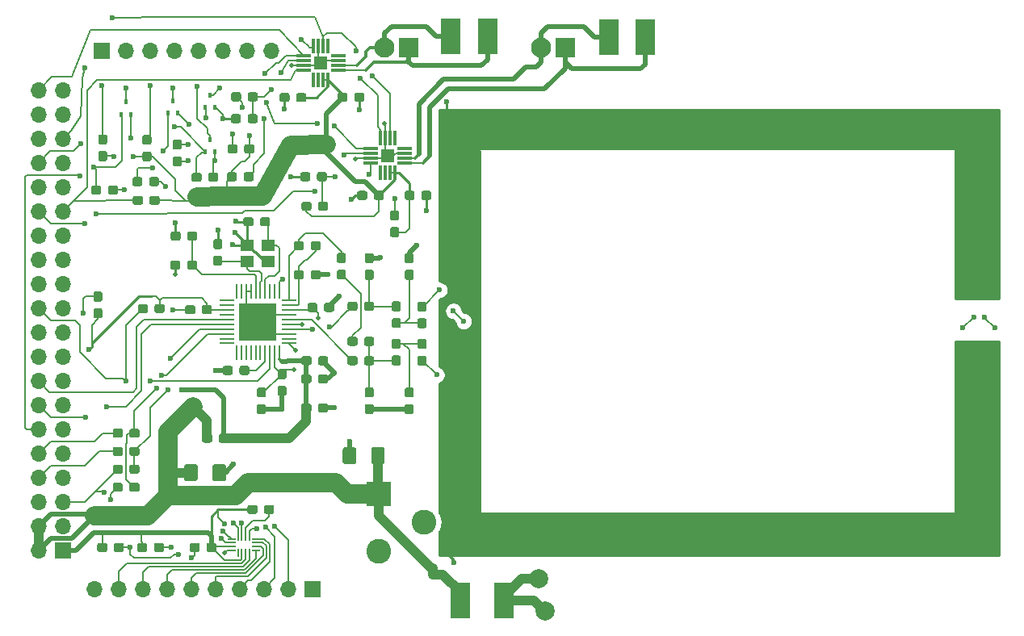
<source format=gbr>
G04 #@! TF.GenerationSoftware,KiCad,Pcbnew,(5.1.0)-1*
G04 #@! TF.CreationDate,2020-01-21T12:08:37-05:00*
G04 #@! TF.ProjectId,RasPi_NFC_Audio_KiCAD,52617350-695f-44e4-9643-5f417564696f,rev?*
G04 #@! TF.SameCoordinates,Original*
G04 #@! TF.FileFunction,Copper,L1,Top*
G04 #@! TF.FilePolarity,Positive*
%FSLAX46Y46*%
G04 Gerber Fmt 4.6, Leading zero omitted, Abs format (unit mm)*
G04 Created by KiCad (PCBNEW (5.1.0)-1) date 2020-01-21 12:08:37*
%MOMM*%
%LPD*%
G04 APERTURE LIST*
%ADD10R,0.220000X0.810000*%
%ADD11R,0.810000X0.220000*%
%ADD12C,0.100000*%
%ADD13C,0.950000*%
%ADD14C,1.425000*%
%ADD15R,2.600000X2.600000*%
%ADD16C,2.600000*%
%ADD17C,2.100000*%
%ADD18R,2.100000X2.100000*%
%ADD19R,0.250000X1.500000*%
%ADD20R,1.500000X0.250000*%
%ADD21R,4.000000X4.000000*%
%ADD22R,1.500000X0.304800*%
%ADD23R,0.304800X1.500000*%
%ADD24R,1.447800X1.447800*%
%ADD25R,1.400000X1.200000*%
%ADD26R,2.000000X3.800000*%
%ADD27R,1.700000X1.700000*%
%ADD28O,1.700000X1.700000*%
%ADD29R,0.400000X0.510000*%
%ADD30C,1.000000*%
%ADD31C,0.600000*%
%ADD32C,2.000000*%
%ADD33C,0.500000*%
%ADD34C,1.000000*%
%ADD35C,0.500000*%
%ADD36C,0.200000*%
%ADD37C,2.000000*%
%ADD38C,0.160000*%
%ADD39C,0.250000*%
%ADD40C,0.300000*%
%ADD41C,0.254000*%
G04 APERTURE END LIST*
D10*
X131505800Y-103404600D03*
X131905800Y-103404600D03*
X132305800Y-103404600D03*
X132705800Y-103404600D03*
X132705800Y-105104600D03*
X132305800Y-105104600D03*
X131905800Y-105104600D03*
X131505800Y-105104600D03*
D11*
X130830400Y-104854600D03*
X130830400Y-104454600D03*
X130830400Y-104054600D03*
X130830400Y-103654600D03*
X133381200Y-103654600D03*
X133381200Y-104054600D03*
X133381200Y-104454600D03*
X133381200Y-104854600D03*
D12*
G36*
X151060979Y-78762544D02*
G01*
X151084034Y-78765963D01*
X151106643Y-78771627D01*
X151128587Y-78779479D01*
X151149657Y-78789444D01*
X151169648Y-78801426D01*
X151188368Y-78815310D01*
X151205638Y-78830962D01*
X151221290Y-78848232D01*
X151235174Y-78866952D01*
X151247156Y-78886943D01*
X151257121Y-78908013D01*
X151264973Y-78929957D01*
X151270637Y-78952566D01*
X151274056Y-78975621D01*
X151275200Y-78998900D01*
X151275200Y-79573900D01*
X151274056Y-79597179D01*
X151270637Y-79620234D01*
X151264973Y-79642843D01*
X151257121Y-79664787D01*
X151247156Y-79685857D01*
X151235174Y-79705848D01*
X151221290Y-79724568D01*
X151205638Y-79741838D01*
X151188368Y-79757490D01*
X151169648Y-79771374D01*
X151149657Y-79783356D01*
X151128587Y-79793321D01*
X151106643Y-79801173D01*
X151084034Y-79806837D01*
X151060979Y-79810256D01*
X151037700Y-79811400D01*
X150562700Y-79811400D01*
X150539421Y-79810256D01*
X150516366Y-79806837D01*
X150493757Y-79801173D01*
X150471813Y-79793321D01*
X150450743Y-79783356D01*
X150430752Y-79771374D01*
X150412032Y-79757490D01*
X150394762Y-79741838D01*
X150379110Y-79724568D01*
X150365226Y-79705848D01*
X150353244Y-79685857D01*
X150343279Y-79664787D01*
X150335427Y-79642843D01*
X150329763Y-79620234D01*
X150326344Y-79597179D01*
X150325200Y-79573900D01*
X150325200Y-78998900D01*
X150326344Y-78975621D01*
X150329763Y-78952566D01*
X150335427Y-78929957D01*
X150343279Y-78908013D01*
X150353244Y-78886943D01*
X150365226Y-78866952D01*
X150379110Y-78848232D01*
X150394762Y-78830962D01*
X150412032Y-78815310D01*
X150430752Y-78801426D01*
X150450743Y-78789444D01*
X150471813Y-78779479D01*
X150493757Y-78771627D01*
X150516366Y-78765963D01*
X150539421Y-78762544D01*
X150562700Y-78761400D01*
X151037700Y-78761400D01*
X151060979Y-78762544D01*
X151060979Y-78762544D01*
G37*
D13*
X150800200Y-79286400D03*
D12*
G36*
X151060979Y-80512544D02*
G01*
X151084034Y-80515963D01*
X151106643Y-80521627D01*
X151128587Y-80529479D01*
X151149657Y-80539444D01*
X151169648Y-80551426D01*
X151188368Y-80565310D01*
X151205638Y-80580962D01*
X151221290Y-80598232D01*
X151235174Y-80616952D01*
X151247156Y-80636943D01*
X151257121Y-80658013D01*
X151264973Y-80679957D01*
X151270637Y-80702566D01*
X151274056Y-80725621D01*
X151275200Y-80748900D01*
X151275200Y-81323900D01*
X151274056Y-81347179D01*
X151270637Y-81370234D01*
X151264973Y-81392843D01*
X151257121Y-81414787D01*
X151247156Y-81435857D01*
X151235174Y-81455848D01*
X151221290Y-81474568D01*
X151205638Y-81491838D01*
X151188368Y-81507490D01*
X151169648Y-81521374D01*
X151149657Y-81533356D01*
X151128587Y-81543321D01*
X151106643Y-81551173D01*
X151084034Y-81556837D01*
X151060979Y-81560256D01*
X151037700Y-81561400D01*
X150562700Y-81561400D01*
X150539421Y-81560256D01*
X150516366Y-81556837D01*
X150493757Y-81551173D01*
X150471813Y-81543321D01*
X150450743Y-81533356D01*
X150430752Y-81521374D01*
X150412032Y-81507490D01*
X150394762Y-81491838D01*
X150379110Y-81474568D01*
X150365226Y-81455848D01*
X150353244Y-81435857D01*
X150343279Y-81414787D01*
X150335427Y-81392843D01*
X150329763Y-81370234D01*
X150326344Y-81347179D01*
X150325200Y-81323900D01*
X150325200Y-80748900D01*
X150326344Y-80725621D01*
X150329763Y-80702566D01*
X150335427Y-80679957D01*
X150343279Y-80658013D01*
X150353244Y-80636943D01*
X150365226Y-80616952D01*
X150379110Y-80598232D01*
X150394762Y-80580962D01*
X150412032Y-80565310D01*
X150430752Y-80551426D01*
X150450743Y-80539444D01*
X150471813Y-80529479D01*
X150493757Y-80521627D01*
X150516366Y-80515963D01*
X150539421Y-80512544D01*
X150562700Y-80511400D01*
X151037700Y-80511400D01*
X151060979Y-80512544D01*
X151060979Y-80512544D01*
G37*
D13*
X150800200Y-81036400D03*
D12*
G36*
X130027404Y-95837004D02*
G01*
X130051673Y-95840604D01*
X130075471Y-95846565D01*
X130098571Y-95854830D01*
X130120749Y-95865320D01*
X130141793Y-95877933D01*
X130161498Y-95892547D01*
X130179677Y-95909023D01*
X130196153Y-95927202D01*
X130210767Y-95946907D01*
X130223380Y-95967951D01*
X130233870Y-95990129D01*
X130242135Y-96013229D01*
X130248096Y-96037027D01*
X130251696Y-96061296D01*
X130252900Y-96085800D01*
X130252900Y-97335800D01*
X130251696Y-97360304D01*
X130248096Y-97384573D01*
X130242135Y-97408371D01*
X130233870Y-97431471D01*
X130223380Y-97453649D01*
X130210767Y-97474693D01*
X130196153Y-97494398D01*
X130179677Y-97512577D01*
X130161498Y-97529053D01*
X130141793Y-97543667D01*
X130120749Y-97556280D01*
X130098571Y-97566770D01*
X130075471Y-97575035D01*
X130051673Y-97580996D01*
X130027404Y-97584596D01*
X130002900Y-97585800D01*
X129077900Y-97585800D01*
X129053396Y-97584596D01*
X129029127Y-97580996D01*
X129005329Y-97575035D01*
X128982229Y-97566770D01*
X128960051Y-97556280D01*
X128939007Y-97543667D01*
X128919302Y-97529053D01*
X128901123Y-97512577D01*
X128884647Y-97494398D01*
X128870033Y-97474693D01*
X128857420Y-97453649D01*
X128846930Y-97431471D01*
X128838665Y-97408371D01*
X128832704Y-97384573D01*
X128829104Y-97360304D01*
X128827900Y-97335800D01*
X128827900Y-96085800D01*
X128829104Y-96061296D01*
X128832704Y-96037027D01*
X128838665Y-96013229D01*
X128846930Y-95990129D01*
X128857420Y-95967951D01*
X128870033Y-95946907D01*
X128884647Y-95927202D01*
X128901123Y-95909023D01*
X128919302Y-95892547D01*
X128939007Y-95877933D01*
X128960051Y-95865320D01*
X128982229Y-95854830D01*
X129005329Y-95846565D01*
X129029127Y-95840604D01*
X129053396Y-95837004D01*
X129077900Y-95835800D01*
X130002900Y-95835800D01*
X130027404Y-95837004D01*
X130027404Y-95837004D01*
G37*
D14*
X129540400Y-96710800D03*
D12*
G36*
X127052404Y-95837004D02*
G01*
X127076673Y-95840604D01*
X127100471Y-95846565D01*
X127123571Y-95854830D01*
X127145749Y-95865320D01*
X127166793Y-95877933D01*
X127186498Y-95892547D01*
X127204677Y-95909023D01*
X127221153Y-95927202D01*
X127235767Y-95946907D01*
X127248380Y-95967951D01*
X127258870Y-95990129D01*
X127267135Y-96013229D01*
X127273096Y-96037027D01*
X127276696Y-96061296D01*
X127277900Y-96085800D01*
X127277900Y-97335800D01*
X127276696Y-97360304D01*
X127273096Y-97384573D01*
X127267135Y-97408371D01*
X127258870Y-97431471D01*
X127248380Y-97453649D01*
X127235767Y-97474693D01*
X127221153Y-97494398D01*
X127204677Y-97512577D01*
X127186498Y-97529053D01*
X127166793Y-97543667D01*
X127145749Y-97556280D01*
X127123571Y-97566770D01*
X127100471Y-97575035D01*
X127076673Y-97580996D01*
X127052404Y-97584596D01*
X127027900Y-97585800D01*
X126102900Y-97585800D01*
X126078396Y-97584596D01*
X126054127Y-97580996D01*
X126030329Y-97575035D01*
X126007229Y-97566770D01*
X125985051Y-97556280D01*
X125964007Y-97543667D01*
X125944302Y-97529053D01*
X125926123Y-97512577D01*
X125909647Y-97494398D01*
X125895033Y-97474693D01*
X125882420Y-97453649D01*
X125871930Y-97431471D01*
X125863665Y-97408371D01*
X125857704Y-97384573D01*
X125854104Y-97360304D01*
X125852900Y-97335800D01*
X125852900Y-96085800D01*
X125854104Y-96061296D01*
X125857704Y-96037027D01*
X125863665Y-96013229D01*
X125871930Y-95990129D01*
X125882420Y-95967951D01*
X125895033Y-95946907D01*
X125909647Y-95927202D01*
X125926123Y-95909023D01*
X125944302Y-95892547D01*
X125964007Y-95877933D01*
X125985051Y-95865320D01*
X126007229Y-95854830D01*
X126030329Y-95846565D01*
X126054127Y-95840604D01*
X126078396Y-95837004D01*
X126102900Y-95835800D01*
X127027900Y-95835800D01*
X127052404Y-95837004D01*
X127052404Y-95837004D01*
G37*
D14*
X126565400Y-96710800D03*
D12*
G36*
X117075779Y-79471144D02*
G01*
X117098834Y-79474563D01*
X117121443Y-79480227D01*
X117143387Y-79488079D01*
X117164457Y-79498044D01*
X117184448Y-79510026D01*
X117203168Y-79523910D01*
X117220438Y-79539562D01*
X117236090Y-79556832D01*
X117249974Y-79575552D01*
X117261956Y-79595543D01*
X117271921Y-79616613D01*
X117279773Y-79638557D01*
X117285437Y-79661166D01*
X117288856Y-79684221D01*
X117290000Y-79707500D01*
X117290000Y-80282500D01*
X117288856Y-80305779D01*
X117285437Y-80328834D01*
X117279773Y-80351443D01*
X117271921Y-80373387D01*
X117261956Y-80394457D01*
X117249974Y-80414448D01*
X117236090Y-80433168D01*
X117220438Y-80450438D01*
X117203168Y-80466090D01*
X117184448Y-80479974D01*
X117164457Y-80491956D01*
X117143387Y-80501921D01*
X117121443Y-80509773D01*
X117098834Y-80515437D01*
X117075779Y-80518856D01*
X117052500Y-80520000D01*
X116577500Y-80520000D01*
X116554221Y-80518856D01*
X116531166Y-80515437D01*
X116508557Y-80509773D01*
X116486613Y-80501921D01*
X116465543Y-80491956D01*
X116445552Y-80479974D01*
X116426832Y-80466090D01*
X116409562Y-80450438D01*
X116393910Y-80433168D01*
X116380026Y-80414448D01*
X116368044Y-80394457D01*
X116358079Y-80373387D01*
X116350227Y-80351443D01*
X116344563Y-80328834D01*
X116341144Y-80305779D01*
X116340000Y-80282500D01*
X116340000Y-79707500D01*
X116341144Y-79684221D01*
X116344563Y-79661166D01*
X116350227Y-79638557D01*
X116358079Y-79616613D01*
X116368044Y-79595543D01*
X116380026Y-79575552D01*
X116393910Y-79556832D01*
X116409562Y-79539562D01*
X116426832Y-79523910D01*
X116445552Y-79510026D01*
X116465543Y-79498044D01*
X116486613Y-79488079D01*
X116508557Y-79480227D01*
X116531166Y-79474563D01*
X116554221Y-79471144D01*
X116577500Y-79470000D01*
X117052500Y-79470000D01*
X117075779Y-79471144D01*
X117075779Y-79471144D01*
G37*
D13*
X116815000Y-79995000D03*
D12*
G36*
X117075779Y-77721144D02*
G01*
X117098834Y-77724563D01*
X117121443Y-77730227D01*
X117143387Y-77738079D01*
X117164457Y-77748044D01*
X117184448Y-77760026D01*
X117203168Y-77773910D01*
X117220438Y-77789562D01*
X117236090Y-77806832D01*
X117249974Y-77825552D01*
X117261956Y-77845543D01*
X117271921Y-77866613D01*
X117279773Y-77888557D01*
X117285437Y-77911166D01*
X117288856Y-77934221D01*
X117290000Y-77957500D01*
X117290000Y-78532500D01*
X117288856Y-78555779D01*
X117285437Y-78578834D01*
X117279773Y-78601443D01*
X117271921Y-78623387D01*
X117261956Y-78644457D01*
X117249974Y-78664448D01*
X117236090Y-78683168D01*
X117220438Y-78700438D01*
X117203168Y-78716090D01*
X117184448Y-78729974D01*
X117164457Y-78741956D01*
X117143387Y-78751921D01*
X117121443Y-78759773D01*
X117098834Y-78765437D01*
X117075779Y-78768856D01*
X117052500Y-78770000D01*
X116577500Y-78770000D01*
X116554221Y-78768856D01*
X116531166Y-78765437D01*
X116508557Y-78759773D01*
X116486613Y-78751921D01*
X116465543Y-78741956D01*
X116445552Y-78729974D01*
X116426832Y-78716090D01*
X116409562Y-78700438D01*
X116393910Y-78683168D01*
X116380026Y-78664448D01*
X116368044Y-78644457D01*
X116358079Y-78623387D01*
X116350227Y-78601443D01*
X116344563Y-78578834D01*
X116341144Y-78555779D01*
X116340000Y-78532500D01*
X116340000Y-77957500D01*
X116341144Y-77934221D01*
X116344563Y-77911166D01*
X116350227Y-77888557D01*
X116358079Y-77866613D01*
X116368044Y-77845543D01*
X116380026Y-77825552D01*
X116393910Y-77806832D01*
X116409562Y-77789562D01*
X116426832Y-77773910D01*
X116445552Y-77760026D01*
X116465543Y-77748044D01*
X116486613Y-77738079D01*
X116508557Y-77730227D01*
X116531166Y-77724563D01*
X116554221Y-77721144D01*
X116577500Y-77720000D01*
X117052500Y-77720000D01*
X117075779Y-77721144D01*
X117075779Y-77721144D01*
G37*
D13*
X116815000Y-78245000D03*
D12*
G36*
X132913179Y-69922544D02*
G01*
X132936234Y-69925963D01*
X132958843Y-69931627D01*
X132980787Y-69939479D01*
X133001857Y-69949444D01*
X133021848Y-69961426D01*
X133040568Y-69975310D01*
X133057838Y-69990962D01*
X133073490Y-70008232D01*
X133087374Y-70026952D01*
X133099356Y-70046943D01*
X133109321Y-70068013D01*
X133117173Y-70089957D01*
X133122837Y-70112566D01*
X133126256Y-70135621D01*
X133127400Y-70158900D01*
X133127400Y-70633900D01*
X133126256Y-70657179D01*
X133122837Y-70680234D01*
X133117173Y-70702843D01*
X133109321Y-70724787D01*
X133099356Y-70745857D01*
X133087374Y-70765848D01*
X133073490Y-70784568D01*
X133057838Y-70801838D01*
X133040568Y-70817490D01*
X133021848Y-70831374D01*
X133001857Y-70843356D01*
X132980787Y-70853321D01*
X132958843Y-70861173D01*
X132936234Y-70866837D01*
X132913179Y-70870256D01*
X132889900Y-70871400D01*
X132314900Y-70871400D01*
X132291621Y-70870256D01*
X132268566Y-70866837D01*
X132245957Y-70861173D01*
X132224013Y-70853321D01*
X132202943Y-70843356D01*
X132182952Y-70831374D01*
X132164232Y-70817490D01*
X132146962Y-70801838D01*
X132131310Y-70784568D01*
X132117426Y-70765848D01*
X132105444Y-70745857D01*
X132095479Y-70724787D01*
X132087627Y-70702843D01*
X132081963Y-70680234D01*
X132078544Y-70657179D01*
X132077400Y-70633900D01*
X132077400Y-70158900D01*
X132078544Y-70135621D01*
X132081963Y-70112566D01*
X132087627Y-70089957D01*
X132095479Y-70068013D01*
X132105444Y-70046943D01*
X132117426Y-70026952D01*
X132131310Y-70008232D01*
X132146962Y-69990962D01*
X132164232Y-69975310D01*
X132182952Y-69961426D01*
X132202943Y-69949444D01*
X132224013Y-69939479D01*
X132245957Y-69931627D01*
X132268566Y-69925963D01*
X132291621Y-69922544D01*
X132314900Y-69921400D01*
X132889900Y-69921400D01*
X132913179Y-69922544D01*
X132913179Y-69922544D01*
G37*
D13*
X132602400Y-70396400D03*
D12*
G36*
X134663179Y-69922544D02*
G01*
X134686234Y-69925963D01*
X134708843Y-69931627D01*
X134730787Y-69939479D01*
X134751857Y-69949444D01*
X134771848Y-69961426D01*
X134790568Y-69975310D01*
X134807838Y-69990962D01*
X134823490Y-70008232D01*
X134837374Y-70026952D01*
X134849356Y-70046943D01*
X134859321Y-70068013D01*
X134867173Y-70089957D01*
X134872837Y-70112566D01*
X134876256Y-70135621D01*
X134877400Y-70158900D01*
X134877400Y-70633900D01*
X134876256Y-70657179D01*
X134872837Y-70680234D01*
X134867173Y-70702843D01*
X134859321Y-70724787D01*
X134849356Y-70745857D01*
X134837374Y-70765848D01*
X134823490Y-70784568D01*
X134807838Y-70801838D01*
X134790568Y-70817490D01*
X134771848Y-70831374D01*
X134751857Y-70843356D01*
X134730787Y-70853321D01*
X134708843Y-70861173D01*
X134686234Y-70866837D01*
X134663179Y-70870256D01*
X134639900Y-70871400D01*
X134064900Y-70871400D01*
X134041621Y-70870256D01*
X134018566Y-70866837D01*
X133995957Y-70861173D01*
X133974013Y-70853321D01*
X133952943Y-70843356D01*
X133932952Y-70831374D01*
X133914232Y-70817490D01*
X133896962Y-70801838D01*
X133881310Y-70784568D01*
X133867426Y-70765848D01*
X133855444Y-70745857D01*
X133845479Y-70724787D01*
X133837627Y-70702843D01*
X133831963Y-70680234D01*
X133828544Y-70657179D01*
X133827400Y-70633900D01*
X133827400Y-70158900D01*
X133828544Y-70135621D01*
X133831963Y-70112566D01*
X133837627Y-70089957D01*
X133845479Y-70068013D01*
X133855444Y-70046943D01*
X133867426Y-70026952D01*
X133881310Y-70008232D01*
X133896962Y-69990962D01*
X133914232Y-69975310D01*
X133932952Y-69961426D01*
X133952943Y-69949444D01*
X133974013Y-69939479D01*
X133995957Y-69931627D01*
X134018566Y-69925963D01*
X134041621Y-69922544D01*
X134064900Y-69921400D01*
X134639900Y-69921400D01*
X134663179Y-69922544D01*
X134663179Y-69922544D01*
G37*
D13*
X134352400Y-70396400D03*
D12*
G36*
X129648779Y-73961944D02*
G01*
X129671834Y-73965363D01*
X129694443Y-73971027D01*
X129716387Y-73978879D01*
X129737457Y-73988844D01*
X129757448Y-74000826D01*
X129776168Y-74014710D01*
X129793438Y-74030362D01*
X129809090Y-74047632D01*
X129822974Y-74066352D01*
X129834956Y-74086343D01*
X129844921Y-74107413D01*
X129852773Y-74129357D01*
X129858437Y-74151966D01*
X129861856Y-74175021D01*
X129863000Y-74198300D01*
X129863000Y-74773300D01*
X129861856Y-74796579D01*
X129858437Y-74819634D01*
X129852773Y-74842243D01*
X129844921Y-74864187D01*
X129834956Y-74885257D01*
X129822974Y-74905248D01*
X129809090Y-74923968D01*
X129793438Y-74941238D01*
X129776168Y-74956890D01*
X129757448Y-74970774D01*
X129737457Y-74982756D01*
X129716387Y-74992721D01*
X129694443Y-75000573D01*
X129671834Y-75006237D01*
X129648779Y-75009656D01*
X129625500Y-75010800D01*
X129150500Y-75010800D01*
X129127221Y-75009656D01*
X129104166Y-75006237D01*
X129081557Y-75000573D01*
X129059613Y-74992721D01*
X129038543Y-74982756D01*
X129018552Y-74970774D01*
X128999832Y-74956890D01*
X128982562Y-74941238D01*
X128966910Y-74923968D01*
X128953026Y-74905248D01*
X128941044Y-74885257D01*
X128931079Y-74864187D01*
X128923227Y-74842243D01*
X128917563Y-74819634D01*
X128914144Y-74796579D01*
X128913000Y-74773300D01*
X128913000Y-74198300D01*
X128914144Y-74175021D01*
X128917563Y-74151966D01*
X128923227Y-74129357D01*
X128931079Y-74107413D01*
X128941044Y-74086343D01*
X128953026Y-74066352D01*
X128966910Y-74047632D01*
X128982562Y-74030362D01*
X128999832Y-74014710D01*
X129018552Y-74000826D01*
X129038543Y-73988844D01*
X129059613Y-73978879D01*
X129081557Y-73971027D01*
X129104166Y-73965363D01*
X129127221Y-73961944D01*
X129150500Y-73960800D01*
X129625500Y-73960800D01*
X129648779Y-73961944D01*
X129648779Y-73961944D01*
G37*
D13*
X129388000Y-74485800D03*
D12*
G36*
X129648779Y-72211944D02*
G01*
X129671834Y-72215363D01*
X129694443Y-72221027D01*
X129716387Y-72228879D01*
X129737457Y-72238844D01*
X129757448Y-72250826D01*
X129776168Y-72264710D01*
X129793438Y-72280362D01*
X129809090Y-72297632D01*
X129822974Y-72316352D01*
X129834956Y-72336343D01*
X129844921Y-72357413D01*
X129852773Y-72379357D01*
X129858437Y-72401966D01*
X129861856Y-72425021D01*
X129863000Y-72448300D01*
X129863000Y-73023300D01*
X129861856Y-73046579D01*
X129858437Y-73069634D01*
X129852773Y-73092243D01*
X129844921Y-73114187D01*
X129834956Y-73135257D01*
X129822974Y-73155248D01*
X129809090Y-73173968D01*
X129793438Y-73191238D01*
X129776168Y-73206890D01*
X129757448Y-73220774D01*
X129737457Y-73232756D01*
X129716387Y-73242721D01*
X129694443Y-73250573D01*
X129671834Y-73256237D01*
X129648779Y-73259656D01*
X129625500Y-73260800D01*
X129150500Y-73260800D01*
X129127221Y-73259656D01*
X129104166Y-73256237D01*
X129081557Y-73250573D01*
X129059613Y-73242721D01*
X129038543Y-73232756D01*
X129018552Y-73220774D01*
X128999832Y-73206890D01*
X128982562Y-73191238D01*
X128966910Y-73173968D01*
X128953026Y-73155248D01*
X128941044Y-73135257D01*
X128931079Y-73114187D01*
X128923227Y-73092243D01*
X128917563Y-73069634D01*
X128914144Y-73046579D01*
X128913000Y-73023300D01*
X128913000Y-72448300D01*
X128914144Y-72425021D01*
X128917563Y-72401966D01*
X128923227Y-72379357D01*
X128931079Y-72357413D01*
X128941044Y-72336343D01*
X128953026Y-72316352D01*
X128966910Y-72297632D01*
X128982562Y-72280362D01*
X128999832Y-72264710D01*
X129018552Y-72250826D01*
X129038543Y-72238844D01*
X129059613Y-72228879D01*
X129081557Y-72221027D01*
X129104166Y-72215363D01*
X129127221Y-72211944D01*
X129150500Y-72210800D01*
X129625500Y-72210800D01*
X129648779Y-72211944D01*
X129648779Y-72211944D01*
G37*
D13*
X129388000Y-72735800D03*
D12*
G36*
X140733779Y-89455144D02*
G01*
X140756834Y-89458563D01*
X140779443Y-89464227D01*
X140801387Y-89472079D01*
X140822457Y-89482044D01*
X140842448Y-89494026D01*
X140861168Y-89507910D01*
X140878438Y-89523562D01*
X140894090Y-89540832D01*
X140907974Y-89559552D01*
X140919956Y-89579543D01*
X140929921Y-89600613D01*
X140937773Y-89622557D01*
X140943437Y-89645166D01*
X140946856Y-89668221D01*
X140948000Y-89691500D01*
X140948000Y-90166500D01*
X140946856Y-90189779D01*
X140943437Y-90212834D01*
X140937773Y-90235443D01*
X140929921Y-90257387D01*
X140919956Y-90278457D01*
X140907974Y-90298448D01*
X140894090Y-90317168D01*
X140878438Y-90334438D01*
X140861168Y-90350090D01*
X140842448Y-90363974D01*
X140822457Y-90375956D01*
X140801387Y-90385921D01*
X140779443Y-90393773D01*
X140756834Y-90399437D01*
X140733779Y-90402856D01*
X140710500Y-90404000D01*
X140135500Y-90404000D01*
X140112221Y-90402856D01*
X140089166Y-90399437D01*
X140066557Y-90393773D01*
X140044613Y-90385921D01*
X140023543Y-90375956D01*
X140003552Y-90363974D01*
X139984832Y-90350090D01*
X139967562Y-90334438D01*
X139951910Y-90317168D01*
X139938026Y-90298448D01*
X139926044Y-90278457D01*
X139916079Y-90257387D01*
X139908227Y-90235443D01*
X139902563Y-90212834D01*
X139899144Y-90189779D01*
X139898000Y-90166500D01*
X139898000Y-89691500D01*
X139899144Y-89668221D01*
X139902563Y-89645166D01*
X139908227Y-89622557D01*
X139916079Y-89600613D01*
X139926044Y-89579543D01*
X139938026Y-89559552D01*
X139951910Y-89540832D01*
X139967562Y-89523562D01*
X139984832Y-89507910D01*
X140003552Y-89494026D01*
X140023543Y-89482044D01*
X140044613Y-89472079D01*
X140066557Y-89464227D01*
X140089166Y-89458563D01*
X140112221Y-89455144D01*
X140135500Y-89454000D01*
X140710500Y-89454000D01*
X140733779Y-89455144D01*
X140733779Y-89455144D01*
G37*
D13*
X140423000Y-89929000D03*
D12*
G36*
X138983779Y-89455144D02*
G01*
X139006834Y-89458563D01*
X139029443Y-89464227D01*
X139051387Y-89472079D01*
X139072457Y-89482044D01*
X139092448Y-89494026D01*
X139111168Y-89507910D01*
X139128438Y-89523562D01*
X139144090Y-89540832D01*
X139157974Y-89559552D01*
X139169956Y-89579543D01*
X139179921Y-89600613D01*
X139187773Y-89622557D01*
X139193437Y-89645166D01*
X139196856Y-89668221D01*
X139198000Y-89691500D01*
X139198000Y-90166500D01*
X139196856Y-90189779D01*
X139193437Y-90212834D01*
X139187773Y-90235443D01*
X139179921Y-90257387D01*
X139169956Y-90278457D01*
X139157974Y-90298448D01*
X139144090Y-90317168D01*
X139128438Y-90334438D01*
X139111168Y-90350090D01*
X139092448Y-90363974D01*
X139072457Y-90375956D01*
X139051387Y-90385921D01*
X139029443Y-90393773D01*
X139006834Y-90399437D01*
X138983779Y-90402856D01*
X138960500Y-90404000D01*
X138385500Y-90404000D01*
X138362221Y-90402856D01*
X138339166Y-90399437D01*
X138316557Y-90393773D01*
X138294613Y-90385921D01*
X138273543Y-90375956D01*
X138253552Y-90363974D01*
X138234832Y-90350090D01*
X138217562Y-90334438D01*
X138201910Y-90317168D01*
X138188026Y-90298448D01*
X138176044Y-90278457D01*
X138166079Y-90257387D01*
X138158227Y-90235443D01*
X138152563Y-90212834D01*
X138149144Y-90189779D01*
X138148000Y-90166500D01*
X138148000Y-89691500D01*
X138149144Y-89668221D01*
X138152563Y-89645166D01*
X138158227Y-89622557D01*
X138166079Y-89600613D01*
X138176044Y-89579543D01*
X138188026Y-89559552D01*
X138201910Y-89540832D01*
X138217562Y-89523562D01*
X138234832Y-89507910D01*
X138253552Y-89494026D01*
X138273543Y-89482044D01*
X138294613Y-89472079D01*
X138316557Y-89464227D01*
X138339166Y-89458563D01*
X138362221Y-89455144D01*
X138385500Y-89454000D01*
X138960500Y-89454000D01*
X138983779Y-89455144D01*
X138983779Y-89455144D01*
G37*
D13*
X138673000Y-89929000D03*
D12*
G36*
X132492779Y-85518144D02*
G01*
X132515834Y-85521563D01*
X132538443Y-85527227D01*
X132560387Y-85535079D01*
X132581457Y-85545044D01*
X132601448Y-85557026D01*
X132620168Y-85570910D01*
X132637438Y-85586562D01*
X132653090Y-85603832D01*
X132666974Y-85622552D01*
X132678956Y-85642543D01*
X132688921Y-85663613D01*
X132696773Y-85685557D01*
X132702437Y-85708166D01*
X132705856Y-85731221D01*
X132707000Y-85754500D01*
X132707000Y-86229500D01*
X132705856Y-86252779D01*
X132702437Y-86275834D01*
X132696773Y-86298443D01*
X132688921Y-86320387D01*
X132678956Y-86341457D01*
X132666974Y-86361448D01*
X132653090Y-86380168D01*
X132637438Y-86397438D01*
X132620168Y-86413090D01*
X132601448Y-86426974D01*
X132581457Y-86438956D01*
X132560387Y-86448921D01*
X132538443Y-86456773D01*
X132515834Y-86462437D01*
X132492779Y-86465856D01*
X132469500Y-86467000D01*
X131894500Y-86467000D01*
X131871221Y-86465856D01*
X131848166Y-86462437D01*
X131825557Y-86456773D01*
X131803613Y-86448921D01*
X131782543Y-86438956D01*
X131762552Y-86426974D01*
X131743832Y-86413090D01*
X131726562Y-86397438D01*
X131710910Y-86380168D01*
X131697026Y-86361448D01*
X131685044Y-86341457D01*
X131675079Y-86320387D01*
X131667227Y-86298443D01*
X131661563Y-86275834D01*
X131658144Y-86252779D01*
X131657000Y-86229500D01*
X131657000Y-85754500D01*
X131658144Y-85731221D01*
X131661563Y-85708166D01*
X131667227Y-85685557D01*
X131675079Y-85663613D01*
X131685044Y-85642543D01*
X131697026Y-85622552D01*
X131710910Y-85603832D01*
X131726562Y-85586562D01*
X131743832Y-85570910D01*
X131762552Y-85557026D01*
X131782543Y-85545044D01*
X131803613Y-85535079D01*
X131825557Y-85527227D01*
X131848166Y-85521563D01*
X131871221Y-85518144D01*
X131894500Y-85517000D01*
X132469500Y-85517000D01*
X132492779Y-85518144D01*
X132492779Y-85518144D01*
G37*
D13*
X132182000Y-85992000D03*
D12*
G36*
X130742779Y-85518144D02*
G01*
X130765834Y-85521563D01*
X130788443Y-85527227D01*
X130810387Y-85535079D01*
X130831457Y-85545044D01*
X130851448Y-85557026D01*
X130870168Y-85570910D01*
X130887438Y-85586562D01*
X130903090Y-85603832D01*
X130916974Y-85622552D01*
X130928956Y-85642543D01*
X130938921Y-85663613D01*
X130946773Y-85685557D01*
X130952437Y-85708166D01*
X130955856Y-85731221D01*
X130957000Y-85754500D01*
X130957000Y-86229500D01*
X130955856Y-86252779D01*
X130952437Y-86275834D01*
X130946773Y-86298443D01*
X130938921Y-86320387D01*
X130928956Y-86341457D01*
X130916974Y-86361448D01*
X130903090Y-86380168D01*
X130887438Y-86397438D01*
X130870168Y-86413090D01*
X130851448Y-86426974D01*
X130831457Y-86438956D01*
X130810387Y-86448921D01*
X130788443Y-86456773D01*
X130765834Y-86462437D01*
X130742779Y-86465856D01*
X130719500Y-86467000D01*
X130144500Y-86467000D01*
X130121221Y-86465856D01*
X130098166Y-86462437D01*
X130075557Y-86456773D01*
X130053613Y-86448921D01*
X130032543Y-86438956D01*
X130012552Y-86426974D01*
X129993832Y-86413090D01*
X129976562Y-86397438D01*
X129960910Y-86380168D01*
X129947026Y-86361448D01*
X129935044Y-86341457D01*
X129925079Y-86320387D01*
X129917227Y-86298443D01*
X129911563Y-86275834D01*
X129908144Y-86252779D01*
X129907000Y-86229500D01*
X129907000Y-85754500D01*
X129908144Y-85731221D01*
X129911563Y-85708166D01*
X129917227Y-85685557D01*
X129925079Y-85663613D01*
X129935044Y-85642543D01*
X129947026Y-85622552D01*
X129960910Y-85603832D01*
X129976562Y-85586562D01*
X129993832Y-85570910D01*
X130012552Y-85557026D01*
X130032543Y-85545044D01*
X130053613Y-85535079D01*
X130075557Y-85527227D01*
X130098166Y-85521563D01*
X130121221Y-85518144D01*
X130144500Y-85517000D01*
X130719500Y-85517000D01*
X130742779Y-85518144D01*
X130742779Y-85518144D01*
G37*
D13*
X130432000Y-85992000D03*
D12*
G36*
X138983779Y-86407144D02*
G01*
X139006834Y-86410563D01*
X139029443Y-86416227D01*
X139051387Y-86424079D01*
X139072457Y-86434044D01*
X139092448Y-86446026D01*
X139111168Y-86459910D01*
X139128438Y-86475562D01*
X139144090Y-86492832D01*
X139157974Y-86511552D01*
X139169956Y-86531543D01*
X139179921Y-86552613D01*
X139187773Y-86574557D01*
X139193437Y-86597166D01*
X139196856Y-86620221D01*
X139198000Y-86643500D01*
X139198000Y-87118500D01*
X139196856Y-87141779D01*
X139193437Y-87164834D01*
X139187773Y-87187443D01*
X139179921Y-87209387D01*
X139169956Y-87230457D01*
X139157974Y-87250448D01*
X139144090Y-87269168D01*
X139128438Y-87286438D01*
X139111168Y-87302090D01*
X139092448Y-87315974D01*
X139072457Y-87327956D01*
X139051387Y-87337921D01*
X139029443Y-87345773D01*
X139006834Y-87351437D01*
X138983779Y-87354856D01*
X138960500Y-87356000D01*
X138385500Y-87356000D01*
X138362221Y-87354856D01*
X138339166Y-87351437D01*
X138316557Y-87345773D01*
X138294613Y-87337921D01*
X138273543Y-87327956D01*
X138253552Y-87315974D01*
X138234832Y-87302090D01*
X138217562Y-87286438D01*
X138201910Y-87269168D01*
X138188026Y-87250448D01*
X138176044Y-87230457D01*
X138166079Y-87209387D01*
X138158227Y-87187443D01*
X138152563Y-87164834D01*
X138149144Y-87141779D01*
X138148000Y-87118500D01*
X138148000Y-86643500D01*
X138149144Y-86620221D01*
X138152563Y-86597166D01*
X138158227Y-86574557D01*
X138166079Y-86552613D01*
X138176044Y-86531543D01*
X138188026Y-86511552D01*
X138201910Y-86492832D01*
X138217562Y-86475562D01*
X138234832Y-86459910D01*
X138253552Y-86446026D01*
X138273543Y-86434044D01*
X138294613Y-86424079D01*
X138316557Y-86416227D01*
X138339166Y-86410563D01*
X138362221Y-86407144D01*
X138385500Y-86406000D01*
X138960500Y-86406000D01*
X138983779Y-86407144D01*
X138983779Y-86407144D01*
G37*
D13*
X138673000Y-86881000D03*
D12*
G36*
X140733779Y-86407144D02*
G01*
X140756834Y-86410563D01*
X140779443Y-86416227D01*
X140801387Y-86424079D01*
X140822457Y-86434044D01*
X140842448Y-86446026D01*
X140861168Y-86459910D01*
X140878438Y-86475562D01*
X140894090Y-86492832D01*
X140907974Y-86511552D01*
X140919956Y-86531543D01*
X140929921Y-86552613D01*
X140937773Y-86574557D01*
X140943437Y-86597166D01*
X140946856Y-86620221D01*
X140948000Y-86643500D01*
X140948000Y-87118500D01*
X140946856Y-87141779D01*
X140943437Y-87164834D01*
X140937773Y-87187443D01*
X140929921Y-87209387D01*
X140919956Y-87230457D01*
X140907974Y-87250448D01*
X140894090Y-87269168D01*
X140878438Y-87286438D01*
X140861168Y-87302090D01*
X140842448Y-87315974D01*
X140822457Y-87327956D01*
X140801387Y-87337921D01*
X140779443Y-87345773D01*
X140756834Y-87351437D01*
X140733779Y-87354856D01*
X140710500Y-87356000D01*
X140135500Y-87356000D01*
X140112221Y-87354856D01*
X140089166Y-87351437D01*
X140066557Y-87345773D01*
X140044613Y-87337921D01*
X140023543Y-87327956D01*
X140003552Y-87315974D01*
X139984832Y-87302090D01*
X139967562Y-87286438D01*
X139951910Y-87269168D01*
X139938026Y-87250448D01*
X139926044Y-87230457D01*
X139916079Y-87209387D01*
X139908227Y-87187443D01*
X139902563Y-87164834D01*
X139899144Y-87141779D01*
X139898000Y-87118500D01*
X139898000Y-86643500D01*
X139899144Y-86620221D01*
X139902563Y-86597166D01*
X139908227Y-86574557D01*
X139916079Y-86552613D01*
X139926044Y-86531543D01*
X139938026Y-86511552D01*
X139951910Y-86492832D01*
X139967562Y-86475562D01*
X139984832Y-86459910D01*
X140003552Y-86446026D01*
X140023543Y-86434044D01*
X140044613Y-86424079D01*
X140066557Y-86416227D01*
X140089166Y-86410563D01*
X140112221Y-86407144D01*
X140135500Y-86406000D01*
X140710500Y-86406000D01*
X140733779Y-86407144D01*
X140733779Y-86407144D01*
G37*
D13*
X140423000Y-86881000D03*
D12*
G36*
X140747779Y-84502144D02*
G01*
X140770834Y-84505563D01*
X140793443Y-84511227D01*
X140815387Y-84519079D01*
X140836457Y-84529044D01*
X140856448Y-84541026D01*
X140875168Y-84554910D01*
X140892438Y-84570562D01*
X140908090Y-84587832D01*
X140921974Y-84606552D01*
X140933956Y-84626543D01*
X140943921Y-84647613D01*
X140951773Y-84669557D01*
X140957437Y-84692166D01*
X140960856Y-84715221D01*
X140962000Y-84738500D01*
X140962000Y-85213500D01*
X140960856Y-85236779D01*
X140957437Y-85259834D01*
X140951773Y-85282443D01*
X140943921Y-85304387D01*
X140933956Y-85325457D01*
X140921974Y-85345448D01*
X140908090Y-85364168D01*
X140892438Y-85381438D01*
X140875168Y-85397090D01*
X140856448Y-85410974D01*
X140836457Y-85422956D01*
X140815387Y-85432921D01*
X140793443Y-85440773D01*
X140770834Y-85446437D01*
X140747779Y-85449856D01*
X140724500Y-85451000D01*
X140149500Y-85451000D01*
X140126221Y-85449856D01*
X140103166Y-85446437D01*
X140080557Y-85440773D01*
X140058613Y-85432921D01*
X140037543Y-85422956D01*
X140017552Y-85410974D01*
X139998832Y-85397090D01*
X139981562Y-85381438D01*
X139965910Y-85364168D01*
X139952026Y-85345448D01*
X139940044Y-85325457D01*
X139930079Y-85304387D01*
X139922227Y-85282443D01*
X139916563Y-85259834D01*
X139913144Y-85236779D01*
X139912000Y-85213500D01*
X139912000Y-84738500D01*
X139913144Y-84715221D01*
X139916563Y-84692166D01*
X139922227Y-84669557D01*
X139930079Y-84647613D01*
X139940044Y-84626543D01*
X139952026Y-84606552D01*
X139965910Y-84587832D01*
X139981562Y-84570562D01*
X139998832Y-84554910D01*
X140017552Y-84541026D01*
X140037543Y-84529044D01*
X140058613Y-84519079D01*
X140080557Y-84511227D01*
X140103166Y-84505563D01*
X140126221Y-84502144D01*
X140149500Y-84501000D01*
X140724500Y-84501000D01*
X140747779Y-84502144D01*
X140747779Y-84502144D01*
G37*
D13*
X140437000Y-84976000D03*
D12*
G36*
X138997779Y-84502144D02*
G01*
X139020834Y-84505563D01*
X139043443Y-84511227D01*
X139065387Y-84519079D01*
X139086457Y-84529044D01*
X139106448Y-84541026D01*
X139125168Y-84554910D01*
X139142438Y-84570562D01*
X139158090Y-84587832D01*
X139171974Y-84606552D01*
X139183956Y-84626543D01*
X139193921Y-84647613D01*
X139201773Y-84669557D01*
X139207437Y-84692166D01*
X139210856Y-84715221D01*
X139212000Y-84738500D01*
X139212000Y-85213500D01*
X139210856Y-85236779D01*
X139207437Y-85259834D01*
X139201773Y-85282443D01*
X139193921Y-85304387D01*
X139183956Y-85325457D01*
X139171974Y-85345448D01*
X139158090Y-85364168D01*
X139142438Y-85381438D01*
X139125168Y-85397090D01*
X139106448Y-85410974D01*
X139086457Y-85422956D01*
X139065387Y-85432921D01*
X139043443Y-85440773D01*
X139020834Y-85446437D01*
X138997779Y-85449856D01*
X138974500Y-85451000D01*
X138399500Y-85451000D01*
X138376221Y-85449856D01*
X138353166Y-85446437D01*
X138330557Y-85440773D01*
X138308613Y-85432921D01*
X138287543Y-85422956D01*
X138267552Y-85410974D01*
X138248832Y-85397090D01*
X138231562Y-85381438D01*
X138215910Y-85364168D01*
X138202026Y-85345448D01*
X138190044Y-85325457D01*
X138180079Y-85304387D01*
X138172227Y-85282443D01*
X138166563Y-85259834D01*
X138163144Y-85236779D01*
X138162000Y-85213500D01*
X138162000Y-84738500D01*
X138163144Y-84715221D01*
X138166563Y-84692166D01*
X138172227Y-84669557D01*
X138180079Y-84647613D01*
X138190044Y-84626543D01*
X138202026Y-84606552D01*
X138215910Y-84587832D01*
X138231562Y-84570562D01*
X138248832Y-84554910D01*
X138267552Y-84541026D01*
X138287543Y-84529044D01*
X138308613Y-84519079D01*
X138330557Y-84511227D01*
X138353166Y-84505563D01*
X138376221Y-84502144D01*
X138399500Y-84501000D01*
X138974500Y-84501000D01*
X138997779Y-84502144D01*
X138997779Y-84502144D01*
G37*
D13*
X138687000Y-84976000D03*
D12*
G36*
X126803179Y-79142744D02*
G01*
X126826234Y-79146163D01*
X126848843Y-79151827D01*
X126870787Y-79159679D01*
X126891857Y-79169644D01*
X126911848Y-79181626D01*
X126930568Y-79195510D01*
X126947838Y-79211162D01*
X126963490Y-79228432D01*
X126977374Y-79247152D01*
X126989356Y-79267143D01*
X126999321Y-79288213D01*
X127007173Y-79310157D01*
X127012837Y-79332766D01*
X127016256Y-79355821D01*
X127017400Y-79379100D01*
X127017400Y-79854100D01*
X127016256Y-79877379D01*
X127012837Y-79900434D01*
X127007173Y-79923043D01*
X126999321Y-79944987D01*
X126989356Y-79966057D01*
X126977374Y-79986048D01*
X126963490Y-80004768D01*
X126947838Y-80022038D01*
X126930568Y-80037690D01*
X126911848Y-80051574D01*
X126891857Y-80063556D01*
X126870787Y-80073521D01*
X126848843Y-80081373D01*
X126826234Y-80087037D01*
X126803179Y-80090456D01*
X126779900Y-80091600D01*
X126204900Y-80091600D01*
X126181621Y-80090456D01*
X126158566Y-80087037D01*
X126135957Y-80081373D01*
X126114013Y-80073521D01*
X126092943Y-80063556D01*
X126072952Y-80051574D01*
X126054232Y-80037690D01*
X126036962Y-80022038D01*
X126021310Y-80004768D01*
X126007426Y-79986048D01*
X125995444Y-79966057D01*
X125985479Y-79944987D01*
X125977627Y-79923043D01*
X125971963Y-79900434D01*
X125968544Y-79877379D01*
X125967400Y-79854100D01*
X125967400Y-79379100D01*
X125968544Y-79355821D01*
X125971963Y-79332766D01*
X125977627Y-79310157D01*
X125985479Y-79288213D01*
X125995444Y-79267143D01*
X126007426Y-79247152D01*
X126021310Y-79228432D01*
X126036962Y-79211162D01*
X126054232Y-79195510D01*
X126072952Y-79181626D01*
X126092943Y-79169644D01*
X126114013Y-79159679D01*
X126135957Y-79151827D01*
X126158566Y-79146163D01*
X126181621Y-79142744D01*
X126204900Y-79141600D01*
X126779900Y-79141600D01*
X126803179Y-79142744D01*
X126803179Y-79142744D01*
G37*
D13*
X126492400Y-79616600D03*
D12*
G36*
X128553179Y-79142744D02*
G01*
X128576234Y-79146163D01*
X128598843Y-79151827D01*
X128620787Y-79159679D01*
X128641857Y-79169644D01*
X128661848Y-79181626D01*
X128680568Y-79195510D01*
X128697838Y-79211162D01*
X128713490Y-79228432D01*
X128727374Y-79247152D01*
X128739356Y-79267143D01*
X128749321Y-79288213D01*
X128757173Y-79310157D01*
X128762837Y-79332766D01*
X128766256Y-79355821D01*
X128767400Y-79379100D01*
X128767400Y-79854100D01*
X128766256Y-79877379D01*
X128762837Y-79900434D01*
X128757173Y-79923043D01*
X128749321Y-79944987D01*
X128739356Y-79966057D01*
X128727374Y-79986048D01*
X128713490Y-80004768D01*
X128697838Y-80022038D01*
X128680568Y-80037690D01*
X128661848Y-80051574D01*
X128641857Y-80063556D01*
X128620787Y-80073521D01*
X128598843Y-80081373D01*
X128576234Y-80087037D01*
X128553179Y-80090456D01*
X128529900Y-80091600D01*
X127954900Y-80091600D01*
X127931621Y-80090456D01*
X127908566Y-80087037D01*
X127885957Y-80081373D01*
X127864013Y-80073521D01*
X127842943Y-80063556D01*
X127822952Y-80051574D01*
X127804232Y-80037690D01*
X127786962Y-80022038D01*
X127771310Y-80004768D01*
X127757426Y-79986048D01*
X127745444Y-79966057D01*
X127735479Y-79944987D01*
X127727627Y-79923043D01*
X127721963Y-79900434D01*
X127718544Y-79877379D01*
X127717400Y-79854100D01*
X127717400Y-79379100D01*
X127718544Y-79355821D01*
X127721963Y-79332766D01*
X127727627Y-79310157D01*
X127735479Y-79288213D01*
X127745444Y-79267143D01*
X127757426Y-79247152D01*
X127771310Y-79228432D01*
X127786962Y-79211162D01*
X127804232Y-79195510D01*
X127822952Y-79181626D01*
X127842943Y-79169644D01*
X127864013Y-79159679D01*
X127885957Y-79151827D01*
X127908566Y-79146163D01*
X127931621Y-79142744D01*
X127954900Y-79141600D01*
X128529900Y-79141600D01*
X128553179Y-79142744D01*
X128553179Y-79142744D01*
G37*
D13*
X128242400Y-79616600D03*
D12*
G36*
X139618779Y-78914144D02*
G01*
X139641834Y-78917563D01*
X139664443Y-78923227D01*
X139686387Y-78931079D01*
X139707457Y-78941044D01*
X139727448Y-78953026D01*
X139746168Y-78966910D01*
X139763438Y-78982562D01*
X139779090Y-78999832D01*
X139792974Y-79018552D01*
X139804956Y-79038543D01*
X139814921Y-79059613D01*
X139822773Y-79081557D01*
X139828437Y-79104166D01*
X139831856Y-79127221D01*
X139833000Y-79150500D01*
X139833000Y-79625500D01*
X139831856Y-79648779D01*
X139828437Y-79671834D01*
X139822773Y-79694443D01*
X139814921Y-79716387D01*
X139804956Y-79737457D01*
X139792974Y-79757448D01*
X139779090Y-79776168D01*
X139763438Y-79793438D01*
X139746168Y-79809090D01*
X139727448Y-79822974D01*
X139707457Y-79834956D01*
X139686387Y-79844921D01*
X139664443Y-79852773D01*
X139641834Y-79858437D01*
X139618779Y-79861856D01*
X139595500Y-79863000D01*
X139020500Y-79863000D01*
X138997221Y-79861856D01*
X138974166Y-79858437D01*
X138951557Y-79852773D01*
X138929613Y-79844921D01*
X138908543Y-79834956D01*
X138888552Y-79822974D01*
X138869832Y-79809090D01*
X138852562Y-79793438D01*
X138836910Y-79776168D01*
X138823026Y-79757448D01*
X138811044Y-79737457D01*
X138801079Y-79716387D01*
X138793227Y-79694443D01*
X138787563Y-79671834D01*
X138784144Y-79648779D01*
X138783000Y-79625500D01*
X138783000Y-79150500D01*
X138784144Y-79127221D01*
X138787563Y-79104166D01*
X138793227Y-79081557D01*
X138801079Y-79059613D01*
X138811044Y-79038543D01*
X138823026Y-79018552D01*
X138836910Y-78999832D01*
X138852562Y-78982562D01*
X138869832Y-78966910D01*
X138888552Y-78953026D01*
X138908543Y-78941044D01*
X138929613Y-78931079D01*
X138951557Y-78923227D01*
X138974166Y-78917563D01*
X138997221Y-78914144D01*
X139020500Y-78913000D01*
X139595500Y-78913000D01*
X139618779Y-78914144D01*
X139618779Y-78914144D01*
G37*
D13*
X139308000Y-79388000D03*
D12*
G36*
X141368779Y-78914144D02*
G01*
X141391834Y-78917563D01*
X141414443Y-78923227D01*
X141436387Y-78931079D01*
X141457457Y-78941044D01*
X141477448Y-78953026D01*
X141496168Y-78966910D01*
X141513438Y-78982562D01*
X141529090Y-78999832D01*
X141542974Y-79018552D01*
X141554956Y-79038543D01*
X141564921Y-79059613D01*
X141572773Y-79081557D01*
X141578437Y-79104166D01*
X141581856Y-79127221D01*
X141583000Y-79150500D01*
X141583000Y-79625500D01*
X141581856Y-79648779D01*
X141578437Y-79671834D01*
X141572773Y-79694443D01*
X141564921Y-79716387D01*
X141554956Y-79737457D01*
X141542974Y-79757448D01*
X141529090Y-79776168D01*
X141513438Y-79793438D01*
X141496168Y-79809090D01*
X141477448Y-79822974D01*
X141457457Y-79834956D01*
X141436387Y-79844921D01*
X141414443Y-79852773D01*
X141391834Y-79858437D01*
X141368779Y-79861856D01*
X141345500Y-79863000D01*
X140770500Y-79863000D01*
X140747221Y-79861856D01*
X140724166Y-79858437D01*
X140701557Y-79852773D01*
X140679613Y-79844921D01*
X140658543Y-79834956D01*
X140638552Y-79822974D01*
X140619832Y-79809090D01*
X140602562Y-79793438D01*
X140586910Y-79776168D01*
X140573026Y-79757448D01*
X140561044Y-79737457D01*
X140551079Y-79716387D01*
X140543227Y-79694443D01*
X140537563Y-79671834D01*
X140534144Y-79648779D01*
X140533000Y-79625500D01*
X140533000Y-79150500D01*
X140534144Y-79127221D01*
X140537563Y-79104166D01*
X140543227Y-79081557D01*
X140551079Y-79059613D01*
X140561044Y-79038543D01*
X140573026Y-79018552D01*
X140586910Y-78999832D01*
X140602562Y-78982562D01*
X140619832Y-78966910D01*
X140638552Y-78953026D01*
X140658543Y-78941044D01*
X140679613Y-78931079D01*
X140701557Y-78923227D01*
X140724166Y-78917563D01*
X140747221Y-78914144D01*
X140770500Y-78913000D01*
X141345500Y-78913000D01*
X141368779Y-78914144D01*
X141368779Y-78914144D01*
G37*
D13*
X141058000Y-79388000D03*
D12*
G36*
X136379779Y-87613144D02*
G01*
X136402834Y-87616563D01*
X136425443Y-87622227D01*
X136447387Y-87630079D01*
X136468457Y-87640044D01*
X136488448Y-87652026D01*
X136507168Y-87665910D01*
X136524438Y-87681562D01*
X136540090Y-87698832D01*
X136553974Y-87717552D01*
X136565956Y-87737543D01*
X136575921Y-87758613D01*
X136583773Y-87780557D01*
X136589437Y-87803166D01*
X136592856Y-87826221D01*
X136594000Y-87849500D01*
X136594000Y-88424500D01*
X136592856Y-88447779D01*
X136589437Y-88470834D01*
X136583773Y-88493443D01*
X136575921Y-88515387D01*
X136565956Y-88536457D01*
X136553974Y-88556448D01*
X136540090Y-88575168D01*
X136524438Y-88592438D01*
X136507168Y-88608090D01*
X136488448Y-88621974D01*
X136468457Y-88633956D01*
X136447387Y-88643921D01*
X136425443Y-88651773D01*
X136402834Y-88657437D01*
X136379779Y-88660856D01*
X136356500Y-88662000D01*
X135881500Y-88662000D01*
X135858221Y-88660856D01*
X135835166Y-88657437D01*
X135812557Y-88651773D01*
X135790613Y-88643921D01*
X135769543Y-88633956D01*
X135749552Y-88621974D01*
X135730832Y-88608090D01*
X135713562Y-88592438D01*
X135697910Y-88575168D01*
X135684026Y-88556448D01*
X135672044Y-88536457D01*
X135662079Y-88515387D01*
X135654227Y-88493443D01*
X135648563Y-88470834D01*
X135645144Y-88447779D01*
X135644000Y-88424500D01*
X135644000Y-87849500D01*
X135645144Y-87826221D01*
X135648563Y-87803166D01*
X135654227Y-87780557D01*
X135662079Y-87758613D01*
X135672044Y-87737543D01*
X135684026Y-87717552D01*
X135697910Y-87698832D01*
X135713562Y-87681562D01*
X135730832Y-87665910D01*
X135749552Y-87652026D01*
X135769543Y-87640044D01*
X135790613Y-87630079D01*
X135812557Y-87622227D01*
X135835166Y-87616563D01*
X135858221Y-87613144D01*
X135881500Y-87612000D01*
X136356500Y-87612000D01*
X136379779Y-87613144D01*
X136379779Y-87613144D01*
G37*
D13*
X136119000Y-88137000D03*
D12*
G36*
X136379779Y-85863144D02*
G01*
X136402834Y-85866563D01*
X136425443Y-85872227D01*
X136447387Y-85880079D01*
X136468457Y-85890044D01*
X136488448Y-85902026D01*
X136507168Y-85915910D01*
X136524438Y-85931562D01*
X136540090Y-85948832D01*
X136553974Y-85967552D01*
X136565956Y-85987543D01*
X136575921Y-86008613D01*
X136583773Y-86030557D01*
X136589437Y-86053166D01*
X136592856Y-86076221D01*
X136594000Y-86099500D01*
X136594000Y-86674500D01*
X136592856Y-86697779D01*
X136589437Y-86720834D01*
X136583773Y-86743443D01*
X136575921Y-86765387D01*
X136565956Y-86786457D01*
X136553974Y-86806448D01*
X136540090Y-86825168D01*
X136524438Y-86842438D01*
X136507168Y-86858090D01*
X136488448Y-86871974D01*
X136468457Y-86883956D01*
X136447387Y-86893921D01*
X136425443Y-86901773D01*
X136402834Y-86907437D01*
X136379779Y-86910856D01*
X136356500Y-86912000D01*
X135881500Y-86912000D01*
X135858221Y-86910856D01*
X135835166Y-86907437D01*
X135812557Y-86901773D01*
X135790613Y-86893921D01*
X135769543Y-86883956D01*
X135749552Y-86871974D01*
X135730832Y-86858090D01*
X135713562Y-86842438D01*
X135697910Y-86825168D01*
X135684026Y-86806448D01*
X135672044Y-86786457D01*
X135662079Y-86765387D01*
X135654227Y-86743443D01*
X135648563Y-86720834D01*
X135645144Y-86697779D01*
X135644000Y-86674500D01*
X135644000Y-86099500D01*
X135645144Y-86076221D01*
X135648563Y-86053166D01*
X135654227Y-86030557D01*
X135662079Y-86008613D01*
X135672044Y-85987543D01*
X135684026Y-85967552D01*
X135697910Y-85948832D01*
X135713562Y-85931562D01*
X135730832Y-85915910D01*
X135749552Y-85902026D01*
X135769543Y-85890044D01*
X135790613Y-85880079D01*
X135812557Y-85872227D01*
X135835166Y-85866563D01*
X135858221Y-85863144D01*
X135881500Y-85862000D01*
X136356500Y-85862000D01*
X136379779Y-85863144D01*
X136379779Y-85863144D01*
G37*
D13*
X136119000Y-86387000D03*
D12*
G36*
X138207779Y-75485144D02*
G01*
X138230834Y-75488563D01*
X138253443Y-75494227D01*
X138275387Y-75502079D01*
X138296457Y-75512044D01*
X138316448Y-75524026D01*
X138335168Y-75537910D01*
X138352438Y-75553562D01*
X138368090Y-75570832D01*
X138381974Y-75589552D01*
X138393956Y-75609543D01*
X138403921Y-75630613D01*
X138411773Y-75652557D01*
X138417437Y-75675166D01*
X138420856Y-75698221D01*
X138422000Y-75721500D01*
X138422000Y-76196500D01*
X138420856Y-76219779D01*
X138417437Y-76242834D01*
X138411773Y-76265443D01*
X138403921Y-76287387D01*
X138393956Y-76308457D01*
X138381974Y-76328448D01*
X138368090Y-76347168D01*
X138352438Y-76364438D01*
X138335168Y-76380090D01*
X138316448Y-76393974D01*
X138296457Y-76405956D01*
X138275387Y-76415921D01*
X138253443Y-76423773D01*
X138230834Y-76429437D01*
X138207779Y-76432856D01*
X138184500Y-76434000D01*
X137609500Y-76434000D01*
X137586221Y-76432856D01*
X137563166Y-76429437D01*
X137540557Y-76423773D01*
X137518613Y-76415921D01*
X137497543Y-76405956D01*
X137477552Y-76393974D01*
X137458832Y-76380090D01*
X137441562Y-76364438D01*
X137425910Y-76347168D01*
X137412026Y-76328448D01*
X137400044Y-76308457D01*
X137390079Y-76287387D01*
X137382227Y-76265443D01*
X137376563Y-76242834D01*
X137373144Y-76219779D01*
X137372000Y-76196500D01*
X137372000Y-75721500D01*
X137373144Y-75698221D01*
X137376563Y-75675166D01*
X137382227Y-75652557D01*
X137390079Y-75630613D01*
X137400044Y-75609543D01*
X137412026Y-75589552D01*
X137425910Y-75570832D01*
X137441562Y-75553562D01*
X137458832Y-75537910D01*
X137477552Y-75524026D01*
X137497543Y-75512044D01*
X137518613Y-75502079D01*
X137540557Y-75494227D01*
X137563166Y-75488563D01*
X137586221Y-75485144D01*
X137609500Y-75484000D01*
X138184500Y-75484000D01*
X138207779Y-75485144D01*
X138207779Y-75485144D01*
G37*
D13*
X137897000Y-75959000D03*
D12*
G36*
X139957779Y-75485144D02*
G01*
X139980834Y-75488563D01*
X140003443Y-75494227D01*
X140025387Y-75502079D01*
X140046457Y-75512044D01*
X140066448Y-75524026D01*
X140085168Y-75537910D01*
X140102438Y-75553562D01*
X140118090Y-75570832D01*
X140131974Y-75589552D01*
X140143956Y-75609543D01*
X140153921Y-75630613D01*
X140161773Y-75652557D01*
X140167437Y-75675166D01*
X140170856Y-75698221D01*
X140172000Y-75721500D01*
X140172000Y-76196500D01*
X140170856Y-76219779D01*
X140167437Y-76242834D01*
X140161773Y-76265443D01*
X140153921Y-76287387D01*
X140143956Y-76308457D01*
X140131974Y-76328448D01*
X140118090Y-76347168D01*
X140102438Y-76364438D01*
X140085168Y-76380090D01*
X140066448Y-76393974D01*
X140046457Y-76405956D01*
X140025387Y-76415921D01*
X140003443Y-76423773D01*
X139980834Y-76429437D01*
X139957779Y-76432856D01*
X139934500Y-76434000D01*
X139359500Y-76434000D01*
X139336221Y-76432856D01*
X139313166Y-76429437D01*
X139290557Y-76423773D01*
X139268613Y-76415921D01*
X139247543Y-76405956D01*
X139227552Y-76393974D01*
X139208832Y-76380090D01*
X139191562Y-76364438D01*
X139175910Y-76347168D01*
X139162026Y-76328448D01*
X139150044Y-76308457D01*
X139140079Y-76287387D01*
X139132227Y-76265443D01*
X139126563Y-76242834D01*
X139123144Y-76219779D01*
X139122000Y-76196500D01*
X139122000Y-75721500D01*
X139123144Y-75698221D01*
X139126563Y-75675166D01*
X139132227Y-75652557D01*
X139140079Y-75630613D01*
X139150044Y-75609543D01*
X139162026Y-75589552D01*
X139175910Y-75570832D01*
X139191562Y-75553562D01*
X139208832Y-75537910D01*
X139227552Y-75524026D01*
X139247543Y-75512044D01*
X139268613Y-75502079D01*
X139290557Y-75494227D01*
X139313166Y-75488563D01*
X139336221Y-75485144D01*
X139359500Y-75484000D01*
X139934500Y-75484000D01*
X139957779Y-75485144D01*
X139957779Y-75485144D01*
G37*
D13*
X139647000Y-75959000D03*
D12*
G36*
X134220779Y-87782144D02*
G01*
X134243834Y-87785563D01*
X134266443Y-87791227D01*
X134288387Y-87799079D01*
X134309457Y-87809044D01*
X134329448Y-87821026D01*
X134348168Y-87834910D01*
X134365438Y-87850562D01*
X134381090Y-87867832D01*
X134394974Y-87886552D01*
X134406956Y-87906543D01*
X134416921Y-87927613D01*
X134424773Y-87949557D01*
X134430437Y-87972166D01*
X134433856Y-87995221D01*
X134435000Y-88018500D01*
X134435000Y-88593500D01*
X134433856Y-88616779D01*
X134430437Y-88639834D01*
X134424773Y-88662443D01*
X134416921Y-88684387D01*
X134406956Y-88705457D01*
X134394974Y-88725448D01*
X134381090Y-88744168D01*
X134365438Y-88761438D01*
X134348168Y-88777090D01*
X134329448Y-88790974D01*
X134309457Y-88802956D01*
X134288387Y-88812921D01*
X134266443Y-88820773D01*
X134243834Y-88826437D01*
X134220779Y-88829856D01*
X134197500Y-88831000D01*
X133722500Y-88831000D01*
X133699221Y-88829856D01*
X133676166Y-88826437D01*
X133653557Y-88820773D01*
X133631613Y-88812921D01*
X133610543Y-88802956D01*
X133590552Y-88790974D01*
X133571832Y-88777090D01*
X133554562Y-88761438D01*
X133538910Y-88744168D01*
X133525026Y-88725448D01*
X133513044Y-88705457D01*
X133503079Y-88684387D01*
X133495227Y-88662443D01*
X133489563Y-88639834D01*
X133486144Y-88616779D01*
X133485000Y-88593500D01*
X133485000Y-88018500D01*
X133486144Y-87995221D01*
X133489563Y-87972166D01*
X133495227Y-87949557D01*
X133503079Y-87927613D01*
X133513044Y-87906543D01*
X133525026Y-87886552D01*
X133538910Y-87867832D01*
X133554562Y-87850562D01*
X133571832Y-87834910D01*
X133590552Y-87821026D01*
X133610543Y-87809044D01*
X133631613Y-87799079D01*
X133653557Y-87791227D01*
X133676166Y-87785563D01*
X133699221Y-87782144D01*
X133722500Y-87781000D01*
X134197500Y-87781000D01*
X134220779Y-87782144D01*
X134220779Y-87782144D01*
G37*
D13*
X133960000Y-88306000D03*
D12*
G36*
X134220779Y-89532144D02*
G01*
X134243834Y-89535563D01*
X134266443Y-89541227D01*
X134288387Y-89549079D01*
X134309457Y-89559044D01*
X134329448Y-89571026D01*
X134348168Y-89584910D01*
X134365438Y-89600562D01*
X134381090Y-89617832D01*
X134394974Y-89636552D01*
X134406956Y-89656543D01*
X134416921Y-89677613D01*
X134424773Y-89699557D01*
X134430437Y-89722166D01*
X134433856Y-89745221D01*
X134435000Y-89768500D01*
X134435000Y-90343500D01*
X134433856Y-90366779D01*
X134430437Y-90389834D01*
X134424773Y-90412443D01*
X134416921Y-90434387D01*
X134406956Y-90455457D01*
X134394974Y-90475448D01*
X134381090Y-90494168D01*
X134365438Y-90511438D01*
X134348168Y-90527090D01*
X134329448Y-90540974D01*
X134309457Y-90552956D01*
X134288387Y-90562921D01*
X134266443Y-90570773D01*
X134243834Y-90576437D01*
X134220779Y-90579856D01*
X134197500Y-90581000D01*
X133722500Y-90581000D01*
X133699221Y-90579856D01*
X133676166Y-90576437D01*
X133653557Y-90570773D01*
X133631613Y-90562921D01*
X133610543Y-90552956D01*
X133590552Y-90540974D01*
X133571832Y-90527090D01*
X133554562Y-90511438D01*
X133538910Y-90494168D01*
X133525026Y-90475448D01*
X133513044Y-90455457D01*
X133503079Y-90434387D01*
X133495227Y-90412443D01*
X133489563Y-90389834D01*
X133486144Y-90366779D01*
X133485000Y-90343500D01*
X133485000Y-89768500D01*
X133486144Y-89745221D01*
X133489563Y-89722166D01*
X133495227Y-89699557D01*
X133503079Y-89677613D01*
X133513044Y-89656543D01*
X133525026Y-89636552D01*
X133538910Y-89617832D01*
X133554562Y-89600562D01*
X133571832Y-89584910D01*
X133590552Y-89571026D01*
X133610543Y-89559044D01*
X133631613Y-89549079D01*
X133653557Y-89541227D01*
X133676166Y-89535563D01*
X133699221Y-89532144D01*
X133722500Y-89531000D01*
X134197500Y-89531000D01*
X134220779Y-89532144D01*
X134220779Y-89532144D01*
G37*
D13*
X133960000Y-90056000D03*
D12*
G36*
X142602779Y-73671144D02*
G01*
X142625834Y-73674563D01*
X142648443Y-73680227D01*
X142670387Y-73688079D01*
X142691457Y-73698044D01*
X142711448Y-73710026D01*
X142730168Y-73723910D01*
X142747438Y-73739562D01*
X142763090Y-73756832D01*
X142776974Y-73775552D01*
X142788956Y-73795543D01*
X142798921Y-73816613D01*
X142806773Y-73838557D01*
X142812437Y-73861166D01*
X142815856Y-73884221D01*
X142817000Y-73907500D01*
X142817000Y-74482500D01*
X142815856Y-74505779D01*
X142812437Y-74528834D01*
X142806773Y-74551443D01*
X142798921Y-74573387D01*
X142788956Y-74594457D01*
X142776974Y-74614448D01*
X142763090Y-74633168D01*
X142747438Y-74650438D01*
X142730168Y-74666090D01*
X142711448Y-74679974D01*
X142691457Y-74691956D01*
X142670387Y-74701921D01*
X142648443Y-74709773D01*
X142625834Y-74715437D01*
X142602779Y-74718856D01*
X142579500Y-74720000D01*
X142104500Y-74720000D01*
X142081221Y-74718856D01*
X142058166Y-74715437D01*
X142035557Y-74709773D01*
X142013613Y-74701921D01*
X141992543Y-74691956D01*
X141972552Y-74679974D01*
X141953832Y-74666090D01*
X141936562Y-74650438D01*
X141920910Y-74633168D01*
X141907026Y-74614448D01*
X141895044Y-74594457D01*
X141885079Y-74573387D01*
X141877227Y-74551443D01*
X141871563Y-74528834D01*
X141868144Y-74505779D01*
X141867000Y-74482500D01*
X141867000Y-73907500D01*
X141868144Y-73884221D01*
X141871563Y-73861166D01*
X141877227Y-73838557D01*
X141885079Y-73816613D01*
X141895044Y-73795543D01*
X141907026Y-73775552D01*
X141920910Y-73756832D01*
X141936562Y-73739562D01*
X141953832Y-73723910D01*
X141972552Y-73710026D01*
X141992543Y-73698044D01*
X142013613Y-73688079D01*
X142035557Y-73680227D01*
X142058166Y-73674563D01*
X142081221Y-73671144D01*
X142104500Y-73670000D01*
X142579500Y-73670000D01*
X142602779Y-73671144D01*
X142602779Y-73671144D01*
G37*
D13*
X142342000Y-74195000D03*
D12*
G36*
X142602779Y-75421144D02*
G01*
X142625834Y-75424563D01*
X142648443Y-75430227D01*
X142670387Y-75438079D01*
X142691457Y-75448044D01*
X142711448Y-75460026D01*
X142730168Y-75473910D01*
X142747438Y-75489562D01*
X142763090Y-75506832D01*
X142776974Y-75525552D01*
X142788956Y-75545543D01*
X142798921Y-75566613D01*
X142806773Y-75588557D01*
X142812437Y-75611166D01*
X142815856Y-75634221D01*
X142817000Y-75657500D01*
X142817000Y-76232500D01*
X142815856Y-76255779D01*
X142812437Y-76278834D01*
X142806773Y-76301443D01*
X142798921Y-76323387D01*
X142788956Y-76344457D01*
X142776974Y-76364448D01*
X142763090Y-76383168D01*
X142747438Y-76400438D01*
X142730168Y-76416090D01*
X142711448Y-76429974D01*
X142691457Y-76441956D01*
X142670387Y-76451921D01*
X142648443Y-76459773D01*
X142625834Y-76465437D01*
X142602779Y-76468856D01*
X142579500Y-76470000D01*
X142104500Y-76470000D01*
X142081221Y-76468856D01*
X142058166Y-76465437D01*
X142035557Y-76459773D01*
X142013613Y-76451921D01*
X141992543Y-76441956D01*
X141972552Y-76429974D01*
X141953832Y-76416090D01*
X141936562Y-76400438D01*
X141920910Y-76383168D01*
X141907026Y-76364448D01*
X141895044Y-76344457D01*
X141885079Y-76323387D01*
X141877227Y-76301443D01*
X141871563Y-76278834D01*
X141868144Y-76255779D01*
X141867000Y-76232500D01*
X141867000Y-75657500D01*
X141868144Y-75634221D01*
X141871563Y-75611166D01*
X141877227Y-75588557D01*
X141885079Y-75566613D01*
X141895044Y-75545543D01*
X141907026Y-75525552D01*
X141920910Y-75506832D01*
X141936562Y-75489562D01*
X141953832Y-75473910D01*
X141972552Y-75460026D01*
X141992543Y-75448044D01*
X142013613Y-75438079D01*
X142035557Y-75430227D01*
X142058166Y-75424563D01*
X142081221Y-75421144D01*
X142104500Y-75420000D01*
X142579500Y-75420000D01*
X142602779Y-75421144D01*
X142602779Y-75421144D01*
G37*
D13*
X142342000Y-75945000D03*
D12*
G36*
X148368579Y-82674144D02*
G01*
X148391634Y-82677563D01*
X148414243Y-82683227D01*
X148436187Y-82691079D01*
X148457257Y-82701044D01*
X148477248Y-82713026D01*
X148495968Y-82726910D01*
X148513238Y-82742562D01*
X148528890Y-82759832D01*
X148542774Y-82778552D01*
X148554756Y-82798543D01*
X148564721Y-82819613D01*
X148572573Y-82841557D01*
X148578237Y-82864166D01*
X148581656Y-82887221D01*
X148582800Y-82910500D01*
X148582800Y-83485500D01*
X148581656Y-83508779D01*
X148578237Y-83531834D01*
X148572573Y-83554443D01*
X148564721Y-83576387D01*
X148554756Y-83597457D01*
X148542774Y-83617448D01*
X148528890Y-83636168D01*
X148513238Y-83653438D01*
X148495968Y-83669090D01*
X148477248Y-83682974D01*
X148457257Y-83694956D01*
X148436187Y-83704921D01*
X148414243Y-83712773D01*
X148391634Y-83718437D01*
X148368579Y-83721856D01*
X148345300Y-83723000D01*
X147870300Y-83723000D01*
X147847021Y-83721856D01*
X147823966Y-83718437D01*
X147801357Y-83712773D01*
X147779413Y-83704921D01*
X147758343Y-83694956D01*
X147738352Y-83682974D01*
X147719632Y-83669090D01*
X147702362Y-83653438D01*
X147686710Y-83636168D01*
X147672826Y-83617448D01*
X147660844Y-83597457D01*
X147650879Y-83576387D01*
X147643027Y-83554443D01*
X147637363Y-83531834D01*
X147633944Y-83508779D01*
X147632800Y-83485500D01*
X147632800Y-82910500D01*
X147633944Y-82887221D01*
X147637363Y-82864166D01*
X147643027Y-82841557D01*
X147650879Y-82819613D01*
X147660844Y-82798543D01*
X147672826Y-82778552D01*
X147686710Y-82759832D01*
X147702362Y-82742562D01*
X147719632Y-82726910D01*
X147738352Y-82713026D01*
X147758343Y-82701044D01*
X147779413Y-82691079D01*
X147801357Y-82683227D01*
X147823966Y-82677563D01*
X147847021Y-82674144D01*
X147870300Y-82673000D01*
X148345300Y-82673000D01*
X148368579Y-82674144D01*
X148368579Y-82674144D01*
G37*
D13*
X148107800Y-83198000D03*
D12*
G36*
X148368579Y-84424144D02*
G01*
X148391634Y-84427563D01*
X148414243Y-84433227D01*
X148436187Y-84441079D01*
X148457257Y-84451044D01*
X148477248Y-84463026D01*
X148495968Y-84476910D01*
X148513238Y-84492562D01*
X148528890Y-84509832D01*
X148542774Y-84528552D01*
X148554756Y-84548543D01*
X148564721Y-84569613D01*
X148572573Y-84591557D01*
X148578237Y-84614166D01*
X148581656Y-84637221D01*
X148582800Y-84660500D01*
X148582800Y-85235500D01*
X148581656Y-85258779D01*
X148578237Y-85281834D01*
X148572573Y-85304443D01*
X148564721Y-85326387D01*
X148554756Y-85347457D01*
X148542774Y-85367448D01*
X148528890Y-85386168D01*
X148513238Y-85403438D01*
X148495968Y-85419090D01*
X148477248Y-85432974D01*
X148457257Y-85444956D01*
X148436187Y-85454921D01*
X148414243Y-85462773D01*
X148391634Y-85468437D01*
X148368579Y-85471856D01*
X148345300Y-85473000D01*
X147870300Y-85473000D01*
X147847021Y-85471856D01*
X147823966Y-85468437D01*
X147801357Y-85462773D01*
X147779413Y-85454921D01*
X147758343Y-85444956D01*
X147738352Y-85432974D01*
X147719632Y-85419090D01*
X147702362Y-85403438D01*
X147686710Y-85386168D01*
X147672826Y-85367448D01*
X147660844Y-85347457D01*
X147650879Y-85326387D01*
X147643027Y-85304443D01*
X147637363Y-85281834D01*
X147633944Y-85258779D01*
X147632800Y-85235500D01*
X147632800Y-84660500D01*
X147633944Y-84637221D01*
X147637363Y-84614166D01*
X147643027Y-84591557D01*
X147650879Y-84569613D01*
X147660844Y-84548543D01*
X147672826Y-84528552D01*
X147686710Y-84509832D01*
X147702362Y-84492562D01*
X147719632Y-84476910D01*
X147738352Y-84463026D01*
X147758343Y-84451044D01*
X147779413Y-84441079D01*
X147801357Y-84433227D01*
X147823966Y-84427563D01*
X147847021Y-84424144D01*
X147870300Y-84423000D01*
X148345300Y-84423000D01*
X148368579Y-84424144D01*
X148368579Y-84424144D01*
G37*
D13*
X148107800Y-84948000D03*
D12*
G36*
X145523779Y-89518144D02*
G01*
X145546834Y-89521563D01*
X145569443Y-89527227D01*
X145591387Y-89535079D01*
X145612457Y-89545044D01*
X145632448Y-89557026D01*
X145651168Y-89570910D01*
X145668438Y-89586562D01*
X145684090Y-89603832D01*
X145697974Y-89622552D01*
X145709956Y-89642543D01*
X145719921Y-89663613D01*
X145727773Y-89685557D01*
X145733437Y-89708166D01*
X145736856Y-89731221D01*
X145738000Y-89754500D01*
X145738000Y-90329500D01*
X145736856Y-90352779D01*
X145733437Y-90375834D01*
X145727773Y-90398443D01*
X145719921Y-90420387D01*
X145709956Y-90441457D01*
X145697974Y-90461448D01*
X145684090Y-90480168D01*
X145668438Y-90497438D01*
X145651168Y-90513090D01*
X145632448Y-90526974D01*
X145612457Y-90538956D01*
X145591387Y-90548921D01*
X145569443Y-90556773D01*
X145546834Y-90562437D01*
X145523779Y-90565856D01*
X145500500Y-90567000D01*
X145025500Y-90567000D01*
X145002221Y-90565856D01*
X144979166Y-90562437D01*
X144956557Y-90556773D01*
X144934613Y-90548921D01*
X144913543Y-90538956D01*
X144893552Y-90526974D01*
X144874832Y-90513090D01*
X144857562Y-90497438D01*
X144841910Y-90480168D01*
X144828026Y-90461448D01*
X144816044Y-90441457D01*
X144806079Y-90420387D01*
X144798227Y-90398443D01*
X144792563Y-90375834D01*
X144789144Y-90352779D01*
X144788000Y-90329500D01*
X144788000Y-89754500D01*
X144789144Y-89731221D01*
X144792563Y-89708166D01*
X144798227Y-89685557D01*
X144806079Y-89663613D01*
X144816044Y-89642543D01*
X144828026Y-89622552D01*
X144841910Y-89603832D01*
X144857562Y-89586562D01*
X144874832Y-89570910D01*
X144893552Y-89557026D01*
X144913543Y-89545044D01*
X144934613Y-89535079D01*
X144956557Y-89527227D01*
X144979166Y-89521563D01*
X145002221Y-89518144D01*
X145025500Y-89517000D01*
X145500500Y-89517000D01*
X145523779Y-89518144D01*
X145523779Y-89518144D01*
G37*
D13*
X145263000Y-90042000D03*
D12*
G36*
X145523779Y-87768144D02*
G01*
X145546834Y-87771563D01*
X145569443Y-87777227D01*
X145591387Y-87785079D01*
X145612457Y-87795044D01*
X145632448Y-87807026D01*
X145651168Y-87820910D01*
X145668438Y-87836562D01*
X145684090Y-87853832D01*
X145697974Y-87872552D01*
X145709956Y-87892543D01*
X145719921Y-87913613D01*
X145727773Y-87935557D01*
X145733437Y-87958166D01*
X145736856Y-87981221D01*
X145738000Y-88004500D01*
X145738000Y-88579500D01*
X145736856Y-88602779D01*
X145733437Y-88625834D01*
X145727773Y-88648443D01*
X145719921Y-88670387D01*
X145709956Y-88691457D01*
X145697974Y-88711448D01*
X145684090Y-88730168D01*
X145668438Y-88747438D01*
X145651168Y-88763090D01*
X145632448Y-88776974D01*
X145612457Y-88788956D01*
X145591387Y-88798921D01*
X145569443Y-88806773D01*
X145546834Y-88812437D01*
X145523779Y-88815856D01*
X145500500Y-88817000D01*
X145025500Y-88817000D01*
X145002221Y-88815856D01*
X144979166Y-88812437D01*
X144956557Y-88806773D01*
X144934613Y-88798921D01*
X144913543Y-88788956D01*
X144893552Y-88776974D01*
X144874832Y-88763090D01*
X144857562Y-88747438D01*
X144841910Y-88730168D01*
X144828026Y-88711448D01*
X144816044Y-88691457D01*
X144806079Y-88670387D01*
X144798227Y-88648443D01*
X144792563Y-88625834D01*
X144789144Y-88602779D01*
X144788000Y-88579500D01*
X144788000Y-88004500D01*
X144789144Y-87981221D01*
X144792563Y-87958166D01*
X144798227Y-87935557D01*
X144806079Y-87913613D01*
X144816044Y-87892543D01*
X144828026Y-87872552D01*
X144841910Y-87853832D01*
X144857562Y-87836562D01*
X144874832Y-87820910D01*
X144893552Y-87807026D01*
X144913543Y-87795044D01*
X144934613Y-87785079D01*
X144956557Y-87777227D01*
X144979166Y-87771563D01*
X145002221Y-87768144D01*
X145025500Y-87767000D01*
X145500500Y-87767000D01*
X145523779Y-87768144D01*
X145523779Y-87768144D01*
G37*
D13*
X145263000Y-88292000D03*
D12*
G36*
X145523779Y-73685144D02*
G01*
X145546834Y-73688563D01*
X145569443Y-73694227D01*
X145591387Y-73702079D01*
X145612457Y-73712044D01*
X145632448Y-73724026D01*
X145651168Y-73737910D01*
X145668438Y-73753562D01*
X145684090Y-73770832D01*
X145697974Y-73789552D01*
X145709956Y-73809543D01*
X145719921Y-73830613D01*
X145727773Y-73852557D01*
X145733437Y-73875166D01*
X145736856Y-73898221D01*
X145738000Y-73921500D01*
X145738000Y-74496500D01*
X145736856Y-74519779D01*
X145733437Y-74542834D01*
X145727773Y-74565443D01*
X145719921Y-74587387D01*
X145709956Y-74608457D01*
X145697974Y-74628448D01*
X145684090Y-74647168D01*
X145668438Y-74664438D01*
X145651168Y-74680090D01*
X145632448Y-74693974D01*
X145612457Y-74705956D01*
X145591387Y-74715921D01*
X145569443Y-74723773D01*
X145546834Y-74729437D01*
X145523779Y-74732856D01*
X145500500Y-74734000D01*
X145025500Y-74734000D01*
X145002221Y-74732856D01*
X144979166Y-74729437D01*
X144956557Y-74723773D01*
X144934613Y-74715921D01*
X144913543Y-74705956D01*
X144893552Y-74693974D01*
X144874832Y-74680090D01*
X144857562Y-74664438D01*
X144841910Y-74647168D01*
X144828026Y-74628448D01*
X144816044Y-74608457D01*
X144806079Y-74587387D01*
X144798227Y-74565443D01*
X144792563Y-74542834D01*
X144789144Y-74519779D01*
X144788000Y-74496500D01*
X144788000Y-73921500D01*
X144789144Y-73898221D01*
X144792563Y-73875166D01*
X144798227Y-73852557D01*
X144806079Y-73830613D01*
X144816044Y-73809543D01*
X144828026Y-73789552D01*
X144841910Y-73770832D01*
X144857562Y-73753562D01*
X144874832Y-73737910D01*
X144893552Y-73724026D01*
X144913543Y-73712044D01*
X144934613Y-73702079D01*
X144956557Y-73694227D01*
X144979166Y-73688563D01*
X145002221Y-73685144D01*
X145025500Y-73684000D01*
X145500500Y-73684000D01*
X145523779Y-73685144D01*
X145523779Y-73685144D01*
G37*
D13*
X145263000Y-74209000D03*
D12*
G36*
X145523779Y-75435144D02*
G01*
X145546834Y-75438563D01*
X145569443Y-75444227D01*
X145591387Y-75452079D01*
X145612457Y-75462044D01*
X145632448Y-75474026D01*
X145651168Y-75487910D01*
X145668438Y-75503562D01*
X145684090Y-75520832D01*
X145697974Y-75539552D01*
X145709956Y-75559543D01*
X145719921Y-75580613D01*
X145727773Y-75602557D01*
X145733437Y-75625166D01*
X145736856Y-75648221D01*
X145738000Y-75671500D01*
X145738000Y-76246500D01*
X145736856Y-76269779D01*
X145733437Y-76292834D01*
X145727773Y-76315443D01*
X145719921Y-76337387D01*
X145709956Y-76358457D01*
X145697974Y-76378448D01*
X145684090Y-76397168D01*
X145668438Y-76414438D01*
X145651168Y-76430090D01*
X145632448Y-76443974D01*
X145612457Y-76455956D01*
X145591387Y-76465921D01*
X145569443Y-76473773D01*
X145546834Y-76479437D01*
X145523779Y-76482856D01*
X145500500Y-76484000D01*
X145025500Y-76484000D01*
X145002221Y-76482856D01*
X144979166Y-76479437D01*
X144956557Y-76473773D01*
X144934613Y-76465921D01*
X144913543Y-76455956D01*
X144893552Y-76443974D01*
X144874832Y-76430090D01*
X144857562Y-76414438D01*
X144841910Y-76397168D01*
X144828026Y-76378448D01*
X144816044Y-76358457D01*
X144806079Y-76337387D01*
X144798227Y-76315443D01*
X144792563Y-76292834D01*
X144789144Y-76269779D01*
X144788000Y-76246500D01*
X144788000Y-75671500D01*
X144789144Y-75648221D01*
X144792563Y-75625166D01*
X144798227Y-75602557D01*
X144806079Y-75580613D01*
X144816044Y-75559543D01*
X144828026Y-75539552D01*
X144841910Y-75520832D01*
X144857562Y-75503562D01*
X144874832Y-75487910D01*
X144893552Y-75474026D01*
X144913543Y-75462044D01*
X144934613Y-75452079D01*
X144956557Y-75444227D01*
X144979166Y-75438563D01*
X145002221Y-75435144D01*
X145025500Y-75434000D01*
X145500500Y-75434000D01*
X145523779Y-75435144D01*
X145523779Y-75435144D01*
G37*
D13*
X145263000Y-75959000D03*
D12*
G36*
X148368579Y-80501144D02*
G01*
X148391634Y-80504563D01*
X148414243Y-80510227D01*
X148436187Y-80518079D01*
X148457257Y-80528044D01*
X148477248Y-80540026D01*
X148495968Y-80553910D01*
X148513238Y-80569562D01*
X148528890Y-80586832D01*
X148542774Y-80605552D01*
X148554756Y-80625543D01*
X148564721Y-80646613D01*
X148572573Y-80668557D01*
X148578237Y-80691166D01*
X148581656Y-80714221D01*
X148582800Y-80737500D01*
X148582800Y-81312500D01*
X148581656Y-81335779D01*
X148578237Y-81358834D01*
X148572573Y-81381443D01*
X148564721Y-81403387D01*
X148554756Y-81424457D01*
X148542774Y-81444448D01*
X148528890Y-81463168D01*
X148513238Y-81480438D01*
X148495968Y-81496090D01*
X148477248Y-81509974D01*
X148457257Y-81521956D01*
X148436187Y-81531921D01*
X148414243Y-81539773D01*
X148391634Y-81545437D01*
X148368579Y-81548856D01*
X148345300Y-81550000D01*
X147870300Y-81550000D01*
X147847021Y-81548856D01*
X147823966Y-81545437D01*
X147801357Y-81539773D01*
X147779413Y-81531921D01*
X147758343Y-81521956D01*
X147738352Y-81509974D01*
X147719632Y-81496090D01*
X147702362Y-81480438D01*
X147686710Y-81463168D01*
X147672826Y-81444448D01*
X147660844Y-81424457D01*
X147650879Y-81403387D01*
X147643027Y-81381443D01*
X147637363Y-81358834D01*
X147633944Y-81335779D01*
X147632800Y-81312500D01*
X147632800Y-80737500D01*
X147633944Y-80714221D01*
X147637363Y-80691166D01*
X147643027Y-80668557D01*
X147650879Y-80646613D01*
X147660844Y-80625543D01*
X147672826Y-80605552D01*
X147686710Y-80586832D01*
X147702362Y-80569562D01*
X147719632Y-80553910D01*
X147738352Y-80540026D01*
X147758343Y-80528044D01*
X147779413Y-80518079D01*
X147801357Y-80510227D01*
X147823966Y-80504563D01*
X147847021Y-80501144D01*
X147870300Y-80500000D01*
X148345300Y-80500000D01*
X148368579Y-80501144D01*
X148368579Y-80501144D01*
G37*
D13*
X148107800Y-81025000D03*
D12*
G36*
X148368579Y-78751144D02*
G01*
X148391634Y-78754563D01*
X148414243Y-78760227D01*
X148436187Y-78768079D01*
X148457257Y-78778044D01*
X148477248Y-78790026D01*
X148495968Y-78803910D01*
X148513238Y-78819562D01*
X148528890Y-78836832D01*
X148542774Y-78855552D01*
X148554756Y-78875543D01*
X148564721Y-78896613D01*
X148572573Y-78918557D01*
X148578237Y-78941166D01*
X148581656Y-78964221D01*
X148582800Y-78987500D01*
X148582800Y-79562500D01*
X148581656Y-79585779D01*
X148578237Y-79608834D01*
X148572573Y-79631443D01*
X148564721Y-79653387D01*
X148554756Y-79674457D01*
X148542774Y-79694448D01*
X148528890Y-79713168D01*
X148513238Y-79730438D01*
X148495968Y-79746090D01*
X148477248Y-79759974D01*
X148457257Y-79771956D01*
X148436187Y-79781921D01*
X148414243Y-79789773D01*
X148391634Y-79795437D01*
X148368579Y-79798856D01*
X148345300Y-79800000D01*
X147870300Y-79800000D01*
X147847021Y-79798856D01*
X147823966Y-79795437D01*
X147801357Y-79789773D01*
X147779413Y-79781921D01*
X147758343Y-79771956D01*
X147738352Y-79759974D01*
X147719632Y-79746090D01*
X147702362Y-79730438D01*
X147686710Y-79713168D01*
X147672826Y-79694448D01*
X147660844Y-79674457D01*
X147650879Y-79653387D01*
X147643027Y-79631443D01*
X147637363Y-79608834D01*
X147633944Y-79585779D01*
X147632800Y-79562500D01*
X147632800Y-78987500D01*
X147633944Y-78964221D01*
X147637363Y-78941166D01*
X147643027Y-78918557D01*
X147650879Y-78896613D01*
X147660844Y-78875543D01*
X147672826Y-78855552D01*
X147686710Y-78836832D01*
X147702362Y-78819562D01*
X147719632Y-78803910D01*
X147738352Y-78790026D01*
X147758343Y-78778044D01*
X147779413Y-78768079D01*
X147801357Y-78760227D01*
X147823966Y-78754563D01*
X147847021Y-78751144D01*
X147870300Y-78750000D01*
X148345300Y-78750000D01*
X148368579Y-78751144D01*
X148368579Y-78751144D01*
G37*
D13*
X148107800Y-79275000D03*
D12*
G36*
X149714779Y-89532144D02*
G01*
X149737834Y-89535563D01*
X149760443Y-89541227D01*
X149782387Y-89549079D01*
X149803457Y-89559044D01*
X149823448Y-89571026D01*
X149842168Y-89584910D01*
X149859438Y-89600562D01*
X149875090Y-89617832D01*
X149888974Y-89636552D01*
X149900956Y-89656543D01*
X149910921Y-89677613D01*
X149918773Y-89699557D01*
X149924437Y-89722166D01*
X149927856Y-89745221D01*
X149929000Y-89768500D01*
X149929000Y-90343500D01*
X149927856Y-90366779D01*
X149924437Y-90389834D01*
X149918773Y-90412443D01*
X149910921Y-90434387D01*
X149900956Y-90455457D01*
X149888974Y-90475448D01*
X149875090Y-90494168D01*
X149859438Y-90511438D01*
X149842168Y-90527090D01*
X149823448Y-90540974D01*
X149803457Y-90552956D01*
X149782387Y-90562921D01*
X149760443Y-90570773D01*
X149737834Y-90576437D01*
X149714779Y-90579856D01*
X149691500Y-90581000D01*
X149216500Y-90581000D01*
X149193221Y-90579856D01*
X149170166Y-90576437D01*
X149147557Y-90570773D01*
X149125613Y-90562921D01*
X149104543Y-90552956D01*
X149084552Y-90540974D01*
X149065832Y-90527090D01*
X149048562Y-90511438D01*
X149032910Y-90494168D01*
X149019026Y-90475448D01*
X149007044Y-90455457D01*
X148997079Y-90434387D01*
X148989227Y-90412443D01*
X148983563Y-90389834D01*
X148980144Y-90366779D01*
X148979000Y-90343500D01*
X148979000Y-89768500D01*
X148980144Y-89745221D01*
X148983563Y-89722166D01*
X148989227Y-89699557D01*
X148997079Y-89677613D01*
X149007044Y-89656543D01*
X149019026Y-89636552D01*
X149032910Y-89617832D01*
X149048562Y-89600562D01*
X149065832Y-89584910D01*
X149084552Y-89571026D01*
X149104543Y-89559044D01*
X149125613Y-89549079D01*
X149147557Y-89541227D01*
X149170166Y-89535563D01*
X149193221Y-89532144D01*
X149216500Y-89531000D01*
X149691500Y-89531000D01*
X149714779Y-89532144D01*
X149714779Y-89532144D01*
G37*
D13*
X149454000Y-90056000D03*
D12*
G36*
X149714779Y-87782144D02*
G01*
X149737834Y-87785563D01*
X149760443Y-87791227D01*
X149782387Y-87799079D01*
X149803457Y-87809044D01*
X149823448Y-87821026D01*
X149842168Y-87834910D01*
X149859438Y-87850562D01*
X149875090Y-87867832D01*
X149888974Y-87886552D01*
X149900956Y-87906543D01*
X149910921Y-87927613D01*
X149918773Y-87949557D01*
X149924437Y-87972166D01*
X149927856Y-87995221D01*
X149929000Y-88018500D01*
X149929000Y-88593500D01*
X149927856Y-88616779D01*
X149924437Y-88639834D01*
X149918773Y-88662443D01*
X149910921Y-88684387D01*
X149900956Y-88705457D01*
X149888974Y-88725448D01*
X149875090Y-88744168D01*
X149859438Y-88761438D01*
X149842168Y-88777090D01*
X149823448Y-88790974D01*
X149803457Y-88802956D01*
X149782387Y-88812921D01*
X149760443Y-88820773D01*
X149737834Y-88826437D01*
X149714779Y-88829856D01*
X149691500Y-88831000D01*
X149216500Y-88831000D01*
X149193221Y-88829856D01*
X149170166Y-88826437D01*
X149147557Y-88820773D01*
X149125613Y-88812921D01*
X149104543Y-88802956D01*
X149084552Y-88790974D01*
X149065832Y-88777090D01*
X149048562Y-88761438D01*
X149032910Y-88744168D01*
X149019026Y-88725448D01*
X149007044Y-88705457D01*
X148997079Y-88684387D01*
X148989227Y-88662443D01*
X148983563Y-88639834D01*
X148980144Y-88616779D01*
X148979000Y-88593500D01*
X148979000Y-88018500D01*
X148980144Y-87995221D01*
X148983563Y-87972166D01*
X148989227Y-87949557D01*
X148997079Y-87927613D01*
X149007044Y-87906543D01*
X149019026Y-87886552D01*
X149032910Y-87867832D01*
X149048562Y-87850562D01*
X149065832Y-87834910D01*
X149084552Y-87821026D01*
X149104543Y-87809044D01*
X149125613Y-87799079D01*
X149147557Y-87791227D01*
X149170166Y-87785563D01*
X149193221Y-87782144D01*
X149216500Y-87781000D01*
X149691500Y-87781000D01*
X149714779Y-87782144D01*
X149714779Y-87782144D01*
G37*
D13*
X149454000Y-88306000D03*
D12*
G36*
X149714779Y-73685144D02*
G01*
X149737834Y-73688563D01*
X149760443Y-73694227D01*
X149782387Y-73702079D01*
X149803457Y-73712044D01*
X149823448Y-73724026D01*
X149842168Y-73737910D01*
X149859438Y-73753562D01*
X149875090Y-73770832D01*
X149888974Y-73789552D01*
X149900956Y-73809543D01*
X149910921Y-73830613D01*
X149918773Y-73852557D01*
X149924437Y-73875166D01*
X149927856Y-73898221D01*
X149929000Y-73921500D01*
X149929000Y-74496500D01*
X149927856Y-74519779D01*
X149924437Y-74542834D01*
X149918773Y-74565443D01*
X149910921Y-74587387D01*
X149900956Y-74608457D01*
X149888974Y-74628448D01*
X149875090Y-74647168D01*
X149859438Y-74664438D01*
X149842168Y-74680090D01*
X149823448Y-74693974D01*
X149803457Y-74705956D01*
X149782387Y-74715921D01*
X149760443Y-74723773D01*
X149737834Y-74729437D01*
X149714779Y-74732856D01*
X149691500Y-74734000D01*
X149216500Y-74734000D01*
X149193221Y-74732856D01*
X149170166Y-74729437D01*
X149147557Y-74723773D01*
X149125613Y-74715921D01*
X149104543Y-74705956D01*
X149084552Y-74693974D01*
X149065832Y-74680090D01*
X149048562Y-74664438D01*
X149032910Y-74647168D01*
X149019026Y-74628448D01*
X149007044Y-74608457D01*
X148997079Y-74587387D01*
X148989227Y-74565443D01*
X148983563Y-74542834D01*
X148980144Y-74519779D01*
X148979000Y-74496500D01*
X148979000Y-73921500D01*
X148980144Y-73898221D01*
X148983563Y-73875166D01*
X148989227Y-73852557D01*
X148997079Y-73830613D01*
X149007044Y-73809543D01*
X149019026Y-73789552D01*
X149032910Y-73770832D01*
X149048562Y-73753562D01*
X149065832Y-73737910D01*
X149084552Y-73724026D01*
X149104543Y-73712044D01*
X149125613Y-73702079D01*
X149147557Y-73694227D01*
X149170166Y-73688563D01*
X149193221Y-73685144D01*
X149216500Y-73684000D01*
X149691500Y-73684000D01*
X149714779Y-73685144D01*
X149714779Y-73685144D01*
G37*
D13*
X149454000Y-74209000D03*
D12*
G36*
X149714779Y-75435144D02*
G01*
X149737834Y-75438563D01*
X149760443Y-75444227D01*
X149782387Y-75452079D01*
X149803457Y-75462044D01*
X149823448Y-75474026D01*
X149842168Y-75487910D01*
X149859438Y-75503562D01*
X149875090Y-75520832D01*
X149888974Y-75539552D01*
X149900956Y-75559543D01*
X149910921Y-75580613D01*
X149918773Y-75602557D01*
X149924437Y-75625166D01*
X149927856Y-75648221D01*
X149929000Y-75671500D01*
X149929000Y-76246500D01*
X149927856Y-76269779D01*
X149924437Y-76292834D01*
X149918773Y-76315443D01*
X149910921Y-76337387D01*
X149900956Y-76358457D01*
X149888974Y-76378448D01*
X149875090Y-76397168D01*
X149859438Y-76414438D01*
X149842168Y-76430090D01*
X149823448Y-76443974D01*
X149803457Y-76455956D01*
X149782387Y-76465921D01*
X149760443Y-76473773D01*
X149737834Y-76479437D01*
X149714779Y-76482856D01*
X149691500Y-76484000D01*
X149216500Y-76484000D01*
X149193221Y-76482856D01*
X149170166Y-76479437D01*
X149147557Y-76473773D01*
X149125613Y-76465921D01*
X149104543Y-76455956D01*
X149084552Y-76443974D01*
X149065832Y-76430090D01*
X149048562Y-76414438D01*
X149032910Y-76397168D01*
X149019026Y-76378448D01*
X149007044Y-76358457D01*
X148997079Y-76337387D01*
X148989227Y-76315443D01*
X148983563Y-76292834D01*
X148980144Y-76269779D01*
X148979000Y-76246500D01*
X148979000Y-75671500D01*
X148980144Y-75648221D01*
X148983563Y-75625166D01*
X148989227Y-75602557D01*
X148997079Y-75580613D01*
X149007044Y-75559543D01*
X149019026Y-75539552D01*
X149032910Y-75520832D01*
X149048562Y-75503562D01*
X149065832Y-75487910D01*
X149084552Y-75474026D01*
X149104543Y-75462044D01*
X149125613Y-75452079D01*
X149147557Y-75444227D01*
X149170166Y-75438563D01*
X149193221Y-75435144D01*
X149216500Y-75434000D01*
X149691500Y-75434000D01*
X149714779Y-75435144D01*
X149714779Y-75435144D01*
G37*
D13*
X149454000Y-75959000D03*
D12*
G36*
X144532379Y-56866944D02*
G01*
X144555434Y-56870363D01*
X144578043Y-56876027D01*
X144599987Y-56883879D01*
X144621057Y-56893844D01*
X144641048Y-56905826D01*
X144659768Y-56919710D01*
X144677038Y-56935362D01*
X144692690Y-56952632D01*
X144706574Y-56971352D01*
X144718556Y-56991343D01*
X144728521Y-57012413D01*
X144736373Y-57034357D01*
X144742037Y-57056966D01*
X144745456Y-57080021D01*
X144746600Y-57103300D01*
X144746600Y-57578300D01*
X144745456Y-57601579D01*
X144742037Y-57624634D01*
X144736373Y-57647243D01*
X144728521Y-57669187D01*
X144718556Y-57690257D01*
X144706574Y-57710248D01*
X144692690Y-57728968D01*
X144677038Y-57746238D01*
X144659768Y-57761890D01*
X144641048Y-57775774D01*
X144621057Y-57787756D01*
X144599987Y-57797721D01*
X144578043Y-57805573D01*
X144555434Y-57811237D01*
X144532379Y-57814656D01*
X144509100Y-57815800D01*
X143934100Y-57815800D01*
X143910821Y-57814656D01*
X143887766Y-57811237D01*
X143865157Y-57805573D01*
X143843213Y-57797721D01*
X143822143Y-57787756D01*
X143802152Y-57775774D01*
X143783432Y-57761890D01*
X143766162Y-57746238D01*
X143750510Y-57728968D01*
X143736626Y-57710248D01*
X143724644Y-57690257D01*
X143714679Y-57669187D01*
X143706827Y-57647243D01*
X143701163Y-57624634D01*
X143697744Y-57601579D01*
X143696600Y-57578300D01*
X143696600Y-57103300D01*
X143697744Y-57080021D01*
X143701163Y-57056966D01*
X143706827Y-57034357D01*
X143714679Y-57012413D01*
X143724644Y-56991343D01*
X143736626Y-56971352D01*
X143750510Y-56952632D01*
X143766162Y-56935362D01*
X143783432Y-56919710D01*
X143802152Y-56905826D01*
X143822143Y-56893844D01*
X143843213Y-56883879D01*
X143865157Y-56876027D01*
X143887766Y-56870363D01*
X143910821Y-56866944D01*
X143934100Y-56865800D01*
X144509100Y-56865800D01*
X144532379Y-56866944D01*
X144532379Y-56866944D01*
G37*
D13*
X144221600Y-57340800D03*
D12*
G36*
X142782379Y-56866944D02*
G01*
X142805434Y-56870363D01*
X142828043Y-56876027D01*
X142849987Y-56883879D01*
X142871057Y-56893844D01*
X142891048Y-56905826D01*
X142909768Y-56919710D01*
X142927038Y-56935362D01*
X142942690Y-56952632D01*
X142956574Y-56971352D01*
X142968556Y-56991343D01*
X142978521Y-57012413D01*
X142986373Y-57034357D01*
X142992037Y-57056966D01*
X142995456Y-57080021D01*
X142996600Y-57103300D01*
X142996600Y-57578300D01*
X142995456Y-57601579D01*
X142992037Y-57624634D01*
X142986373Y-57647243D01*
X142978521Y-57669187D01*
X142968556Y-57690257D01*
X142956574Y-57710248D01*
X142942690Y-57728968D01*
X142927038Y-57746238D01*
X142909768Y-57761890D01*
X142891048Y-57775774D01*
X142871057Y-57787756D01*
X142849987Y-57797721D01*
X142828043Y-57805573D01*
X142805434Y-57811237D01*
X142782379Y-57814656D01*
X142759100Y-57815800D01*
X142184100Y-57815800D01*
X142160821Y-57814656D01*
X142137766Y-57811237D01*
X142115157Y-57805573D01*
X142093213Y-57797721D01*
X142072143Y-57787756D01*
X142052152Y-57775774D01*
X142033432Y-57761890D01*
X142016162Y-57746238D01*
X142000510Y-57728968D01*
X141986626Y-57710248D01*
X141974644Y-57690257D01*
X141964679Y-57669187D01*
X141956827Y-57647243D01*
X141951163Y-57624634D01*
X141947744Y-57601579D01*
X141946600Y-57578300D01*
X141946600Y-57103300D01*
X141947744Y-57080021D01*
X141951163Y-57056966D01*
X141956827Y-57034357D01*
X141964679Y-57012413D01*
X141974644Y-56991343D01*
X141986626Y-56971352D01*
X142000510Y-56952632D01*
X142016162Y-56935362D01*
X142033432Y-56919710D01*
X142052152Y-56905826D01*
X142072143Y-56893844D01*
X142093213Y-56883879D01*
X142115157Y-56876027D01*
X142137766Y-56870363D01*
X142160821Y-56866944D01*
X142184100Y-56865800D01*
X142759100Y-56865800D01*
X142782379Y-56866944D01*
X142782379Y-56866944D01*
G37*
D13*
X142471600Y-57340800D03*
D12*
G36*
X151565579Y-67153944D02*
G01*
X151588634Y-67157363D01*
X151611243Y-67163027D01*
X151633187Y-67170879D01*
X151654257Y-67180844D01*
X151674248Y-67192826D01*
X151692968Y-67206710D01*
X151710238Y-67222362D01*
X151725890Y-67239632D01*
X151739774Y-67258352D01*
X151751756Y-67278343D01*
X151761721Y-67299413D01*
X151769573Y-67321357D01*
X151775237Y-67343966D01*
X151778656Y-67367021D01*
X151779800Y-67390300D01*
X151779800Y-67865300D01*
X151778656Y-67888579D01*
X151775237Y-67911634D01*
X151769573Y-67934243D01*
X151761721Y-67956187D01*
X151751756Y-67977257D01*
X151739774Y-67997248D01*
X151725890Y-68015968D01*
X151710238Y-68033238D01*
X151692968Y-68048890D01*
X151674248Y-68062774D01*
X151654257Y-68074756D01*
X151633187Y-68084721D01*
X151611243Y-68092573D01*
X151588634Y-68098237D01*
X151565579Y-68101656D01*
X151542300Y-68102800D01*
X150967300Y-68102800D01*
X150944021Y-68101656D01*
X150920966Y-68098237D01*
X150898357Y-68092573D01*
X150876413Y-68084721D01*
X150855343Y-68074756D01*
X150835352Y-68062774D01*
X150816632Y-68048890D01*
X150799362Y-68033238D01*
X150783710Y-68015968D01*
X150769826Y-67997248D01*
X150757844Y-67977257D01*
X150747879Y-67956187D01*
X150740027Y-67934243D01*
X150734363Y-67911634D01*
X150730944Y-67888579D01*
X150729800Y-67865300D01*
X150729800Y-67390300D01*
X150730944Y-67367021D01*
X150734363Y-67343966D01*
X150740027Y-67321357D01*
X150747879Y-67299413D01*
X150757844Y-67278343D01*
X150769826Y-67258352D01*
X150783710Y-67239632D01*
X150799362Y-67222362D01*
X150816632Y-67206710D01*
X150835352Y-67192826D01*
X150855343Y-67180844D01*
X150876413Y-67170879D01*
X150898357Y-67163027D01*
X150920966Y-67157363D01*
X150944021Y-67153944D01*
X150967300Y-67152800D01*
X151542300Y-67152800D01*
X151565579Y-67153944D01*
X151565579Y-67153944D01*
G37*
D13*
X151254800Y-67627800D03*
D12*
G36*
X149815579Y-67153944D02*
G01*
X149838634Y-67157363D01*
X149861243Y-67163027D01*
X149883187Y-67170879D01*
X149904257Y-67180844D01*
X149924248Y-67192826D01*
X149942968Y-67206710D01*
X149960238Y-67222362D01*
X149975890Y-67239632D01*
X149989774Y-67258352D01*
X150001756Y-67278343D01*
X150011721Y-67299413D01*
X150019573Y-67321357D01*
X150025237Y-67343966D01*
X150028656Y-67367021D01*
X150029800Y-67390300D01*
X150029800Y-67865300D01*
X150028656Y-67888579D01*
X150025237Y-67911634D01*
X150019573Y-67934243D01*
X150011721Y-67956187D01*
X150001756Y-67977257D01*
X149989774Y-67997248D01*
X149975890Y-68015968D01*
X149960238Y-68033238D01*
X149942968Y-68048890D01*
X149924248Y-68062774D01*
X149904257Y-68074756D01*
X149883187Y-68084721D01*
X149861243Y-68092573D01*
X149838634Y-68098237D01*
X149815579Y-68101656D01*
X149792300Y-68102800D01*
X149217300Y-68102800D01*
X149194021Y-68101656D01*
X149170966Y-68098237D01*
X149148357Y-68092573D01*
X149126413Y-68084721D01*
X149105343Y-68074756D01*
X149085352Y-68062774D01*
X149066632Y-68048890D01*
X149049362Y-68033238D01*
X149033710Y-68015968D01*
X149019826Y-67997248D01*
X149007844Y-67977257D01*
X148997879Y-67956187D01*
X148990027Y-67934243D01*
X148984363Y-67911634D01*
X148980944Y-67888579D01*
X148979800Y-67865300D01*
X148979800Y-67390300D01*
X148980944Y-67367021D01*
X148984363Y-67343966D01*
X148990027Y-67321357D01*
X148997879Y-67299413D01*
X149007844Y-67278343D01*
X149019826Y-67258352D01*
X149033710Y-67239632D01*
X149049362Y-67222362D01*
X149066632Y-67206710D01*
X149085352Y-67192826D01*
X149105343Y-67180844D01*
X149126413Y-67170879D01*
X149148357Y-67163027D01*
X149170966Y-67157363D01*
X149194021Y-67153944D01*
X149217300Y-67152800D01*
X149792300Y-67152800D01*
X149815579Y-67153944D01*
X149815579Y-67153944D01*
G37*
D13*
X149504800Y-67627800D03*
D12*
G36*
X138447779Y-56892344D02*
G01*
X138470834Y-56895763D01*
X138493443Y-56901427D01*
X138515387Y-56909279D01*
X138536457Y-56919244D01*
X138556448Y-56931226D01*
X138575168Y-56945110D01*
X138592438Y-56960762D01*
X138608090Y-56978032D01*
X138621974Y-56996752D01*
X138633956Y-57016743D01*
X138643921Y-57037813D01*
X138651773Y-57059757D01*
X138657437Y-57082366D01*
X138660856Y-57105421D01*
X138662000Y-57128700D01*
X138662000Y-57603700D01*
X138660856Y-57626979D01*
X138657437Y-57650034D01*
X138651773Y-57672643D01*
X138643921Y-57694587D01*
X138633956Y-57715657D01*
X138621974Y-57735648D01*
X138608090Y-57754368D01*
X138592438Y-57771638D01*
X138575168Y-57787290D01*
X138556448Y-57801174D01*
X138536457Y-57813156D01*
X138515387Y-57823121D01*
X138493443Y-57830973D01*
X138470834Y-57836637D01*
X138447779Y-57840056D01*
X138424500Y-57841200D01*
X137849500Y-57841200D01*
X137826221Y-57840056D01*
X137803166Y-57836637D01*
X137780557Y-57830973D01*
X137758613Y-57823121D01*
X137737543Y-57813156D01*
X137717552Y-57801174D01*
X137698832Y-57787290D01*
X137681562Y-57771638D01*
X137665910Y-57754368D01*
X137652026Y-57735648D01*
X137640044Y-57715657D01*
X137630079Y-57694587D01*
X137622227Y-57672643D01*
X137616563Y-57650034D01*
X137613144Y-57626979D01*
X137612000Y-57603700D01*
X137612000Y-57128700D01*
X137613144Y-57105421D01*
X137616563Y-57082366D01*
X137622227Y-57059757D01*
X137630079Y-57037813D01*
X137640044Y-57016743D01*
X137652026Y-56996752D01*
X137665910Y-56978032D01*
X137681562Y-56960762D01*
X137698832Y-56945110D01*
X137717552Y-56931226D01*
X137737543Y-56919244D01*
X137758613Y-56909279D01*
X137780557Y-56901427D01*
X137803166Y-56895763D01*
X137826221Y-56892344D01*
X137849500Y-56891200D01*
X138424500Y-56891200D01*
X138447779Y-56892344D01*
X138447779Y-56892344D01*
G37*
D13*
X138137000Y-57366200D03*
D12*
G36*
X136697779Y-56892344D02*
G01*
X136720834Y-56895763D01*
X136743443Y-56901427D01*
X136765387Y-56909279D01*
X136786457Y-56919244D01*
X136806448Y-56931226D01*
X136825168Y-56945110D01*
X136842438Y-56960762D01*
X136858090Y-56978032D01*
X136871974Y-56996752D01*
X136883956Y-57016743D01*
X136893921Y-57037813D01*
X136901773Y-57059757D01*
X136907437Y-57082366D01*
X136910856Y-57105421D01*
X136912000Y-57128700D01*
X136912000Y-57603700D01*
X136910856Y-57626979D01*
X136907437Y-57650034D01*
X136901773Y-57672643D01*
X136893921Y-57694587D01*
X136883956Y-57715657D01*
X136871974Y-57735648D01*
X136858090Y-57754368D01*
X136842438Y-57771638D01*
X136825168Y-57787290D01*
X136806448Y-57801174D01*
X136786457Y-57813156D01*
X136765387Y-57823121D01*
X136743443Y-57830973D01*
X136720834Y-57836637D01*
X136697779Y-57840056D01*
X136674500Y-57841200D01*
X136099500Y-57841200D01*
X136076221Y-57840056D01*
X136053166Y-57836637D01*
X136030557Y-57830973D01*
X136008613Y-57823121D01*
X135987543Y-57813156D01*
X135967552Y-57801174D01*
X135948832Y-57787290D01*
X135931562Y-57771638D01*
X135915910Y-57754368D01*
X135902026Y-57735648D01*
X135890044Y-57715657D01*
X135880079Y-57694587D01*
X135872227Y-57672643D01*
X135866563Y-57650034D01*
X135863144Y-57626979D01*
X135862000Y-57603700D01*
X135862000Y-57128700D01*
X135863144Y-57105421D01*
X135866563Y-57082366D01*
X135872227Y-57059757D01*
X135880079Y-57037813D01*
X135890044Y-57016743D01*
X135902026Y-56996752D01*
X135915910Y-56978032D01*
X135931562Y-56960762D01*
X135948832Y-56945110D01*
X135967552Y-56931226D01*
X135987543Y-56919244D01*
X136008613Y-56909279D01*
X136030557Y-56901427D01*
X136053166Y-56895763D01*
X136076221Y-56892344D01*
X136099500Y-56891200D01*
X136674500Y-56891200D01*
X136697779Y-56892344D01*
X136697779Y-56892344D01*
G37*
D13*
X136387000Y-57366200D03*
D12*
G36*
X144839779Y-67153944D02*
G01*
X144862834Y-67157363D01*
X144885443Y-67163027D01*
X144907387Y-67170879D01*
X144928457Y-67180844D01*
X144948448Y-67192826D01*
X144967168Y-67206710D01*
X144984438Y-67222362D01*
X145000090Y-67239632D01*
X145013974Y-67258352D01*
X145025956Y-67278343D01*
X145035921Y-67299413D01*
X145043773Y-67321357D01*
X145049437Y-67343966D01*
X145052856Y-67367021D01*
X145054000Y-67390300D01*
X145054000Y-67865300D01*
X145052856Y-67888579D01*
X145049437Y-67911634D01*
X145043773Y-67934243D01*
X145035921Y-67956187D01*
X145025956Y-67977257D01*
X145013974Y-67997248D01*
X145000090Y-68015968D01*
X144984438Y-68033238D01*
X144967168Y-68048890D01*
X144948448Y-68062774D01*
X144928457Y-68074756D01*
X144907387Y-68084721D01*
X144885443Y-68092573D01*
X144862834Y-68098237D01*
X144839779Y-68101656D01*
X144816500Y-68102800D01*
X144241500Y-68102800D01*
X144218221Y-68101656D01*
X144195166Y-68098237D01*
X144172557Y-68092573D01*
X144150613Y-68084721D01*
X144129543Y-68074756D01*
X144109552Y-68062774D01*
X144090832Y-68048890D01*
X144073562Y-68033238D01*
X144057910Y-68015968D01*
X144044026Y-67997248D01*
X144032044Y-67977257D01*
X144022079Y-67956187D01*
X144014227Y-67934243D01*
X144008563Y-67911634D01*
X144005144Y-67888579D01*
X144004000Y-67865300D01*
X144004000Y-67390300D01*
X144005144Y-67367021D01*
X144008563Y-67343966D01*
X144014227Y-67321357D01*
X144022079Y-67299413D01*
X144032044Y-67278343D01*
X144044026Y-67258352D01*
X144057910Y-67239632D01*
X144073562Y-67222362D01*
X144090832Y-67206710D01*
X144109552Y-67192826D01*
X144129543Y-67180844D01*
X144150613Y-67170879D01*
X144172557Y-67163027D01*
X144195166Y-67157363D01*
X144218221Y-67153944D01*
X144241500Y-67152800D01*
X144816500Y-67152800D01*
X144839779Y-67153944D01*
X144839779Y-67153944D01*
G37*
D13*
X144529000Y-67627800D03*
D12*
G36*
X146589779Y-67153944D02*
G01*
X146612834Y-67157363D01*
X146635443Y-67163027D01*
X146657387Y-67170879D01*
X146678457Y-67180844D01*
X146698448Y-67192826D01*
X146717168Y-67206710D01*
X146734438Y-67222362D01*
X146750090Y-67239632D01*
X146763974Y-67258352D01*
X146775956Y-67278343D01*
X146785921Y-67299413D01*
X146793773Y-67321357D01*
X146799437Y-67343966D01*
X146802856Y-67367021D01*
X146804000Y-67390300D01*
X146804000Y-67865300D01*
X146802856Y-67888579D01*
X146799437Y-67911634D01*
X146793773Y-67934243D01*
X146785921Y-67956187D01*
X146775956Y-67977257D01*
X146763974Y-67997248D01*
X146750090Y-68015968D01*
X146734438Y-68033238D01*
X146717168Y-68048890D01*
X146698448Y-68062774D01*
X146678457Y-68074756D01*
X146657387Y-68084721D01*
X146635443Y-68092573D01*
X146612834Y-68098237D01*
X146589779Y-68101656D01*
X146566500Y-68102800D01*
X145991500Y-68102800D01*
X145968221Y-68101656D01*
X145945166Y-68098237D01*
X145922557Y-68092573D01*
X145900613Y-68084721D01*
X145879543Y-68074756D01*
X145859552Y-68062774D01*
X145840832Y-68048890D01*
X145823562Y-68033238D01*
X145807910Y-68015968D01*
X145794026Y-67997248D01*
X145782044Y-67977257D01*
X145772079Y-67956187D01*
X145764227Y-67934243D01*
X145758563Y-67911634D01*
X145755144Y-67888579D01*
X145754000Y-67865300D01*
X145754000Y-67390300D01*
X145755144Y-67367021D01*
X145758563Y-67343966D01*
X145764227Y-67321357D01*
X145772079Y-67299413D01*
X145782044Y-67278343D01*
X145794026Y-67258352D01*
X145807910Y-67239632D01*
X145823562Y-67222362D01*
X145840832Y-67206710D01*
X145859552Y-67192826D01*
X145879543Y-67180844D01*
X145900613Y-67170879D01*
X145922557Y-67163027D01*
X145945166Y-67157363D01*
X145968221Y-67153944D01*
X145991500Y-67152800D01*
X146566500Y-67152800D01*
X146589779Y-67153944D01*
X146589779Y-67153944D01*
G37*
D13*
X146279000Y-67627800D03*
D15*
X146279000Y-98946000D03*
D16*
X146279000Y-104946000D03*
X150979000Y-101946000D03*
D17*
X146888600Y-52108400D03*
D18*
X149428600Y-52108400D03*
X165811600Y-52108400D03*
D17*
X163271600Y-52108400D03*
D12*
G36*
X145573779Y-84502144D02*
G01*
X145596834Y-84505563D01*
X145619443Y-84511227D01*
X145641387Y-84519079D01*
X145662457Y-84529044D01*
X145682448Y-84541026D01*
X145701168Y-84554910D01*
X145718438Y-84570562D01*
X145734090Y-84587832D01*
X145747974Y-84606552D01*
X145759956Y-84626543D01*
X145769921Y-84647613D01*
X145777773Y-84669557D01*
X145783437Y-84692166D01*
X145786856Y-84715221D01*
X145788000Y-84738500D01*
X145788000Y-85213500D01*
X145786856Y-85236779D01*
X145783437Y-85259834D01*
X145777773Y-85282443D01*
X145769921Y-85304387D01*
X145759956Y-85325457D01*
X145747974Y-85345448D01*
X145734090Y-85364168D01*
X145718438Y-85381438D01*
X145701168Y-85397090D01*
X145682448Y-85410974D01*
X145662457Y-85422956D01*
X145641387Y-85432921D01*
X145619443Y-85440773D01*
X145596834Y-85446437D01*
X145573779Y-85449856D01*
X145550500Y-85451000D01*
X144975500Y-85451000D01*
X144952221Y-85449856D01*
X144929166Y-85446437D01*
X144906557Y-85440773D01*
X144884613Y-85432921D01*
X144863543Y-85422956D01*
X144843552Y-85410974D01*
X144824832Y-85397090D01*
X144807562Y-85381438D01*
X144791910Y-85364168D01*
X144778026Y-85345448D01*
X144766044Y-85325457D01*
X144756079Y-85304387D01*
X144748227Y-85282443D01*
X144742563Y-85259834D01*
X144739144Y-85236779D01*
X144738000Y-85213500D01*
X144738000Y-84738500D01*
X144739144Y-84715221D01*
X144742563Y-84692166D01*
X144748227Y-84669557D01*
X144756079Y-84647613D01*
X144766044Y-84626543D01*
X144778026Y-84606552D01*
X144791910Y-84587832D01*
X144807562Y-84570562D01*
X144824832Y-84554910D01*
X144843552Y-84541026D01*
X144863543Y-84529044D01*
X144884613Y-84519079D01*
X144906557Y-84511227D01*
X144929166Y-84505563D01*
X144952221Y-84502144D01*
X144975500Y-84501000D01*
X145550500Y-84501000D01*
X145573779Y-84502144D01*
X145573779Y-84502144D01*
G37*
D13*
X145263000Y-84976000D03*
D12*
G36*
X143823779Y-84502144D02*
G01*
X143846834Y-84505563D01*
X143869443Y-84511227D01*
X143891387Y-84519079D01*
X143912457Y-84529044D01*
X143932448Y-84541026D01*
X143951168Y-84554910D01*
X143968438Y-84570562D01*
X143984090Y-84587832D01*
X143997974Y-84606552D01*
X144009956Y-84626543D01*
X144019921Y-84647613D01*
X144027773Y-84669557D01*
X144033437Y-84692166D01*
X144036856Y-84715221D01*
X144038000Y-84738500D01*
X144038000Y-85213500D01*
X144036856Y-85236779D01*
X144033437Y-85259834D01*
X144027773Y-85282443D01*
X144019921Y-85304387D01*
X144009956Y-85325457D01*
X143997974Y-85345448D01*
X143984090Y-85364168D01*
X143968438Y-85381438D01*
X143951168Y-85397090D01*
X143932448Y-85410974D01*
X143912457Y-85422956D01*
X143891387Y-85432921D01*
X143869443Y-85440773D01*
X143846834Y-85446437D01*
X143823779Y-85449856D01*
X143800500Y-85451000D01*
X143225500Y-85451000D01*
X143202221Y-85449856D01*
X143179166Y-85446437D01*
X143156557Y-85440773D01*
X143134613Y-85432921D01*
X143113543Y-85422956D01*
X143093552Y-85410974D01*
X143074832Y-85397090D01*
X143057562Y-85381438D01*
X143041910Y-85364168D01*
X143028026Y-85345448D01*
X143016044Y-85325457D01*
X143006079Y-85304387D01*
X142998227Y-85282443D01*
X142992563Y-85259834D01*
X142989144Y-85236779D01*
X142988000Y-85213500D01*
X142988000Y-84738500D01*
X142989144Y-84715221D01*
X142992563Y-84692166D01*
X142998227Y-84669557D01*
X143006079Y-84647613D01*
X143016044Y-84626543D01*
X143028026Y-84606552D01*
X143041910Y-84587832D01*
X143057562Y-84570562D01*
X143074832Y-84554910D01*
X143093552Y-84541026D01*
X143113543Y-84529044D01*
X143134613Y-84519079D01*
X143156557Y-84511227D01*
X143179166Y-84505563D01*
X143202221Y-84502144D01*
X143225500Y-84501000D01*
X143800500Y-84501000D01*
X143823779Y-84502144D01*
X143823779Y-84502144D01*
G37*
D13*
X143513000Y-84976000D03*
D12*
G36*
X143823779Y-78787144D02*
G01*
X143846834Y-78790563D01*
X143869443Y-78796227D01*
X143891387Y-78804079D01*
X143912457Y-78814044D01*
X143932448Y-78826026D01*
X143951168Y-78839910D01*
X143968438Y-78855562D01*
X143984090Y-78872832D01*
X143997974Y-78891552D01*
X144009956Y-78911543D01*
X144019921Y-78932613D01*
X144027773Y-78954557D01*
X144033437Y-78977166D01*
X144036856Y-79000221D01*
X144038000Y-79023500D01*
X144038000Y-79498500D01*
X144036856Y-79521779D01*
X144033437Y-79544834D01*
X144027773Y-79567443D01*
X144019921Y-79589387D01*
X144009956Y-79610457D01*
X143997974Y-79630448D01*
X143984090Y-79649168D01*
X143968438Y-79666438D01*
X143951168Y-79682090D01*
X143932448Y-79695974D01*
X143912457Y-79707956D01*
X143891387Y-79717921D01*
X143869443Y-79725773D01*
X143846834Y-79731437D01*
X143823779Y-79734856D01*
X143800500Y-79736000D01*
X143225500Y-79736000D01*
X143202221Y-79734856D01*
X143179166Y-79731437D01*
X143156557Y-79725773D01*
X143134613Y-79717921D01*
X143113543Y-79707956D01*
X143093552Y-79695974D01*
X143074832Y-79682090D01*
X143057562Y-79666438D01*
X143041910Y-79649168D01*
X143028026Y-79630448D01*
X143016044Y-79610457D01*
X143006079Y-79589387D01*
X142998227Y-79567443D01*
X142992563Y-79544834D01*
X142989144Y-79521779D01*
X142988000Y-79498500D01*
X142988000Y-79023500D01*
X142989144Y-79000221D01*
X142992563Y-78977166D01*
X142998227Y-78954557D01*
X143006079Y-78932613D01*
X143016044Y-78911543D01*
X143028026Y-78891552D01*
X143041910Y-78872832D01*
X143057562Y-78855562D01*
X143074832Y-78839910D01*
X143093552Y-78826026D01*
X143113543Y-78814044D01*
X143134613Y-78804079D01*
X143156557Y-78796227D01*
X143179166Y-78790563D01*
X143202221Y-78787144D01*
X143225500Y-78786000D01*
X143800500Y-78786000D01*
X143823779Y-78787144D01*
X143823779Y-78787144D01*
G37*
D13*
X143513000Y-79261000D03*
D12*
G36*
X145573779Y-78787144D02*
G01*
X145596834Y-78790563D01*
X145619443Y-78796227D01*
X145641387Y-78804079D01*
X145662457Y-78814044D01*
X145682448Y-78826026D01*
X145701168Y-78839910D01*
X145718438Y-78855562D01*
X145734090Y-78872832D01*
X145747974Y-78891552D01*
X145759956Y-78911543D01*
X145769921Y-78932613D01*
X145777773Y-78954557D01*
X145783437Y-78977166D01*
X145786856Y-79000221D01*
X145788000Y-79023500D01*
X145788000Y-79498500D01*
X145786856Y-79521779D01*
X145783437Y-79544834D01*
X145777773Y-79567443D01*
X145769921Y-79589387D01*
X145759956Y-79610457D01*
X145747974Y-79630448D01*
X145734090Y-79649168D01*
X145718438Y-79666438D01*
X145701168Y-79682090D01*
X145682448Y-79695974D01*
X145662457Y-79707956D01*
X145641387Y-79717921D01*
X145619443Y-79725773D01*
X145596834Y-79731437D01*
X145573779Y-79734856D01*
X145550500Y-79736000D01*
X144975500Y-79736000D01*
X144952221Y-79734856D01*
X144929166Y-79731437D01*
X144906557Y-79725773D01*
X144884613Y-79717921D01*
X144863543Y-79707956D01*
X144843552Y-79695974D01*
X144824832Y-79682090D01*
X144807562Y-79666438D01*
X144791910Y-79649168D01*
X144778026Y-79630448D01*
X144766044Y-79610457D01*
X144756079Y-79589387D01*
X144748227Y-79567443D01*
X144742563Y-79544834D01*
X144739144Y-79521779D01*
X144738000Y-79498500D01*
X144738000Y-79023500D01*
X144739144Y-79000221D01*
X144742563Y-78977166D01*
X144748227Y-78954557D01*
X144756079Y-78932613D01*
X144766044Y-78911543D01*
X144778026Y-78891552D01*
X144791910Y-78872832D01*
X144807562Y-78855562D01*
X144824832Y-78839910D01*
X144843552Y-78826026D01*
X144863543Y-78814044D01*
X144884613Y-78804079D01*
X144906557Y-78796227D01*
X144929166Y-78790563D01*
X144952221Y-78787144D01*
X144975500Y-78786000D01*
X145550500Y-78786000D01*
X145573779Y-78787144D01*
X145573779Y-78787144D01*
G37*
D13*
X145263000Y-79261000D03*
D12*
G36*
X119208579Y-97786344D02*
G01*
X119231634Y-97789763D01*
X119254243Y-97795427D01*
X119276187Y-97803279D01*
X119297257Y-97813244D01*
X119317248Y-97825226D01*
X119335968Y-97839110D01*
X119353238Y-97854762D01*
X119368890Y-97872032D01*
X119382774Y-97890752D01*
X119394756Y-97910743D01*
X119404721Y-97931813D01*
X119412573Y-97953757D01*
X119418237Y-97976366D01*
X119421656Y-97999421D01*
X119422800Y-98022700D01*
X119422800Y-98497700D01*
X119421656Y-98520979D01*
X119418237Y-98544034D01*
X119412573Y-98566643D01*
X119404721Y-98588587D01*
X119394756Y-98609657D01*
X119382774Y-98629648D01*
X119368890Y-98648368D01*
X119353238Y-98665638D01*
X119335968Y-98681290D01*
X119317248Y-98695174D01*
X119297257Y-98707156D01*
X119276187Y-98717121D01*
X119254243Y-98724973D01*
X119231634Y-98730637D01*
X119208579Y-98734056D01*
X119185300Y-98735200D01*
X118610300Y-98735200D01*
X118587021Y-98734056D01*
X118563966Y-98730637D01*
X118541357Y-98724973D01*
X118519413Y-98717121D01*
X118498343Y-98707156D01*
X118478352Y-98695174D01*
X118459632Y-98681290D01*
X118442362Y-98665638D01*
X118426710Y-98648368D01*
X118412826Y-98629648D01*
X118400844Y-98609657D01*
X118390879Y-98588587D01*
X118383027Y-98566643D01*
X118377363Y-98544034D01*
X118373944Y-98520979D01*
X118372800Y-98497700D01*
X118372800Y-98022700D01*
X118373944Y-97999421D01*
X118377363Y-97976366D01*
X118383027Y-97953757D01*
X118390879Y-97931813D01*
X118400844Y-97910743D01*
X118412826Y-97890752D01*
X118426710Y-97872032D01*
X118442362Y-97854762D01*
X118459632Y-97839110D01*
X118478352Y-97825226D01*
X118498343Y-97813244D01*
X118519413Y-97803279D01*
X118541357Y-97795427D01*
X118563966Y-97789763D01*
X118587021Y-97786344D01*
X118610300Y-97785200D01*
X119185300Y-97785200D01*
X119208579Y-97786344D01*
X119208579Y-97786344D01*
G37*
D13*
X118897800Y-98260200D03*
D12*
G36*
X120958579Y-97786344D02*
G01*
X120981634Y-97789763D01*
X121004243Y-97795427D01*
X121026187Y-97803279D01*
X121047257Y-97813244D01*
X121067248Y-97825226D01*
X121085968Y-97839110D01*
X121103238Y-97854762D01*
X121118890Y-97872032D01*
X121132774Y-97890752D01*
X121144756Y-97910743D01*
X121154721Y-97931813D01*
X121162573Y-97953757D01*
X121168237Y-97976366D01*
X121171656Y-97999421D01*
X121172800Y-98022700D01*
X121172800Y-98497700D01*
X121171656Y-98520979D01*
X121168237Y-98544034D01*
X121162573Y-98566643D01*
X121154721Y-98588587D01*
X121144756Y-98609657D01*
X121132774Y-98629648D01*
X121118890Y-98648368D01*
X121103238Y-98665638D01*
X121085968Y-98681290D01*
X121067248Y-98695174D01*
X121047257Y-98707156D01*
X121026187Y-98717121D01*
X121004243Y-98724973D01*
X120981634Y-98730637D01*
X120958579Y-98734056D01*
X120935300Y-98735200D01*
X120360300Y-98735200D01*
X120337021Y-98734056D01*
X120313966Y-98730637D01*
X120291357Y-98724973D01*
X120269413Y-98717121D01*
X120248343Y-98707156D01*
X120228352Y-98695174D01*
X120209632Y-98681290D01*
X120192362Y-98665638D01*
X120176710Y-98648368D01*
X120162826Y-98629648D01*
X120150844Y-98609657D01*
X120140879Y-98588587D01*
X120133027Y-98566643D01*
X120127363Y-98544034D01*
X120123944Y-98520979D01*
X120122800Y-98497700D01*
X120122800Y-98022700D01*
X120123944Y-97999421D01*
X120127363Y-97976366D01*
X120133027Y-97953757D01*
X120140879Y-97931813D01*
X120150844Y-97910743D01*
X120162826Y-97890752D01*
X120176710Y-97872032D01*
X120192362Y-97854762D01*
X120209632Y-97839110D01*
X120228352Y-97825226D01*
X120248343Y-97813244D01*
X120269413Y-97803279D01*
X120291357Y-97795427D01*
X120313966Y-97789763D01*
X120337021Y-97786344D01*
X120360300Y-97785200D01*
X120935300Y-97785200D01*
X120958579Y-97786344D01*
X120958579Y-97786344D01*
G37*
D13*
X120647800Y-98260200D03*
D12*
G36*
X120958579Y-95881344D02*
G01*
X120981634Y-95884763D01*
X121004243Y-95890427D01*
X121026187Y-95898279D01*
X121047257Y-95908244D01*
X121067248Y-95920226D01*
X121085968Y-95934110D01*
X121103238Y-95949762D01*
X121118890Y-95967032D01*
X121132774Y-95985752D01*
X121144756Y-96005743D01*
X121154721Y-96026813D01*
X121162573Y-96048757D01*
X121168237Y-96071366D01*
X121171656Y-96094421D01*
X121172800Y-96117700D01*
X121172800Y-96592700D01*
X121171656Y-96615979D01*
X121168237Y-96639034D01*
X121162573Y-96661643D01*
X121154721Y-96683587D01*
X121144756Y-96704657D01*
X121132774Y-96724648D01*
X121118890Y-96743368D01*
X121103238Y-96760638D01*
X121085968Y-96776290D01*
X121067248Y-96790174D01*
X121047257Y-96802156D01*
X121026187Y-96812121D01*
X121004243Y-96819973D01*
X120981634Y-96825637D01*
X120958579Y-96829056D01*
X120935300Y-96830200D01*
X120360300Y-96830200D01*
X120337021Y-96829056D01*
X120313966Y-96825637D01*
X120291357Y-96819973D01*
X120269413Y-96812121D01*
X120248343Y-96802156D01*
X120228352Y-96790174D01*
X120209632Y-96776290D01*
X120192362Y-96760638D01*
X120176710Y-96743368D01*
X120162826Y-96724648D01*
X120150844Y-96704657D01*
X120140879Y-96683587D01*
X120133027Y-96661643D01*
X120127363Y-96639034D01*
X120123944Y-96615979D01*
X120122800Y-96592700D01*
X120122800Y-96117700D01*
X120123944Y-96094421D01*
X120127363Y-96071366D01*
X120133027Y-96048757D01*
X120140879Y-96026813D01*
X120150844Y-96005743D01*
X120162826Y-95985752D01*
X120176710Y-95967032D01*
X120192362Y-95949762D01*
X120209632Y-95934110D01*
X120228352Y-95920226D01*
X120248343Y-95908244D01*
X120269413Y-95898279D01*
X120291357Y-95890427D01*
X120313966Y-95884763D01*
X120337021Y-95881344D01*
X120360300Y-95880200D01*
X120935300Y-95880200D01*
X120958579Y-95881344D01*
X120958579Y-95881344D01*
G37*
D13*
X120647800Y-96355200D03*
D12*
G36*
X119208579Y-95881344D02*
G01*
X119231634Y-95884763D01*
X119254243Y-95890427D01*
X119276187Y-95898279D01*
X119297257Y-95908244D01*
X119317248Y-95920226D01*
X119335968Y-95934110D01*
X119353238Y-95949762D01*
X119368890Y-95967032D01*
X119382774Y-95985752D01*
X119394756Y-96005743D01*
X119404721Y-96026813D01*
X119412573Y-96048757D01*
X119418237Y-96071366D01*
X119421656Y-96094421D01*
X119422800Y-96117700D01*
X119422800Y-96592700D01*
X119421656Y-96615979D01*
X119418237Y-96639034D01*
X119412573Y-96661643D01*
X119404721Y-96683587D01*
X119394756Y-96704657D01*
X119382774Y-96724648D01*
X119368890Y-96743368D01*
X119353238Y-96760638D01*
X119335968Y-96776290D01*
X119317248Y-96790174D01*
X119297257Y-96802156D01*
X119276187Y-96812121D01*
X119254243Y-96819973D01*
X119231634Y-96825637D01*
X119208579Y-96829056D01*
X119185300Y-96830200D01*
X118610300Y-96830200D01*
X118587021Y-96829056D01*
X118563966Y-96825637D01*
X118541357Y-96819973D01*
X118519413Y-96812121D01*
X118498343Y-96802156D01*
X118478352Y-96790174D01*
X118459632Y-96776290D01*
X118442362Y-96760638D01*
X118426710Y-96743368D01*
X118412826Y-96724648D01*
X118400844Y-96704657D01*
X118390879Y-96683587D01*
X118383027Y-96661643D01*
X118377363Y-96639034D01*
X118373944Y-96615979D01*
X118372800Y-96592700D01*
X118372800Y-96117700D01*
X118373944Y-96094421D01*
X118377363Y-96071366D01*
X118383027Y-96048757D01*
X118390879Y-96026813D01*
X118400844Y-96005743D01*
X118412826Y-95985752D01*
X118426710Y-95967032D01*
X118442362Y-95949762D01*
X118459632Y-95934110D01*
X118478352Y-95920226D01*
X118498343Y-95908244D01*
X118519413Y-95898279D01*
X118541357Y-95890427D01*
X118563966Y-95884763D01*
X118587021Y-95881344D01*
X118610300Y-95880200D01*
X119185300Y-95880200D01*
X119208579Y-95881344D01*
X119208579Y-95881344D01*
G37*
D13*
X118897800Y-96355200D03*
D12*
G36*
X119332979Y-104085544D02*
G01*
X119356034Y-104088963D01*
X119378643Y-104094627D01*
X119400587Y-104102479D01*
X119421657Y-104112444D01*
X119441648Y-104124426D01*
X119460368Y-104138310D01*
X119477638Y-104153962D01*
X119493290Y-104171232D01*
X119507174Y-104189952D01*
X119519156Y-104209943D01*
X119529121Y-104231013D01*
X119536973Y-104252957D01*
X119542637Y-104275566D01*
X119546056Y-104298621D01*
X119547200Y-104321900D01*
X119547200Y-104796900D01*
X119546056Y-104820179D01*
X119542637Y-104843234D01*
X119536973Y-104865843D01*
X119529121Y-104887787D01*
X119519156Y-104908857D01*
X119507174Y-104928848D01*
X119493290Y-104947568D01*
X119477638Y-104964838D01*
X119460368Y-104980490D01*
X119441648Y-104994374D01*
X119421657Y-105006356D01*
X119400587Y-105016321D01*
X119378643Y-105024173D01*
X119356034Y-105029837D01*
X119332979Y-105033256D01*
X119309700Y-105034400D01*
X118734700Y-105034400D01*
X118711421Y-105033256D01*
X118688366Y-105029837D01*
X118665757Y-105024173D01*
X118643813Y-105016321D01*
X118622743Y-105006356D01*
X118602752Y-104994374D01*
X118584032Y-104980490D01*
X118566762Y-104964838D01*
X118551110Y-104947568D01*
X118537226Y-104928848D01*
X118525244Y-104908857D01*
X118515279Y-104887787D01*
X118507427Y-104865843D01*
X118501763Y-104843234D01*
X118498344Y-104820179D01*
X118497200Y-104796900D01*
X118497200Y-104321900D01*
X118498344Y-104298621D01*
X118501763Y-104275566D01*
X118507427Y-104252957D01*
X118515279Y-104231013D01*
X118525244Y-104209943D01*
X118537226Y-104189952D01*
X118551110Y-104171232D01*
X118566762Y-104153962D01*
X118584032Y-104138310D01*
X118602752Y-104124426D01*
X118622743Y-104112444D01*
X118643813Y-104102479D01*
X118665757Y-104094627D01*
X118688366Y-104088963D01*
X118711421Y-104085544D01*
X118734700Y-104084400D01*
X119309700Y-104084400D01*
X119332979Y-104085544D01*
X119332979Y-104085544D01*
G37*
D13*
X119022200Y-104559400D03*
D12*
G36*
X117582979Y-104085544D02*
G01*
X117606034Y-104088963D01*
X117628643Y-104094627D01*
X117650587Y-104102479D01*
X117671657Y-104112444D01*
X117691648Y-104124426D01*
X117710368Y-104138310D01*
X117727638Y-104153962D01*
X117743290Y-104171232D01*
X117757174Y-104189952D01*
X117769156Y-104209943D01*
X117779121Y-104231013D01*
X117786973Y-104252957D01*
X117792637Y-104275566D01*
X117796056Y-104298621D01*
X117797200Y-104321900D01*
X117797200Y-104796900D01*
X117796056Y-104820179D01*
X117792637Y-104843234D01*
X117786973Y-104865843D01*
X117779121Y-104887787D01*
X117769156Y-104908857D01*
X117757174Y-104928848D01*
X117743290Y-104947568D01*
X117727638Y-104964838D01*
X117710368Y-104980490D01*
X117691648Y-104994374D01*
X117671657Y-105006356D01*
X117650587Y-105016321D01*
X117628643Y-105024173D01*
X117606034Y-105029837D01*
X117582979Y-105033256D01*
X117559700Y-105034400D01*
X116984700Y-105034400D01*
X116961421Y-105033256D01*
X116938366Y-105029837D01*
X116915757Y-105024173D01*
X116893813Y-105016321D01*
X116872743Y-105006356D01*
X116852752Y-104994374D01*
X116834032Y-104980490D01*
X116816762Y-104964838D01*
X116801110Y-104947568D01*
X116787226Y-104928848D01*
X116775244Y-104908857D01*
X116765279Y-104887787D01*
X116757427Y-104865843D01*
X116751763Y-104843234D01*
X116748344Y-104820179D01*
X116747200Y-104796900D01*
X116747200Y-104321900D01*
X116748344Y-104298621D01*
X116751763Y-104275566D01*
X116757427Y-104252957D01*
X116765279Y-104231013D01*
X116775244Y-104209943D01*
X116787226Y-104189952D01*
X116801110Y-104171232D01*
X116816762Y-104153962D01*
X116834032Y-104138310D01*
X116852752Y-104124426D01*
X116872743Y-104112444D01*
X116893813Y-104102479D01*
X116915757Y-104094627D01*
X116938366Y-104088963D01*
X116961421Y-104085544D01*
X116984700Y-104084400D01*
X117559700Y-104084400D01*
X117582979Y-104085544D01*
X117582979Y-104085544D01*
G37*
D13*
X117272200Y-104559400D03*
D12*
G36*
X121773979Y-104085544D02*
G01*
X121797034Y-104088963D01*
X121819643Y-104094627D01*
X121841587Y-104102479D01*
X121862657Y-104112444D01*
X121882648Y-104124426D01*
X121901368Y-104138310D01*
X121918638Y-104153962D01*
X121934290Y-104171232D01*
X121948174Y-104189952D01*
X121960156Y-104209943D01*
X121970121Y-104231013D01*
X121977973Y-104252957D01*
X121983637Y-104275566D01*
X121987056Y-104298621D01*
X121988200Y-104321900D01*
X121988200Y-104796900D01*
X121987056Y-104820179D01*
X121983637Y-104843234D01*
X121977973Y-104865843D01*
X121970121Y-104887787D01*
X121960156Y-104908857D01*
X121948174Y-104928848D01*
X121934290Y-104947568D01*
X121918638Y-104964838D01*
X121901368Y-104980490D01*
X121882648Y-104994374D01*
X121862657Y-105006356D01*
X121841587Y-105016321D01*
X121819643Y-105024173D01*
X121797034Y-105029837D01*
X121773979Y-105033256D01*
X121750700Y-105034400D01*
X121175700Y-105034400D01*
X121152421Y-105033256D01*
X121129366Y-105029837D01*
X121106757Y-105024173D01*
X121084813Y-105016321D01*
X121063743Y-105006356D01*
X121043752Y-104994374D01*
X121025032Y-104980490D01*
X121007762Y-104964838D01*
X120992110Y-104947568D01*
X120978226Y-104928848D01*
X120966244Y-104908857D01*
X120956279Y-104887787D01*
X120948427Y-104865843D01*
X120942763Y-104843234D01*
X120939344Y-104820179D01*
X120938200Y-104796900D01*
X120938200Y-104321900D01*
X120939344Y-104298621D01*
X120942763Y-104275566D01*
X120948427Y-104252957D01*
X120956279Y-104231013D01*
X120966244Y-104209943D01*
X120978226Y-104189952D01*
X120992110Y-104171232D01*
X121007762Y-104153962D01*
X121025032Y-104138310D01*
X121043752Y-104124426D01*
X121063743Y-104112444D01*
X121084813Y-104102479D01*
X121106757Y-104094627D01*
X121129366Y-104088963D01*
X121152421Y-104085544D01*
X121175700Y-104084400D01*
X121750700Y-104084400D01*
X121773979Y-104085544D01*
X121773979Y-104085544D01*
G37*
D13*
X121463200Y-104559400D03*
D12*
G36*
X123523979Y-104085544D02*
G01*
X123547034Y-104088963D01*
X123569643Y-104094627D01*
X123591587Y-104102479D01*
X123612657Y-104112444D01*
X123632648Y-104124426D01*
X123651368Y-104138310D01*
X123668638Y-104153962D01*
X123684290Y-104171232D01*
X123698174Y-104189952D01*
X123710156Y-104209943D01*
X123720121Y-104231013D01*
X123727973Y-104252957D01*
X123733637Y-104275566D01*
X123737056Y-104298621D01*
X123738200Y-104321900D01*
X123738200Y-104796900D01*
X123737056Y-104820179D01*
X123733637Y-104843234D01*
X123727973Y-104865843D01*
X123720121Y-104887787D01*
X123710156Y-104908857D01*
X123698174Y-104928848D01*
X123684290Y-104947568D01*
X123668638Y-104964838D01*
X123651368Y-104980490D01*
X123632648Y-104994374D01*
X123612657Y-105006356D01*
X123591587Y-105016321D01*
X123569643Y-105024173D01*
X123547034Y-105029837D01*
X123523979Y-105033256D01*
X123500700Y-105034400D01*
X122925700Y-105034400D01*
X122902421Y-105033256D01*
X122879366Y-105029837D01*
X122856757Y-105024173D01*
X122834813Y-105016321D01*
X122813743Y-105006356D01*
X122793752Y-104994374D01*
X122775032Y-104980490D01*
X122757762Y-104964838D01*
X122742110Y-104947568D01*
X122728226Y-104928848D01*
X122716244Y-104908857D01*
X122706279Y-104887787D01*
X122698427Y-104865843D01*
X122692763Y-104843234D01*
X122689344Y-104820179D01*
X122688200Y-104796900D01*
X122688200Y-104321900D01*
X122689344Y-104298621D01*
X122692763Y-104275566D01*
X122698427Y-104252957D01*
X122706279Y-104231013D01*
X122716244Y-104209943D01*
X122728226Y-104189952D01*
X122742110Y-104171232D01*
X122757762Y-104153962D01*
X122775032Y-104138310D01*
X122793752Y-104124426D01*
X122813743Y-104112444D01*
X122834813Y-104102479D01*
X122856757Y-104094627D01*
X122879366Y-104088963D01*
X122902421Y-104085544D01*
X122925700Y-104084400D01*
X123500700Y-104084400D01*
X123523979Y-104085544D01*
X123523979Y-104085544D01*
G37*
D13*
X123213200Y-104559400D03*
D12*
G36*
X121850179Y-79015744D02*
G01*
X121873234Y-79019163D01*
X121895843Y-79024827D01*
X121917787Y-79032679D01*
X121938857Y-79042644D01*
X121958848Y-79054626D01*
X121977568Y-79068510D01*
X121994838Y-79084162D01*
X122010490Y-79101432D01*
X122024374Y-79120152D01*
X122036356Y-79140143D01*
X122046321Y-79161213D01*
X122054173Y-79183157D01*
X122059837Y-79205766D01*
X122063256Y-79228821D01*
X122064400Y-79252100D01*
X122064400Y-79727100D01*
X122063256Y-79750379D01*
X122059837Y-79773434D01*
X122054173Y-79796043D01*
X122046321Y-79817987D01*
X122036356Y-79839057D01*
X122024374Y-79859048D01*
X122010490Y-79877768D01*
X121994838Y-79895038D01*
X121977568Y-79910690D01*
X121958848Y-79924574D01*
X121938857Y-79936556D01*
X121917787Y-79946521D01*
X121895843Y-79954373D01*
X121873234Y-79960037D01*
X121850179Y-79963456D01*
X121826900Y-79964600D01*
X121251900Y-79964600D01*
X121228621Y-79963456D01*
X121205566Y-79960037D01*
X121182957Y-79954373D01*
X121161013Y-79946521D01*
X121139943Y-79936556D01*
X121119952Y-79924574D01*
X121101232Y-79910690D01*
X121083962Y-79895038D01*
X121068310Y-79877768D01*
X121054426Y-79859048D01*
X121042444Y-79839057D01*
X121032479Y-79817987D01*
X121024627Y-79796043D01*
X121018963Y-79773434D01*
X121015544Y-79750379D01*
X121014400Y-79727100D01*
X121014400Y-79252100D01*
X121015544Y-79228821D01*
X121018963Y-79205766D01*
X121024627Y-79183157D01*
X121032479Y-79161213D01*
X121042444Y-79140143D01*
X121054426Y-79120152D01*
X121068310Y-79101432D01*
X121083962Y-79084162D01*
X121101232Y-79068510D01*
X121119952Y-79054626D01*
X121139943Y-79042644D01*
X121161013Y-79032679D01*
X121182957Y-79024827D01*
X121205566Y-79019163D01*
X121228621Y-79015744D01*
X121251900Y-79014600D01*
X121826900Y-79014600D01*
X121850179Y-79015744D01*
X121850179Y-79015744D01*
G37*
D13*
X121539400Y-79489600D03*
D12*
G36*
X123600179Y-79015744D02*
G01*
X123623234Y-79019163D01*
X123645843Y-79024827D01*
X123667787Y-79032679D01*
X123688857Y-79042644D01*
X123708848Y-79054626D01*
X123727568Y-79068510D01*
X123744838Y-79084162D01*
X123760490Y-79101432D01*
X123774374Y-79120152D01*
X123786356Y-79140143D01*
X123796321Y-79161213D01*
X123804173Y-79183157D01*
X123809837Y-79205766D01*
X123813256Y-79228821D01*
X123814400Y-79252100D01*
X123814400Y-79727100D01*
X123813256Y-79750379D01*
X123809837Y-79773434D01*
X123804173Y-79796043D01*
X123796321Y-79817987D01*
X123786356Y-79839057D01*
X123774374Y-79859048D01*
X123760490Y-79877768D01*
X123744838Y-79895038D01*
X123727568Y-79910690D01*
X123708848Y-79924574D01*
X123688857Y-79936556D01*
X123667787Y-79946521D01*
X123645843Y-79954373D01*
X123623234Y-79960037D01*
X123600179Y-79963456D01*
X123576900Y-79964600D01*
X123001900Y-79964600D01*
X122978621Y-79963456D01*
X122955566Y-79960037D01*
X122932957Y-79954373D01*
X122911013Y-79946521D01*
X122889943Y-79936556D01*
X122869952Y-79924574D01*
X122851232Y-79910690D01*
X122833962Y-79895038D01*
X122818310Y-79877768D01*
X122804426Y-79859048D01*
X122792444Y-79839057D01*
X122782479Y-79817987D01*
X122774627Y-79796043D01*
X122768963Y-79773434D01*
X122765544Y-79750379D01*
X122764400Y-79727100D01*
X122764400Y-79252100D01*
X122765544Y-79228821D01*
X122768963Y-79205766D01*
X122774627Y-79183157D01*
X122782479Y-79161213D01*
X122792444Y-79140143D01*
X122804426Y-79120152D01*
X122818310Y-79101432D01*
X122833962Y-79084162D01*
X122851232Y-79068510D01*
X122869952Y-79054626D01*
X122889943Y-79042644D01*
X122911013Y-79032679D01*
X122932957Y-79024827D01*
X122955566Y-79019163D01*
X122978621Y-79015744D01*
X123001900Y-79014600D01*
X123576900Y-79014600D01*
X123600179Y-79015744D01*
X123600179Y-79015744D01*
G37*
D13*
X123289400Y-79489600D03*
D12*
G36*
X139957779Y-72437144D02*
G01*
X139980834Y-72440563D01*
X140003443Y-72446227D01*
X140025387Y-72454079D01*
X140046457Y-72464044D01*
X140066448Y-72476026D01*
X140085168Y-72489910D01*
X140102438Y-72505562D01*
X140118090Y-72522832D01*
X140131974Y-72541552D01*
X140143956Y-72561543D01*
X140153921Y-72582613D01*
X140161773Y-72604557D01*
X140167437Y-72627166D01*
X140170856Y-72650221D01*
X140172000Y-72673500D01*
X140172000Y-73148500D01*
X140170856Y-73171779D01*
X140167437Y-73194834D01*
X140161773Y-73217443D01*
X140153921Y-73239387D01*
X140143956Y-73260457D01*
X140131974Y-73280448D01*
X140118090Y-73299168D01*
X140102438Y-73316438D01*
X140085168Y-73332090D01*
X140066448Y-73345974D01*
X140046457Y-73357956D01*
X140025387Y-73367921D01*
X140003443Y-73375773D01*
X139980834Y-73381437D01*
X139957779Y-73384856D01*
X139934500Y-73386000D01*
X139359500Y-73386000D01*
X139336221Y-73384856D01*
X139313166Y-73381437D01*
X139290557Y-73375773D01*
X139268613Y-73367921D01*
X139247543Y-73357956D01*
X139227552Y-73345974D01*
X139208832Y-73332090D01*
X139191562Y-73316438D01*
X139175910Y-73299168D01*
X139162026Y-73280448D01*
X139150044Y-73260457D01*
X139140079Y-73239387D01*
X139132227Y-73217443D01*
X139126563Y-73194834D01*
X139123144Y-73171779D01*
X139122000Y-73148500D01*
X139122000Y-72673500D01*
X139123144Y-72650221D01*
X139126563Y-72627166D01*
X139132227Y-72604557D01*
X139140079Y-72582613D01*
X139150044Y-72561543D01*
X139162026Y-72541552D01*
X139175910Y-72522832D01*
X139191562Y-72505562D01*
X139208832Y-72489910D01*
X139227552Y-72476026D01*
X139247543Y-72464044D01*
X139268613Y-72454079D01*
X139290557Y-72446227D01*
X139313166Y-72440563D01*
X139336221Y-72437144D01*
X139359500Y-72436000D01*
X139934500Y-72436000D01*
X139957779Y-72437144D01*
X139957779Y-72437144D01*
G37*
D13*
X139647000Y-72911000D03*
D12*
G36*
X138207779Y-72437144D02*
G01*
X138230834Y-72440563D01*
X138253443Y-72446227D01*
X138275387Y-72454079D01*
X138296457Y-72464044D01*
X138316448Y-72476026D01*
X138335168Y-72489910D01*
X138352438Y-72505562D01*
X138368090Y-72522832D01*
X138381974Y-72541552D01*
X138393956Y-72561543D01*
X138403921Y-72582613D01*
X138411773Y-72604557D01*
X138417437Y-72627166D01*
X138420856Y-72650221D01*
X138422000Y-72673500D01*
X138422000Y-73148500D01*
X138420856Y-73171779D01*
X138417437Y-73194834D01*
X138411773Y-73217443D01*
X138403921Y-73239387D01*
X138393956Y-73260457D01*
X138381974Y-73280448D01*
X138368090Y-73299168D01*
X138352438Y-73316438D01*
X138335168Y-73332090D01*
X138316448Y-73345974D01*
X138296457Y-73357956D01*
X138275387Y-73367921D01*
X138253443Y-73375773D01*
X138230834Y-73381437D01*
X138207779Y-73384856D01*
X138184500Y-73386000D01*
X137609500Y-73386000D01*
X137586221Y-73384856D01*
X137563166Y-73381437D01*
X137540557Y-73375773D01*
X137518613Y-73367921D01*
X137497543Y-73357956D01*
X137477552Y-73345974D01*
X137458832Y-73332090D01*
X137441562Y-73316438D01*
X137425910Y-73299168D01*
X137412026Y-73280448D01*
X137400044Y-73260457D01*
X137390079Y-73239387D01*
X137382227Y-73217443D01*
X137376563Y-73194834D01*
X137373144Y-73171779D01*
X137372000Y-73148500D01*
X137372000Y-72673500D01*
X137373144Y-72650221D01*
X137376563Y-72627166D01*
X137382227Y-72604557D01*
X137390079Y-72582613D01*
X137400044Y-72561543D01*
X137412026Y-72541552D01*
X137425910Y-72522832D01*
X137441562Y-72505562D01*
X137458832Y-72489910D01*
X137477552Y-72476026D01*
X137497543Y-72464044D01*
X137518613Y-72454079D01*
X137540557Y-72446227D01*
X137563166Y-72440563D01*
X137586221Y-72437144D01*
X137609500Y-72436000D01*
X138184500Y-72436000D01*
X138207779Y-72437144D01*
X138207779Y-72437144D01*
G37*
D13*
X137897000Y-72911000D03*
D12*
G36*
X145573779Y-82470144D02*
G01*
X145596834Y-82473563D01*
X145619443Y-82479227D01*
X145641387Y-82487079D01*
X145662457Y-82497044D01*
X145682448Y-82509026D01*
X145701168Y-82522910D01*
X145718438Y-82538562D01*
X145734090Y-82555832D01*
X145747974Y-82574552D01*
X145759956Y-82594543D01*
X145769921Y-82615613D01*
X145777773Y-82637557D01*
X145783437Y-82660166D01*
X145786856Y-82683221D01*
X145788000Y-82706500D01*
X145788000Y-83181500D01*
X145786856Y-83204779D01*
X145783437Y-83227834D01*
X145777773Y-83250443D01*
X145769921Y-83272387D01*
X145759956Y-83293457D01*
X145747974Y-83313448D01*
X145734090Y-83332168D01*
X145718438Y-83349438D01*
X145701168Y-83365090D01*
X145682448Y-83378974D01*
X145662457Y-83390956D01*
X145641387Y-83400921D01*
X145619443Y-83408773D01*
X145596834Y-83414437D01*
X145573779Y-83417856D01*
X145550500Y-83419000D01*
X144975500Y-83419000D01*
X144952221Y-83417856D01*
X144929166Y-83414437D01*
X144906557Y-83408773D01*
X144884613Y-83400921D01*
X144863543Y-83390956D01*
X144843552Y-83378974D01*
X144824832Y-83365090D01*
X144807562Y-83349438D01*
X144791910Y-83332168D01*
X144778026Y-83313448D01*
X144766044Y-83293457D01*
X144756079Y-83272387D01*
X144748227Y-83250443D01*
X144742563Y-83227834D01*
X144739144Y-83204779D01*
X144738000Y-83181500D01*
X144738000Y-82706500D01*
X144739144Y-82683221D01*
X144742563Y-82660166D01*
X144748227Y-82637557D01*
X144756079Y-82615613D01*
X144766044Y-82594543D01*
X144778026Y-82574552D01*
X144791910Y-82555832D01*
X144807562Y-82538562D01*
X144824832Y-82522910D01*
X144843552Y-82509026D01*
X144863543Y-82497044D01*
X144884613Y-82487079D01*
X144906557Y-82479227D01*
X144929166Y-82473563D01*
X144952221Y-82470144D01*
X144975500Y-82469000D01*
X145550500Y-82469000D01*
X145573779Y-82470144D01*
X145573779Y-82470144D01*
G37*
D13*
X145263000Y-82944000D03*
D12*
G36*
X143823779Y-82470144D02*
G01*
X143846834Y-82473563D01*
X143869443Y-82479227D01*
X143891387Y-82487079D01*
X143912457Y-82497044D01*
X143932448Y-82509026D01*
X143951168Y-82522910D01*
X143968438Y-82538562D01*
X143984090Y-82555832D01*
X143997974Y-82574552D01*
X144009956Y-82594543D01*
X144019921Y-82615613D01*
X144027773Y-82637557D01*
X144033437Y-82660166D01*
X144036856Y-82683221D01*
X144038000Y-82706500D01*
X144038000Y-83181500D01*
X144036856Y-83204779D01*
X144033437Y-83227834D01*
X144027773Y-83250443D01*
X144019921Y-83272387D01*
X144009956Y-83293457D01*
X143997974Y-83313448D01*
X143984090Y-83332168D01*
X143968438Y-83349438D01*
X143951168Y-83365090D01*
X143932448Y-83378974D01*
X143912457Y-83390956D01*
X143891387Y-83400921D01*
X143869443Y-83408773D01*
X143846834Y-83414437D01*
X143823779Y-83417856D01*
X143800500Y-83419000D01*
X143225500Y-83419000D01*
X143202221Y-83417856D01*
X143179166Y-83414437D01*
X143156557Y-83408773D01*
X143134613Y-83400921D01*
X143113543Y-83390956D01*
X143093552Y-83378974D01*
X143074832Y-83365090D01*
X143057562Y-83349438D01*
X143041910Y-83332168D01*
X143028026Y-83313448D01*
X143016044Y-83293457D01*
X143006079Y-83272387D01*
X142998227Y-83250443D01*
X142992563Y-83227834D01*
X142989144Y-83204779D01*
X142988000Y-83181500D01*
X142988000Y-82706500D01*
X142989144Y-82683221D01*
X142992563Y-82660166D01*
X142998227Y-82637557D01*
X143006079Y-82615613D01*
X143016044Y-82594543D01*
X143028026Y-82574552D01*
X143041910Y-82555832D01*
X143057562Y-82538562D01*
X143074832Y-82522910D01*
X143093552Y-82509026D01*
X143113543Y-82497044D01*
X143134613Y-82487079D01*
X143156557Y-82479227D01*
X143179166Y-82473563D01*
X143202221Y-82470144D01*
X143225500Y-82469000D01*
X143800500Y-82469000D01*
X143823779Y-82470144D01*
X143823779Y-82470144D01*
G37*
D13*
X143513000Y-82944000D03*
D12*
G36*
X151060979Y-82699544D02*
G01*
X151084034Y-82702963D01*
X151106643Y-82708627D01*
X151128587Y-82716479D01*
X151149657Y-82726444D01*
X151169648Y-82738426D01*
X151188368Y-82752310D01*
X151205638Y-82767962D01*
X151221290Y-82785232D01*
X151235174Y-82803952D01*
X151247156Y-82823943D01*
X151257121Y-82845013D01*
X151264973Y-82866957D01*
X151270637Y-82889566D01*
X151274056Y-82912621D01*
X151275200Y-82935900D01*
X151275200Y-83510900D01*
X151274056Y-83534179D01*
X151270637Y-83557234D01*
X151264973Y-83579843D01*
X151257121Y-83601787D01*
X151247156Y-83622857D01*
X151235174Y-83642848D01*
X151221290Y-83661568D01*
X151205638Y-83678838D01*
X151188368Y-83694490D01*
X151169648Y-83708374D01*
X151149657Y-83720356D01*
X151128587Y-83730321D01*
X151106643Y-83738173D01*
X151084034Y-83743837D01*
X151060979Y-83747256D01*
X151037700Y-83748400D01*
X150562700Y-83748400D01*
X150539421Y-83747256D01*
X150516366Y-83743837D01*
X150493757Y-83738173D01*
X150471813Y-83730321D01*
X150450743Y-83720356D01*
X150430752Y-83708374D01*
X150412032Y-83694490D01*
X150394762Y-83678838D01*
X150379110Y-83661568D01*
X150365226Y-83642848D01*
X150353244Y-83622857D01*
X150343279Y-83601787D01*
X150335427Y-83579843D01*
X150329763Y-83557234D01*
X150326344Y-83534179D01*
X150325200Y-83510900D01*
X150325200Y-82935900D01*
X150326344Y-82912621D01*
X150329763Y-82889566D01*
X150335427Y-82866957D01*
X150343279Y-82845013D01*
X150353244Y-82823943D01*
X150365226Y-82803952D01*
X150379110Y-82785232D01*
X150394762Y-82767962D01*
X150412032Y-82752310D01*
X150430752Y-82738426D01*
X150450743Y-82726444D01*
X150471813Y-82716479D01*
X150493757Y-82708627D01*
X150516366Y-82702963D01*
X150539421Y-82699544D01*
X150562700Y-82698400D01*
X151037700Y-82698400D01*
X151060979Y-82699544D01*
X151060979Y-82699544D01*
G37*
D13*
X150800200Y-83223400D03*
D12*
G36*
X151060979Y-84449544D02*
G01*
X151084034Y-84452963D01*
X151106643Y-84458627D01*
X151128587Y-84466479D01*
X151149657Y-84476444D01*
X151169648Y-84488426D01*
X151188368Y-84502310D01*
X151205638Y-84517962D01*
X151221290Y-84535232D01*
X151235174Y-84553952D01*
X151247156Y-84573943D01*
X151257121Y-84595013D01*
X151264973Y-84616957D01*
X151270637Y-84639566D01*
X151274056Y-84662621D01*
X151275200Y-84685900D01*
X151275200Y-85260900D01*
X151274056Y-85284179D01*
X151270637Y-85307234D01*
X151264973Y-85329843D01*
X151257121Y-85351787D01*
X151247156Y-85372857D01*
X151235174Y-85392848D01*
X151221290Y-85411568D01*
X151205638Y-85428838D01*
X151188368Y-85444490D01*
X151169648Y-85458374D01*
X151149657Y-85470356D01*
X151128587Y-85480321D01*
X151106643Y-85488173D01*
X151084034Y-85493837D01*
X151060979Y-85497256D01*
X151037700Y-85498400D01*
X150562700Y-85498400D01*
X150539421Y-85497256D01*
X150516366Y-85493837D01*
X150493757Y-85488173D01*
X150471813Y-85480321D01*
X150450743Y-85470356D01*
X150430752Y-85458374D01*
X150412032Y-85444490D01*
X150394762Y-85428838D01*
X150379110Y-85411568D01*
X150365226Y-85392848D01*
X150353244Y-85372857D01*
X150343279Y-85351787D01*
X150335427Y-85329843D01*
X150329763Y-85307234D01*
X150326344Y-85284179D01*
X150325200Y-85260900D01*
X150325200Y-84685900D01*
X150326344Y-84662621D01*
X150329763Y-84639566D01*
X150335427Y-84616957D01*
X150343279Y-84595013D01*
X150353244Y-84573943D01*
X150365226Y-84553952D01*
X150379110Y-84535232D01*
X150394762Y-84517962D01*
X150412032Y-84502310D01*
X150430752Y-84488426D01*
X150450743Y-84476444D01*
X150471813Y-84466479D01*
X150493757Y-84458627D01*
X150516366Y-84452963D01*
X150539421Y-84449544D01*
X150562700Y-84448400D01*
X151037700Y-84448400D01*
X151060979Y-84449544D01*
X151060979Y-84449544D01*
G37*
D13*
X150800200Y-84973400D03*
D12*
G36*
X131617779Y-56816144D02*
G01*
X131640834Y-56819563D01*
X131663443Y-56825227D01*
X131685387Y-56833079D01*
X131706457Y-56843044D01*
X131726448Y-56855026D01*
X131745168Y-56868910D01*
X131762438Y-56884562D01*
X131778090Y-56901832D01*
X131791974Y-56920552D01*
X131803956Y-56940543D01*
X131813921Y-56961613D01*
X131821773Y-56983557D01*
X131827437Y-57006166D01*
X131830856Y-57029221D01*
X131832000Y-57052500D01*
X131832000Y-57527500D01*
X131830856Y-57550779D01*
X131827437Y-57573834D01*
X131821773Y-57596443D01*
X131813921Y-57618387D01*
X131803956Y-57639457D01*
X131791974Y-57659448D01*
X131778090Y-57678168D01*
X131762438Y-57695438D01*
X131745168Y-57711090D01*
X131726448Y-57724974D01*
X131706457Y-57736956D01*
X131685387Y-57746921D01*
X131663443Y-57754773D01*
X131640834Y-57760437D01*
X131617779Y-57763856D01*
X131594500Y-57765000D01*
X131019500Y-57765000D01*
X130996221Y-57763856D01*
X130973166Y-57760437D01*
X130950557Y-57754773D01*
X130928613Y-57746921D01*
X130907543Y-57736956D01*
X130887552Y-57724974D01*
X130868832Y-57711090D01*
X130851562Y-57695438D01*
X130835910Y-57678168D01*
X130822026Y-57659448D01*
X130810044Y-57639457D01*
X130800079Y-57618387D01*
X130792227Y-57596443D01*
X130786563Y-57573834D01*
X130783144Y-57550779D01*
X130782000Y-57527500D01*
X130782000Y-57052500D01*
X130783144Y-57029221D01*
X130786563Y-57006166D01*
X130792227Y-56983557D01*
X130800079Y-56961613D01*
X130810044Y-56940543D01*
X130822026Y-56920552D01*
X130835910Y-56901832D01*
X130851562Y-56884562D01*
X130868832Y-56868910D01*
X130887552Y-56855026D01*
X130907543Y-56843044D01*
X130928613Y-56833079D01*
X130950557Y-56825227D01*
X130973166Y-56819563D01*
X130996221Y-56816144D01*
X131019500Y-56815000D01*
X131594500Y-56815000D01*
X131617779Y-56816144D01*
X131617779Y-56816144D01*
G37*
D13*
X131307000Y-57290000D03*
D12*
G36*
X133367779Y-56816144D02*
G01*
X133390834Y-56819563D01*
X133413443Y-56825227D01*
X133435387Y-56833079D01*
X133456457Y-56843044D01*
X133476448Y-56855026D01*
X133495168Y-56868910D01*
X133512438Y-56884562D01*
X133528090Y-56901832D01*
X133541974Y-56920552D01*
X133553956Y-56940543D01*
X133563921Y-56961613D01*
X133571773Y-56983557D01*
X133577437Y-57006166D01*
X133580856Y-57029221D01*
X133582000Y-57052500D01*
X133582000Y-57527500D01*
X133580856Y-57550779D01*
X133577437Y-57573834D01*
X133571773Y-57596443D01*
X133563921Y-57618387D01*
X133553956Y-57639457D01*
X133541974Y-57659448D01*
X133528090Y-57678168D01*
X133512438Y-57695438D01*
X133495168Y-57711090D01*
X133476448Y-57724974D01*
X133456457Y-57736956D01*
X133435387Y-57746921D01*
X133413443Y-57754773D01*
X133390834Y-57760437D01*
X133367779Y-57763856D01*
X133344500Y-57765000D01*
X132769500Y-57765000D01*
X132746221Y-57763856D01*
X132723166Y-57760437D01*
X132700557Y-57754773D01*
X132678613Y-57746921D01*
X132657543Y-57736956D01*
X132637552Y-57724974D01*
X132618832Y-57711090D01*
X132601562Y-57695438D01*
X132585910Y-57678168D01*
X132572026Y-57659448D01*
X132560044Y-57639457D01*
X132550079Y-57618387D01*
X132542227Y-57596443D01*
X132536563Y-57573834D01*
X132533144Y-57550779D01*
X132532000Y-57527500D01*
X132532000Y-57052500D01*
X132533144Y-57029221D01*
X132536563Y-57006166D01*
X132542227Y-56983557D01*
X132550079Y-56961613D01*
X132560044Y-56940543D01*
X132572026Y-56920552D01*
X132585910Y-56901832D01*
X132601562Y-56884562D01*
X132618832Y-56868910D01*
X132637552Y-56855026D01*
X132657543Y-56843044D01*
X132678613Y-56833079D01*
X132700557Y-56825227D01*
X132723166Y-56819563D01*
X132746221Y-56816144D01*
X132769500Y-56815000D01*
X133344500Y-56815000D01*
X133367779Y-56816144D01*
X133367779Y-56816144D01*
G37*
D13*
X133057000Y-57290000D03*
D12*
G36*
X131603779Y-59102144D02*
G01*
X131626834Y-59105563D01*
X131649443Y-59111227D01*
X131671387Y-59119079D01*
X131692457Y-59129044D01*
X131712448Y-59141026D01*
X131731168Y-59154910D01*
X131748438Y-59170562D01*
X131764090Y-59187832D01*
X131777974Y-59206552D01*
X131789956Y-59226543D01*
X131799921Y-59247613D01*
X131807773Y-59269557D01*
X131813437Y-59292166D01*
X131816856Y-59315221D01*
X131818000Y-59338500D01*
X131818000Y-59813500D01*
X131816856Y-59836779D01*
X131813437Y-59859834D01*
X131807773Y-59882443D01*
X131799921Y-59904387D01*
X131789956Y-59925457D01*
X131777974Y-59945448D01*
X131764090Y-59964168D01*
X131748438Y-59981438D01*
X131731168Y-59997090D01*
X131712448Y-60010974D01*
X131692457Y-60022956D01*
X131671387Y-60032921D01*
X131649443Y-60040773D01*
X131626834Y-60046437D01*
X131603779Y-60049856D01*
X131580500Y-60051000D01*
X131005500Y-60051000D01*
X130982221Y-60049856D01*
X130959166Y-60046437D01*
X130936557Y-60040773D01*
X130914613Y-60032921D01*
X130893543Y-60022956D01*
X130873552Y-60010974D01*
X130854832Y-59997090D01*
X130837562Y-59981438D01*
X130821910Y-59964168D01*
X130808026Y-59945448D01*
X130796044Y-59925457D01*
X130786079Y-59904387D01*
X130778227Y-59882443D01*
X130772563Y-59859834D01*
X130769144Y-59836779D01*
X130768000Y-59813500D01*
X130768000Y-59338500D01*
X130769144Y-59315221D01*
X130772563Y-59292166D01*
X130778227Y-59269557D01*
X130786079Y-59247613D01*
X130796044Y-59226543D01*
X130808026Y-59206552D01*
X130821910Y-59187832D01*
X130837562Y-59170562D01*
X130854832Y-59154910D01*
X130873552Y-59141026D01*
X130893543Y-59129044D01*
X130914613Y-59119079D01*
X130936557Y-59111227D01*
X130959166Y-59105563D01*
X130982221Y-59102144D01*
X131005500Y-59101000D01*
X131580500Y-59101000D01*
X131603779Y-59102144D01*
X131603779Y-59102144D01*
G37*
D13*
X131293000Y-59576000D03*
D12*
G36*
X133353779Y-59102144D02*
G01*
X133376834Y-59105563D01*
X133399443Y-59111227D01*
X133421387Y-59119079D01*
X133442457Y-59129044D01*
X133462448Y-59141026D01*
X133481168Y-59154910D01*
X133498438Y-59170562D01*
X133514090Y-59187832D01*
X133527974Y-59206552D01*
X133539956Y-59226543D01*
X133549921Y-59247613D01*
X133557773Y-59269557D01*
X133563437Y-59292166D01*
X133566856Y-59315221D01*
X133568000Y-59338500D01*
X133568000Y-59813500D01*
X133566856Y-59836779D01*
X133563437Y-59859834D01*
X133557773Y-59882443D01*
X133549921Y-59904387D01*
X133539956Y-59925457D01*
X133527974Y-59945448D01*
X133514090Y-59964168D01*
X133498438Y-59981438D01*
X133481168Y-59997090D01*
X133462448Y-60010974D01*
X133442457Y-60022956D01*
X133421387Y-60032921D01*
X133399443Y-60040773D01*
X133376834Y-60046437D01*
X133353779Y-60049856D01*
X133330500Y-60051000D01*
X132755500Y-60051000D01*
X132732221Y-60049856D01*
X132709166Y-60046437D01*
X132686557Y-60040773D01*
X132664613Y-60032921D01*
X132643543Y-60022956D01*
X132623552Y-60010974D01*
X132604832Y-59997090D01*
X132587562Y-59981438D01*
X132571910Y-59964168D01*
X132558026Y-59945448D01*
X132546044Y-59925457D01*
X132536079Y-59904387D01*
X132528227Y-59882443D01*
X132522563Y-59859834D01*
X132519144Y-59836779D01*
X132518000Y-59813500D01*
X132518000Y-59338500D01*
X132519144Y-59315221D01*
X132522563Y-59292166D01*
X132528227Y-59269557D01*
X132536079Y-59247613D01*
X132546044Y-59226543D01*
X132558026Y-59206552D01*
X132571910Y-59187832D01*
X132587562Y-59170562D01*
X132604832Y-59154910D01*
X132623552Y-59141026D01*
X132643543Y-59129044D01*
X132664613Y-59119079D01*
X132686557Y-59111227D01*
X132709166Y-59105563D01*
X132732221Y-59102144D01*
X132755500Y-59101000D01*
X133330500Y-59101000D01*
X133353779Y-59102144D01*
X133353779Y-59102144D01*
G37*
D13*
X133043000Y-59576000D03*
D12*
G36*
X138997779Y-68296944D02*
G01*
X139020834Y-68300363D01*
X139043443Y-68306027D01*
X139065387Y-68313879D01*
X139086457Y-68323844D01*
X139106448Y-68335826D01*
X139125168Y-68349710D01*
X139142438Y-68365362D01*
X139158090Y-68382632D01*
X139171974Y-68401352D01*
X139183956Y-68421343D01*
X139193921Y-68442413D01*
X139201773Y-68464357D01*
X139207437Y-68486966D01*
X139210856Y-68510021D01*
X139212000Y-68533300D01*
X139212000Y-69008300D01*
X139210856Y-69031579D01*
X139207437Y-69054634D01*
X139201773Y-69077243D01*
X139193921Y-69099187D01*
X139183956Y-69120257D01*
X139171974Y-69140248D01*
X139158090Y-69158968D01*
X139142438Y-69176238D01*
X139125168Y-69191890D01*
X139106448Y-69205774D01*
X139086457Y-69217756D01*
X139065387Y-69227721D01*
X139043443Y-69235573D01*
X139020834Y-69241237D01*
X138997779Y-69244656D01*
X138974500Y-69245800D01*
X138399500Y-69245800D01*
X138376221Y-69244656D01*
X138353166Y-69241237D01*
X138330557Y-69235573D01*
X138308613Y-69227721D01*
X138287543Y-69217756D01*
X138267552Y-69205774D01*
X138248832Y-69191890D01*
X138231562Y-69176238D01*
X138215910Y-69158968D01*
X138202026Y-69140248D01*
X138190044Y-69120257D01*
X138180079Y-69099187D01*
X138172227Y-69077243D01*
X138166563Y-69054634D01*
X138163144Y-69031579D01*
X138162000Y-69008300D01*
X138162000Y-68533300D01*
X138163144Y-68510021D01*
X138166563Y-68486966D01*
X138172227Y-68464357D01*
X138180079Y-68442413D01*
X138190044Y-68421343D01*
X138202026Y-68401352D01*
X138215910Y-68382632D01*
X138231562Y-68365362D01*
X138248832Y-68349710D01*
X138267552Y-68335826D01*
X138287543Y-68323844D01*
X138308613Y-68313879D01*
X138330557Y-68306027D01*
X138353166Y-68300363D01*
X138376221Y-68296944D01*
X138399500Y-68295800D01*
X138974500Y-68295800D01*
X138997779Y-68296944D01*
X138997779Y-68296944D01*
G37*
D13*
X138687000Y-68770800D03*
D12*
G36*
X140747779Y-68296944D02*
G01*
X140770834Y-68300363D01*
X140793443Y-68306027D01*
X140815387Y-68313879D01*
X140836457Y-68323844D01*
X140856448Y-68335826D01*
X140875168Y-68349710D01*
X140892438Y-68365362D01*
X140908090Y-68382632D01*
X140921974Y-68401352D01*
X140933956Y-68421343D01*
X140943921Y-68442413D01*
X140951773Y-68464357D01*
X140957437Y-68486966D01*
X140960856Y-68510021D01*
X140962000Y-68533300D01*
X140962000Y-69008300D01*
X140960856Y-69031579D01*
X140957437Y-69054634D01*
X140951773Y-69077243D01*
X140943921Y-69099187D01*
X140933956Y-69120257D01*
X140921974Y-69140248D01*
X140908090Y-69158968D01*
X140892438Y-69176238D01*
X140875168Y-69191890D01*
X140856448Y-69205774D01*
X140836457Y-69217756D01*
X140815387Y-69227721D01*
X140793443Y-69235573D01*
X140770834Y-69241237D01*
X140747779Y-69244656D01*
X140724500Y-69245800D01*
X140149500Y-69245800D01*
X140126221Y-69244656D01*
X140103166Y-69241237D01*
X140080557Y-69235573D01*
X140058613Y-69227721D01*
X140037543Y-69217756D01*
X140017552Y-69205774D01*
X139998832Y-69191890D01*
X139981562Y-69176238D01*
X139965910Y-69158968D01*
X139952026Y-69140248D01*
X139940044Y-69120257D01*
X139930079Y-69099187D01*
X139922227Y-69077243D01*
X139916563Y-69054634D01*
X139913144Y-69031579D01*
X139912000Y-69008300D01*
X139912000Y-68533300D01*
X139913144Y-68510021D01*
X139916563Y-68486966D01*
X139922227Y-68464357D01*
X139930079Y-68442413D01*
X139940044Y-68421343D01*
X139952026Y-68401352D01*
X139965910Y-68382632D01*
X139981562Y-68365362D01*
X139998832Y-68349710D01*
X140017552Y-68335826D01*
X140037543Y-68323844D01*
X140058613Y-68313879D01*
X140080557Y-68306027D01*
X140103166Y-68300363D01*
X140126221Y-68296944D01*
X140149500Y-68295800D01*
X140724500Y-68295800D01*
X140747779Y-68296944D01*
X140747779Y-68296944D01*
G37*
D13*
X140437000Y-68770800D03*
D12*
G36*
X138870779Y-65198144D02*
G01*
X138893834Y-65201563D01*
X138916443Y-65207227D01*
X138938387Y-65215079D01*
X138959457Y-65225044D01*
X138979448Y-65237026D01*
X138998168Y-65250910D01*
X139015438Y-65266562D01*
X139031090Y-65283832D01*
X139044974Y-65302552D01*
X139056956Y-65322543D01*
X139066921Y-65343613D01*
X139074773Y-65365557D01*
X139080437Y-65388166D01*
X139083856Y-65411221D01*
X139085000Y-65434500D01*
X139085000Y-65909500D01*
X139083856Y-65932779D01*
X139080437Y-65955834D01*
X139074773Y-65978443D01*
X139066921Y-66000387D01*
X139056956Y-66021457D01*
X139044974Y-66041448D01*
X139031090Y-66060168D01*
X139015438Y-66077438D01*
X138998168Y-66093090D01*
X138979448Y-66106974D01*
X138959457Y-66118956D01*
X138938387Y-66128921D01*
X138916443Y-66136773D01*
X138893834Y-66142437D01*
X138870779Y-66145856D01*
X138847500Y-66147000D01*
X138272500Y-66147000D01*
X138249221Y-66145856D01*
X138226166Y-66142437D01*
X138203557Y-66136773D01*
X138181613Y-66128921D01*
X138160543Y-66118956D01*
X138140552Y-66106974D01*
X138121832Y-66093090D01*
X138104562Y-66077438D01*
X138088910Y-66060168D01*
X138075026Y-66041448D01*
X138063044Y-66021457D01*
X138053079Y-66000387D01*
X138045227Y-65978443D01*
X138039563Y-65955834D01*
X138036144Y-65932779D01*
X138035000Y-65909500D01*
X138035000Y-65434500D01*
X138036144Y-65411221D01*
X138039563Y-65388166D01*
X138045227Y-65365557D01*
X138053079Y-65343613D01*
X138063044Y-65322543D01*
X138075026Y-65302552D01*
X138088910Y-65283832D01*
X138104562Y-65266562D01*
X138121832Y-65250910D01*
X138140552Y-65237026D01*
X138160543Y-65225044D01*
X138181613Y-65215079D01*
X138203557Y-65207227D01*
X138226166Y-65201563D01*
X138249221Y-65198144D01*
X138272500Y-65197000D01*
X138847500Y-65197000D01*
X138870779Y-65198144D01*
X138870779Y-65198144D01*
G37*
D13*
X138560000Y-65672000D03*
D12*
G36*
X140620779Y-65198144D02*
G01*
X140643834Y-65201563D01*
X140666443Y-65207227D01*
X140688387Y-65215079D01*
X140709457Y-65225044D01*
X140729448Y-65237026D01*
X140748168Y-65250910D01*
X140765438Y-65266562D01*
X140781090Y-65283832D01*
X140794974Y-65302552D01*
X140806956Y-65322543D01*
X140816921Y-65343613D01*
X140824773Y-65365557D01*
X140830437Y-65388166D01*
X140833856Y-65411221D01*
X140835000Y-65434500D01*
X140835000Y-65909500D01*
X140833856Y-65932779D01*
X140830437Y-65955834D01*
X140824773Y-65978443D01*
X140816921Y-66000387D01*
X140806956Y-66021457D01*
X140794974Y-66041448D01*
X140781090Y-66060168D01*
X140765438Y-66077438D01*
X140748168Y-66093090D01*
X140729448Y-66106974D01*
X140709457Y-66118956D01*
X140688387Y-66128921D01*
X140666443Y-66136773D01*
X140643834Y-66142437D01*
X140620779Y-66145856D01*
X140597500Y-66147000D01*
X140022500Y-66147000D01*
X139999221Y-66145856D01*
X139976166Y-66142437D01*
X139953557Y-66136773D01*
X139931613Y-66128921D01*
X139910543Y-66118956D01*
X139890552Y-66106974D01*
X139871832Y-66093090D01*
X139854562Y-66077438D01*
X139838910Y-66060168D01*
X139825026Y-66041448D01*
X139813044Y-66021457D01*
X139803079Y-66000387D01*
X139795227Y-65978443D01*
X139789563Y-65955834D01*
X139786144Y-65932779D01*
X139785000Y-65909500D01*
X139785000Y-65434500D01*
X139786144Y-65411221D01*
X139789563Y-65388166D01*
X139795227Y-65365557D01*
X139803079Y-65343613D01*
X139813044Y-65322543D01*
X139825026Y-65302552D01*
X139838910Y-65283832D01*
X139854562Y-65266562D01*
X139871832Y-65250910D01*
X139890552Y-65237026D01*
X139910543Y-65225044D01*
X139931613Y-65215079D01*
X139953557Y-65207227D01*
X139976166Y-65201563D01*
X139999221Y-65198144D01*
X140022500Y-65197000D01*
X140597500Y-65197000D01*
X140620779Y-65198144D01*
X140620779Y-65198144D01*
G37*
D13*
X140310000Y-65672000D03*
D12*
G36*
X123066779Y-67674644D02*
G01*
X123089834Y-67678063D01*
X123112443Y-67683727D01*
X123134387Y-67691579D01*
X123155457Y-67701544D01*
X123175448Y-67713526D01*
X123194168Y-67727410D01*
X123211438Y-67743062D01*
X123227090Y-67760332D01*
X123240974Y-67779052D01*
X123252956Y-67799043D01*
X123262921Y-67820113D01*
X123270773Y-67842057D01*
X123276437Y-67864666D01*
X123279856Y-67887721D01*
X123281000Y-67911000D01*
X123281000Y-68386000D01*
X123279856Y-68409279D01*
X123276437Y-68432334D01*
X123270773Y-68454943D01*
X123262921Y-68476887D01*
X123252956Y-68497957D01*
X123240974Y-68517948D01*
X123227090Y-68536668D01*
X123211438Y-68553938D01*
X123194168Y-68569590D01*
X123175448Y-68583474D01*
X123155457Y-68595456D01*
X123134387Y-68605421D01*
X123112443Y-68613273D01*
X123089834Y-68618937D01*
X123066779Y-68622356D01*
X123043500Y-68623500D01*
X122468500Y-68623500D01*
X122445221Y-68622356D01*
X122422166Y-68618937D01*
X122399557Y-68613273D01*
X122377613Y-68605421D01*
X122356543Y-68595456D01*
X122336552Y-68583474D01*
X122317832Y-68569590D01*
X122300562Y-68553938D01*
X122284910Y-68536668D01*
X122271026Y-68517948D01*
X122259044Y-68497957D01*
X122249079Y-68476887D01*
X122241227Y-68454943D01*
X122235563Y-68432334D01*
X122232144Y-68409279D01*
X122231000Y-68386000D01*
X122231000Y-67911000D01*
X122232144Y-67887721D01*
X122235563Y-67864666D01*
X122241227Y-67842057D01*
X122249079Y-67820113D01*
X122259044Y-67799043D01*
X122271026Y-67779052D01*
X122284910Y-67760332D01*
X122300562Y-67743062D01*
X122317832Y-67727410D01*
X122336552Y-67713526D01*
X122356543Y-67701544D01*
X122377613Y-67691579D01*
X122399557Y-67683727D01*
X122422166Y-67678063D01*
X122445221Y-67674644D01*
X122468500Y-67673500D01*
X123043500Y-67673500D01*
X123066779Y-67674644D01*
X123066779Y-67674644D01*
G37*
D13*
X122756000Y-68148500D03*
D12*
G36*
X121316779Y-67674644D02*
G01*
X121339834Y-67678063D01*
X121362443Y-67683727D01*
X121384387Y-67691579D01*
X121405457Y-67701544D01*
X121425448Y-67713526D01*
X121444168Y-67727410D01*
X121461438Y-67743062D01*
X121477090Y-67760332D01*
X121490974Y-67779052D01*
X121502956Y-67799043D01*
X121512921Y-67820113D01*
X121520773Y-67842057D01*
X121526437Y-67864666D01*
X121529856Y-67887721D01*
X121531000Y-67911000D01*
X121531000Y-68386000D01*
X121529856Y-68409279D01*
X121526437Y-68432334D01*
X121520773Y-68454943D01*
X121512921Y-68476887D01*
X121502956Y-68497957D01*
X121490974Y-68517948D01*
X121477090Y-68536668D01*
X121461438Y-68553938D01*
X121444168Y-68569590D01*
X121425448Y-68583474D01*
X121405457Y-68595456D01*
X121384387Y-68605421D01*
X121362443Y-68613273D01*
X121339834Y-68618937D01*
X121316779Y-68622356D01*
X121293500Y-68623500D01*
X120718500Y-68623500D01*
X120695221Y-68622356D01*
X120672166Y-68618937D01*
X120649557Y-68613273D01*
X120627613Y-68605421D01*
X120606543Y-68595456D01*
X120586552Y-68583474D01*
X120567832Y-68569590D01*
X120550562Y-68553938D01*
X120534910Y-68536668D01*
X120521026Y-68517948D01*
X120509044Y-68497957D01*
X120499079Y-68476887D01*
X120491227Y-68454943D01*
X120485563Y-68432334D01*
X120482144Y-68409279D01*
X120481000Y-68386000D01*
X120481000Y-67911000D01*
X120482144Y-67887721D01*
X120485563Y-67864666D01*
X120491227Y-67842057D01*
X120499079Y-67820113D01*
X120509044Y-67799043D01*
X120521026Y-67779052D01*
X120534910Y-67760332D01*
X120550562Y-67743062D01*
X120567832Y-67727410D01*
X120586552Y-67713526D01*
X120606543Y-67701544D01*
X120627613Y-67691579D01*
X120649557Y-67683727D01*
X120672166Y-67678063D01*
X120695221Y-67674644D01*
X120718500Y-67673500D01*
X121293500Y-67673500D01*
X121316779Y-67674644D01*
X121316779Y-67674644D01*
G37*
D13*
X121006000Y-68148500D03*
D12*
G36*
X148190779Y-69212144D02*
G01*
X148213834Y-69215563D01*
X148236443Y-69221227D01*
X148258387Y-69229079D01*
X148279457Y-69239044D01*
X148299448Y-69251026D01*
X148318168Y-69264910D01*
X148335438Y-69280562D01*
X148351090Y-69297832D01*
X148364974Y-69316552D01*
X148376956Y-69336543D01*
X148386921Y-69357613D01*
X148394773Y-69379557D01*
X148400437Y-69402166D01*
X148403856Y-69425221D01*
X148405000Y-69448500D01*
X148405000Y-70023500D01*
X148403856Y-70046779D01*
X148400437Y-70069834D01*
X148394773Y-70092443D01*
X148386921Y-70114387D01*
X148376956Y-70135457D01*
X148364974Y-70155448D01*
X148351090Y-70174168D01*
X148335438Y-70191438D01*
X148318168Y-70207090D01*
X148299448Y-70220974D01*
X148279457Y-70232956D01*
X148258387Y-70242921D01*
X148236443Y-70250773D01*
X148213834Y-70256437D01*
X148190779Y-70259856D01*
X148167500Y-70261000D01*
X147692500Y-70261000D01*
X147669221Y-70259856D01*
X147646166Y-70256437D01*
X147623557Y-70250773D01*
X147601613Y-70242921D01*
X147580543Y-70232956D01*
X147560552Y-70220974D01*
X147541832Y-70207090D01*
X147524562Y-70191438D01*
X147508910Y-70174168D01*
X147495026Y-70155448D01*
X147483044Y-70135457D01*
X147473079Y-70114387D01*
X147465227Y-70092443D01*
X147459563Y-70069834D01*
X147456144Y-70046779D01*
X147455000Y-70023500D01*
X147455000Y-69448500D01*
X147456144Y-69425221D01*
X147459563Y-69402166D01*
X147465227Y-69379557D01*
X147473079Y-69357613D01*
X147483044Y-69336543D01*
X147495026Y-69316552D01*
X147508910Y-69297832D01*
X147524562Y-69280562D01*
X147541832Y-69264910D01*
X147560552Y-69251026D01*
X147580543Y-69239044D01*
X147601613Y-69229079D01*
X147623557Y-69221227D01*
X147646166Y-69215563D01*
X147669221Y-69212144D01*
X147692500Y-69211000D01*
X148167500Y-69211000D01*
X148190779Y-69212144D01*
X148190779Y-69212144D01*
G37*
D13*
X147930000Y-69736000D03*
D12*
G36*
X148190779Y-70962144D02*
G01*
X148213834Y-70965563D01*
X148236443Y-70971227D01*
X148258387Y-70979079D01*
X148279457Y-70989044D01*
X148299448Y-71001026D01*
X148318168Y-71014910D01*
X148335438Y-71030562D01*
X148351090Y-71047832D01*
X148364974Y-71066552D01*
X148376956Y-71086543D01*
X148386921Y-71107613D01*
X148394773Y-71129557D01*
X148400437Y-71152166D01*
X148403856Y-71175221D01*
X148405000Y-71198500D01*
X148405000Y-71773500D01*
X148403856Y-71796779D01*
X148400437Y-71819834D01*
X148394773Y-71842443D01*
X148386921Y-71864387D01*
X148376956Y-71885457D01*
X148364974Y-71905448D01*
X148351090Y-71924168D01*
X148335438Y-71941438D01*
X148318168Y-71957090D01*
X148299448Y-71970974D01*
X148279457Y-71982956D01*
X148258387Y-71992921D01*
X148236443Y-72000773D01*
X148213834Y-72006437D01*
X148190779Y-72009856D01*
X148167500Y-72011000D01*
X147692500Y-72011000D01*
X147669221Y-72009856D01*
X147646166Y-72006437D01*
X147623557Y-72000773D01*
X147601613Y-71992921D01*
X147580543Y-71982956D01*
X147560552Y-71970974D01*
X147541832Y-71957090D01*
X147524562Y-71941438D01*
X147508910Y-71924168D01*
X147495026Y-71905448D01*
X147483044Y-71885457D01*
X147473079Y-71864387D01*
X147465227Y-71842443D01*
X147459563Y-71819834D01*
X147456144Y-71796779D01*
X147455000Y-71773500D01*
X147455000Y-71198500D01*
X147456144Y-71175221D01*
X147459563Y-71152166D01*
X147465227Y-71129557D01*
X147473079Y-71107613D01*
X147483044Y-71086543D01*
X147495026Y-71066552D01*
X147508910Y-71047832D01*
X147524562Y-71030562D01*
X147541832Y-71014910D01*
X147560552Y-71001026D01*
X147580543Y-70989044D01*
X147601613Y-70979079D01*
X147623557Y-70971227D01*
X147646166Y-70965563D01*
X147669221Y-70962144D01*
X147692500Y-70961000D01*
X148167500Y-70961000D01*
X148190779Y-70962144D01*
X148190779Y-70962144D01*
G37*
D13*
X147930000Y-71486000D03*
D12*
G36*
X120961179Y-94001744D02*
G01*
X120984234Y-94005163D01*
X121006843Y-94010827D01*
X121028787Y-94018679D01*
X121049857Y-94028644D01*
X121069848Y-94040626D01*
X121088568Y-94054510D01*
X121105838Y-94070162D01*
X121121490Y-94087432D01*
X121135374Y-94106152D01*
X121147356Y-94126143D01*
X121157321Y-94147213D01*
X121165173Y-94169157D01*
X121170837Y-94191766D01*
X121174256Y-94214821D01*
X121175400Y-94238100D01*
X121175400Y-94713100D01*
X121174256Y-94736379D01*
X121170837Y-94759434D01*
X121165173Y-94782043D01*
X121157321Y-94803987D01*
X121147356Y-94825057D01*
X121135374Y-94845048D01*
X121121490Y-94863768D01*
X121105838Y-94881038D01*
X121088568Y-94896690D01*
X121069848Y-94910574D01*
X121049857Y-94922556D01*
X121028787Y-94932521D01*
X121006843Y-94940373D01*
X120984234Y-94946037D01*
X120961179Y-94949456D01*
X120937900Y-94950600D01*
X120362900Y-94950600D01*
X120339621Y-94949456D01*
X120316566Y-94946037D01*
X120293957Y-94940373D01*
X120272013Y-94932521D01*
X120250943Y-94922556D01*
X120230952Y-94910574D01*
X120212232Y-94896690D01*
X120194962Y-94881038D01*
X120179310Y-94863768D01*
X120165426Y-94845048D01*
X120153444Y-94825057D01*
X120143479Y-94803987D01*
X120135627Y-94782043D01*
X120129963Y-94759434D01*
X120126544Y-94736379D01*
X120125400Y-94713100D01*
X120125400Y-94238100D01*
X120126544Y-94214821D01*
X120129963Y-94191766D01*
X120135627Y-94169157D01*
X120143479Y-94147213D01*
X120153444Y-94126143D01*
X120165426Y-94106152D01*
X120179310Y-94087432D01*
X120194962Y-94070162D01*
X120212232Y-94054510D01*
X120230952Y-94040626D01*
X120250943Y-94028644D01*
X120272013Y-94018679D01*
X120293957Y-94010827D01*
X120316566Y-94005163D01*
X120339621Y-94001744D01*
X120362900Y-94000600D01*
X120937900Y-94000600D01*
X120961179Y-94001744D01*
X120961179Y-94001744D01*
G37*
D13*
X120650400Y-94475600D03*
D12*
G36*
X119211179Y-94001744D02*
G01*
X119234234Y-94005163D01*
X119256843Y-94010827D01*
X119278787Y-94018679D01*
X119299857Y-94028644D01*
X119319848Y-94040626D01*
X119338568Y-94054510D01*
X119355838Y-94070162D01*
X119371490Y-94087432D01*
X119385374Y-94106152D01*
X119397356Y-94126143D01*
X119407321Y-94147213D01*
X119415173Y-94169157D01*
X119420837Y-94191766D01*
X119424256Y-94214821D01*
X119425400Y-94238100D01*
X119425400Y-94713100D01*
X119424256Y-94736379D01*
X119420837Y-94759434D01*
X119415173Y-94782043D01*
X119407321Y-94803987D01*
X119397356Y-94825057D01*
X119385374Y-94845048D01*
X119371490Y-94863768D01*
X119355838Y-94881038D01*
X119338568Y-94896690D01*
X119319848Y-94910574D01*
X119299857Y-94922556D01*
X119278787Y-94932521D01*
X119256843Y-94940373D01*
X119234234Y-94946037D01*
X119211179Y-94949456D01*
X119187900Y-94950600D01*
X118612900Y-94950600D01*
X118589621Y-94949456D01*
X118566566Y-94946037D01*
X118543957Y-94940373D01*
X118522013Y-94932521D01*
X118500943Y-94922556D01*
X118480952Y-94910574D01*
X118462232Y-94896690D01*
X118444962Y-94881038D01*
X118429310Y-94863768D01*
X118415426Y-94845048D01*
X118403444Y-94825057D01*
X118393479Y-94803987D01*
X118385627Y-94782043D01*
X118379963Y-94759434D01*
X118376544Y-94736379D01*
X118375400Y-94713100D01*
X118375400Y-94238100D01*
X118376544Y-94214821D01*
X118379963Y-94191766D01*
X118385627Y-94169157D01*
X118393479Y-94147213D01*
X118403444Y-94126143D01*
X118415426Y-94106152D01*
X118429310Y-94087432D01*
X118444962Y-94070162D01*
X118462232Y-94054510D01*
X118480952Y-94040626D01*
X118500943Y-94028644D01*
X118522013Y-94018679D01*
X118543957Y-94010827D01*
X118566566Y-94005163D01*
X118589621Y-94001744D01*
X118612900Y-94000600D01*
X119187900Y-94000600D01*
X119211179Y-94001744D01*
X119211179Y-94001744D01*
G37*
D13*
X118900400Y-94475600D03*
D12*
G36*
X119211179Y-92096744D02*
G01*
X119234234Y-92100163D01*
X119256843Y-92105827D01*
X119278787Y-92113679D01*
X119299857Y-92123644D01*
X119319848Y-92135626D01*
X119338568Y-92149510D01*
X119355838Y-92165162D01*
X119371490Y-92182432D01*
X119385374Y-92201152D01*
X119397356Y-92221143D01*
X119407321Y-92242213D01*
X119415173Y-92264157D01*
X119420837Y-92286766D01*
X119424256Y-92309821D01*
X119425400Y-92333100D01*
X119425400Y-92808100D01*
X119424256Y-92831379D01*
X119420837Y-92854434D01*
X119415173Y-92877043D01*
X119407321Y-92898987D01*
X119397356Y-92920057D01*
X119385374Y-92940048D01*
X119371490Y-92958768D01*
X119355838Y-92976038D01*
X119338568Y-92991690D01*
X119319848Y-93005574D01*
X119299857Y-93017556D01*
X119278787Y-93027521D01*
X119256843Y-93035373D01*
X119234234Y-93041037D01*
X119211179Y-93044456D01*
X119187900Y-93045600D01*
X118612900Y-93045600D01*
X118589621Y-93044456D01*
X118566566Y-93041037D01*
X118543957Y-93035373D01*
X118522013Y-93027521D01*
X118500943Y-93017556D01*
X118480952Y-93005574D01*
X118462232Y-92991690D01*
X118444962Y-92976038D01*
X118429310Y-92958768D01*
X118415426Y-92940048D01*
X118403444Y-92920057D01*
X118393479Y-92898987D01*
X118385627Y-92877043D01*
X118379963Y-92854434D01*
X118376544Y-92831379D01*
X118375400Y-92808100D01*
X118375400Y-92333100D01*
X118376544Y-92309821D01*
X118379963Y-92286766D01*
X118385627Y-92264157D01*
X118393479Y-92242213D01*
X118403444Y-92221143D01*
X118415426Y-92201152D01*
X118429310Y-92182432D01*
X118444962Y-92165162D01*
X118462232Y-92149510D01*
X118480952Y-92135626D01*
X118500943Y-92123644D01*
X118522013Y-92113679D01*
X118543957Y-92105827D01*
X118566566Y-92100163D01*
X118589621Y-92096744D01*
X118612900Y-92095600D01*
X119187900Y-92095600D01*
X119211179Y-92096744D01*
X119211179Y-92096744D01*
G37*
D13*
X118900400Y-92570600D03*
D12*
G36*
X120961179Y-92096744D02*
G01*
X120984234Y-92100163D01*
X121006843Y-92105827D01*
X121028787Y-92113679D01*
X121049857Y-92123644D01*
X121069848Y-92135626D01*
X121088568Y-92149510D01*
X121105838Y-92165162D01*
X121121490Y-92182432D01*
X121135374Y-92201152D01*
X121147356Y-92221143D01*
X121157321Y-92242213D01*
X121165173Y-92264157D01*
X121170837Y-92286766D01*
X121174256Y-92309821D01*
X121175400Y-92333100D01*
X121175400Y-92808100D01*
X121174256Y-92831379D01*
X121170837Y-92854434D01*
X121165173Y-92877043D01*
X121157321Y-92898987D01*
X121147356Y-92920057D01*
X121135374Y-92940048D01*
X121121490Y-92958768D01*
X121105838Y-92976038D01*
X121088568Y-92991690D01*
X121069848Y-93005574D01*
X121049857Y-93017556D01*
X121028787Y-93027521D01*
X121006843Y-93035373D01*
X120984234Y-93041037D01*
X120961179Y-93044456D01*
X120937900Y-93045600D01*
X120362900Y-93045600D01*
X120339621Y-93044456D01*
X120316566Y-93041037D01*
X120293957Y-93035373D01*
X120272013Y-93027521D01*
X120250943Y-93017556D01*
X120230952Y-93005574D01*
X120212232Y-92991690D01*
X120194962Y-92976038D01*
X120179310Y-92958768D01*
X120165426Y-92940048D01*
X120153444Y-92920057D01*
X120143479Y-92898987D01*
X120135627Y-92877043D01*
X120129963Y-92854434D01*
X120126544Y-92831379D01*
X120125400Y-92808100D01*
X120125400Y-92333100D01*
X120126544Y-92309821D01*
X120129963Y-92286766D01*
X120135627Y-92264157D01*
X120143479Y-92242213D01*
X120153444Y-92221143D01*
X120165426Y-92201152D01*
X120179310Y-92182432D01*
X120194962Y-92165162D01*
X120212232Y-92149510D01*
X120230952Y-92135626D01*
X120250943Y-92123644D01*
X120272013Y-92113679D01*
X120293957Y-92105827D01*
X120316566Y-92100163D01*
X120339621Y-92096744D01*
X120362900Y-92095600D01*
X120937900Y-92095600D01*
X120961179Y-92096744D01*
X120961179Y-92096744D01*
G37*
D13*
X120650400Y-92570600D03*
D12*
G36*
X125253779Y-74469144D02*
G01*
X125276834Y-74472563D01*
X125299443Y-74478227D01*
X125321387Y-74486079D01*
X125342457Y-74496044D01*
X125362448Y-74508026D01*
X125381168Y-74521910D01*
X125398438Y-74537562D01*
X125414090Y-74554832D01*
X125427974Y-74573552D01*
X125439956Y-74593543D01*
X125449921Y-74614613D01*
X125457773Y-74636557D01*
X125463437Y-74659166D01*
X125466856Y-74682221D01*
X125468000Y-74705500D01*
X125468000Y-75180500D01*
X125466856Y-75203779D01*
X125463437Y-75226834D01*
X125457773Y-75249443D01*
X125449921Y-75271387D01*
X125439956Y-75292457D01*
X125427974Y-75312448D01*
X125414090Y-75331168D01*
X125398438Y-75348438D01*
X125381168Y-75364090D01*
X125362448Y-75377974D01*
X125342457Y-75389956D01*
X125321387Y-75399921D01*
X125299443Y-75407773D01*
X125276834Y-75413437D01*
X125253779Y-75416856D01*
X125230500Y-75418000D01*
X124655500Y-75418000D01*
X124632221Y-75416856D01*
X124609166Y-75413437D01*
X124586557Y-75407773D01*
X124564613Y-75399921D01*
X124543543Y-75389956D01*
X124523552Y-75377974D01*
X124504832Y-75364090D01*
X124487562Y-75348438D01*
X124471910Y-75331168D01*
X124458026Y-75312448D01*
X124446044Y-75292457D01*
X124436079Y-75271387D01*
X124428227Y-75249443D01*
X124422563Y-75226834D01*
X124419144Y-75203779D01*
X124418000Y-75180500D01*
X124418000Y-74705500D01*
X124419144Y-74682221D01*
X124422563Y-74659166D01*
X124428227Y-74636557D01*
X124436079Y-74614613D01*
X124446044Y-74593543D01*
X124458026Y-74573552D01*
X124471910Y-74554832D01*
X124487562Y-74537562D01*
X124504832Y-74521910D01*
X124523552Y-74508026D01*
X124543543Y-74496044D01*
X124564613Y-74486079D01*
X124586557Y-74478227D01*
X124609166Y-74472563D01*
X124632221Y-74469144D01*
X124655500Y-74468000D01*
X125230500Y-74468000D01*
X125253779Y-74469144D01*
X125253779Y-74469144D01*
G37*
D13*
X124943000Y-74943000D03*
D12*
G36*
X127003779Y-74469144D02*
G01*
X127026834Y-74472563D01*
X127049443Y-74478227D01*
X127071387Y-74486079D01*
X127092457Y-74496044D01*
X127112448Y-74508026D01*
X127131168Y-74521910D01*
X127148438Y-74537562D01*
X127164090Y-74554832D01*
X127177974Y-74573552D01*
X127189956Y-74593543D01*
X127199921Y-74614613D01*
X127207773Y-74636557D01*
X127213437Y-74659166D01*
X127216856Y-74682221D01*
X127218000Y-74705500D01*
X127218000Y-75180500D01*
X127216856Y-75203779D01*
X127213437Y-75226834D01*
X127207773Y-75249443D01*
X127199921Y-75271387D01*
X127189956Y-75292457D01*
X127177974Y-75312448D01*
X127164090Y-75331168D01*
X127148438Y-75348438D01*
X127131168Y-75364090D01*
X127112448Y-75377974D01*
X127092457Y-75389956D01*
X127071387Y-75399921D01*
X127049443Y-75407773D01*
X127026834Y-75413437D01*
X127003779Y-75416856D01*
X126980500Y-75418000D01*
X126405500Y-75418000D01*
X126382221Y-75416856D01*
X126359166Y-75413437D01*
X126336557Y-75407773D01*
X126314613Y-75399921D01*
X126293543Y-75389956D01*
X126273552Y-75377974D01*
X126254832Y-75364090D01*
X126237562Y-75348438D01*
X126221910Y-75331168D01*
X126208026Y-75312448D01*
X126196044Y-75292457D01*
X126186079Y-75271387D01*
X126178227Y-75249443D01*
X126172563Y-75226834D01*
X126169144Y-75203779D01*
X126168000Y-75180500D01*
X126168000Y-74705500D01*
X126169144Y-74682221D01*
X126172563Y-74659166D01*
X126178227Y-74636557D01*
X126186079Y-74614613D01*
X126196044Y-74593543D01*
X126208026Y-74573552D01*
X126221910Y-74554832D01*
X126237562Y-74537562D01*
X126254832Y-74521910D01*
X126273552Y-74508026D01*
X126293543Y-74496044D01*
X126314613Y-74486079D01*
X126336557Y-74478227D01*
X126359166Y-74472563D01*
X126382221Y-74469144D01*
X126405500Y-74468000D01*
X126980500Y-74468000D01*
X127003779Y-74469144D01*
X127003779Y-74469144D01*
G37*
D13*
X126693000Y-74943000D03*
D12*
G36*
X127031779Y-71421144D02*
G01*
X127054834Y-71424563D01*
X127077443Y-71430227D01*
X127099387Y-71438079D01*
X127120457Y-71448044D01*
X127140448Y-71460026D01*
X127159168Y-71473910D01*
X127176438Y-71489562D01*
X127192090Y-71506832D01*
X127205974Y-71525552D01*
X127217956Y-71545543D01*
X127227921Y-71566613D01*
X127235773Y-71588557D01*
X127241437Y-71611166D01*
X127244856Y-71634221D01*
X127246000Y-71657500D01*
X127246000Y-72132500D01*
X127244856Y-72155779D01*
X127241437Y-72178834D01*
X127235773Y-72201443D01*
X127227921Y-72223387D01*
X127217956Y-72244457D01*
X127205974Y-72264448D01*
X127192090Y-72283168D01*
X127176438Y-72300438D01*
X127159168Y-72316090D01*
X127140448Y-72329974D01*
X127120457Y-72341956D01*
X127099387Y-72351921D01*
X127077443Y-72359773D01*
X127054834Y-72365437D01*
X127031779Y-72368856D01*
X127008500Y-72370000D01*
X126433500Y-72370000D01*
X126410221Y-72368856D01*
X126387166Y-72365437D01*
X126364557Y-72359773D01*
X126342613Y-72351921D01*
X126321543Y-72341956D01*
X126301552Y-72329974D01*
X126282832Y-72316090D01*
X126265562Y-72300438D01*
X126249910Y-72283168D01*
X126236026Y-72264448D01*
X126224044Y-72244457D01*
X126214079Y-72223387D01*
X126206227Y-72201443D01*
X126200563Y-72178834D01*
X126197144Y-72155779D01*
X126196000Y-72132500D01*
X126196000Y-71657500D01*
X126197144Y-71634221D01*
X126200563Y-71611166D01*
X126206227Y-71588557D01*
X126214079Y-71566613D01*
X126224044Y-71545543D01*
X126236026Y-71525552D01*
X126249910Y-71506832D01*
X126265562Y-71489562D01*
X126282832Y-71473910D01*
X126301552Y-71460026D01*
X126321543Y-71448044D01*
X126342613Y-71438079D01*
X126364557Y-71430227D01*
X126387166Y-71424563D01*
X126410221Y-71421144D01*
X126433500Y-71420000D01*
X127008500Y-71420000D01*
X127031779Y-71421144D01*
X127031779Y-71421144D01*
G37*
D13*
X126721000Y-71895000D03*
D12*
G36*
X125281779Y-71421144D02*
G01*
X125304834Y-71424563D01*
X125327443Y-71430227D01*
X125349387Y-71438079D01*
X125370457Y-71448044D01*
X125390448Y-71460026D01*
X125409168Y-71473910D01*
X125426438Y-71489562D01*
X125442090Y-71506832D01*
X125455974Y-71525552D01*
X125467956Y-71545543D01*
X125477921Y-71566613D01*
X125485773Y-71588557D01*
X125491437Y-71611166D01*
X125494856Y-71634221D01*
X125496000Y-71657500D01*
X125496000Y-72132500D01*
X125494856Y-72155779D01*
X125491437Y-72178834D01*
X125485773Y-72201443D01*
X125477921Y-72223387D01*
X125467956Y-72244457D01*
X125455974Y-72264448D01*
X125442090Y-72283168D01*
X125426438Y-72300438D01*
X125409168Y-72316090D01*
X125390448Y-72329974D01*
X125370457Y-72341956D01*
X125349387Y-72351921D01*
X125327443Y-72359773D01*
X125304834Y-72365437D01*
X125281779Y-72368856D01*
X125258500Y-72370000D01*
X124683500Y-72370000D01*
X124660221Y-72368856D01*
X124637166Y-72365437D01*
X124614557Y-72359773D01*
X124592613Y-72351921D01*
X124571543Y-72341956D01*
X124551552Y-72329974D01*
X124532832Y-72316090D01*
X124515562Y-72300438D01*
X124499910Y-72283168D01*
X124486026Y-72264448D01*
X124474044Y-72244457D01*
X124464079Y-72223387D01*
X124456227Y-72201443D01*
X124450563Y-72178834D01*
X124447144Y-72155779D01*
X124446000Y-72132500D01*
X124446000Y-71657500D01*
X124447144Y-71634221D01*
X124450563Y-71611166D01*
X124456227Y-71588557D01*
X124464079Y-71566613D01*
X124474044Y-71545543D01*
X124486026Y-71525552D01*
X124499910Y-71506832D01*
X124515562Y-71489562D01*
X124532832Y-71473910D01*
X124551552Y-71460026D01*
X124571543Y-71448044D01*
X124592613Y-71438079D01*
X124614557Y-71430227D01*
X124637166Y-71424563D01*
X124660221Y-71421144D01*
X124683500Y-71420000D01*
X125258500Y-71420000D01*
X125281779Y-71421144D01*
X125281779Y-71421144D01*
G37*
D13*
X124971000Y-71895000D03*
D19*
X135854400Y-84152000D03*
X135354400Y-84152000D03*
X134854400Y-84152000D03*
X134354400Y-84152000D03*
X133854400Y-84152000D03*
X133354400Y-84152000D03*
X132854400Y-84152000D03*
X132354400Y-84152000D03*
D20*
X136844400Y-83162000D03*
X136844400Y-82662000D03*
X136844400Y-82162000D03*
X136844400Y-81662000D03*
X136844400Y-81162000D03*
X136844400Y-80662000D03*
X136844400Y-80162000D03*
X136844400Y-79662000D03*
X136844400Y-79162000D03*
X136844400Y-78662000D03*
D19*
X135854400Y-77672000D03*
X135354400Y-77672000D03*
X134854400Y-77672000D03*
X134354400Y-77672000D03*
X133854400Y-77672000D03*
X133354400Y-77672000D03*
X132854400Y-77672000D03*
X132354400Y-77672000D03*
X131854400Y-77672000D03*
X131354400Y-77672000D03*
D20*
X130364400Y-78662000D03*
X130364400Y-79162000D03*
X130364400Y-79662000D03*
X130364400Y-80162000D03*
X130364400Y-80662000D03*
X130364400Y-81162000D03*
X130364400Y-81662000D03*
X130364400Y-82162000D03*
X130364400Y-82662000D03*
X130364400Y-83162000D03*
D19*
X131354400Y-84152000D03*
X131854400Y-84152000D03*
D21*
X133604400Y-80912000D03*
D22*
X138417000Y-52972000D03*
X138417000Y-53480000D03*
X138417000Y-53988000D03*
X138417000Y-54496000D03*
D23*
X139446400Y-55525400D03*
X139954400Y-55525400D03*
X140462400Y-55525400D03*
X140970400Y-55525400D03*
D22*
X141999800Y-54496000D03*
X141999800Y-53988000D03*
X141999800Y-53480000D03*
X141999800Y-52972000D03*
D23*
X140970400Y-51942600D03*
X140462400Y-51942600D03*
X139954400Y-51942600D03*
X139446400Y-51942600D03*
D24*
X140208400Y-53734000D03*
X147193400Y-63436800D03*
D23*
X146431400Y-61645400D03*
X146939400Y-61645400D03*
X147447400Y-61645400D03*
X147955400Y-61645400D03*
D22*
X148984800Y-62674800D03*
X148984800Y-63182800D03*
X148984800Y-63690800D03*
X148984800Y-64198800D03*
D23*
X147955400Y-65228200D03*
X147447400Y-65228200D03*
X146939400Y-65228200D03*
X146431400Y-65228200D03*
D22*
X145402000Y-64198800D03*
X145402000Y-63690800D03*
X145402000Y-63182800D03*
X145402000Y-62674800D03*
D25*
X132436000Y-72836600D03*
X134636000Y-72836600D03*
X132436000Y-74536600D03*
X134636000Y-74536600D03*
D26*
X159360000Y-110122000D03*
X154788000Y-110122000D03*
X153772000Y-50965400D03*
X157658200Y-50965400D03*
X170358200Y-50990800D03*
X174168200Y-50990800D03*
D27*
X113132000Y-104889600D03*
D28*
X110592000Y-104889600D03*
X113132000Y-102349600D03*
X110592000Y-102349600D03*
X113132000Y-99809600D03*
X110592000Y-99809600D03*
X113132000Y-97269600D03*
X110592000Y-97269600D03*
X113132000Y-94729600D03*
X110592000Y-94729600D03*
X113132000Y-92189600D03*
X110592000Y-92189600D03*
X113132000Y-89649600D03*
X110592000Y-89649600D03*
X113132000Y-87109600D03*
X110592000Y-87109600D03*
X113132000Y-84569600D03*
X110592000Y-84569600D03*
X113132000Y-82029600D03*
X110592000Y-82029600D03*
X113132000Y-79489600D03*
X110592000Y-79489600D03*
X113132000Y-76949600D03*
X110592000Y-76949600D03*
X113132000Y-74409600D03*
X110592000Y-74409600D03*
X113132000Y-71869600D03*
X110592000Y-71869600D03*
X113132000Y-69329600D03*
X110592000Y-69329600D03*
X113132000Y-66789600D03*
X110592000Y-66789600D03*
X113132000Y-64249600D03*
X110592000Y-64249600D03*
X113132000Y-61709600D03*
X110592000Y-61709600D03*
X113132000Y-59169600D03*
X110592000Y-59169600D03*
X113132000Y-56629600D03*
X110592000Y-56629600D03*
D12*
G36*
X146664404Y-94059004D02*
G01*
X146688673Y-94062604D01*
X146712471Y-94068565D01*
X146735571Y-94076830D01*
X146757749Y-94087320D01*
X146778793Y-94099933D01*
X146798498Y-94114547D01*
X146816677Y-94131023D01*
X146833153Y-94149202D01*
X146847767Y-94168907D01*
X146860380Y-94189951D01*
X146870870Y-94212129D01*
X146879135Y-94235229D01*
X146885096Y-94259027D01*
X146888696Y-94283296D01*
X146889900Y-94307800D01*
X146889900Y-95557800D01*
X146888696Y-95582304D01*
X146885096Y-95606573D01*
X146879135Y-95630371D01*
X146870870Y-95653471D01*
X146860380Y-95675649D01*
X146847767Y-95696693D01*
X146833153Y-95716398D01*
X146816677Y-95734577D01*
X146798498Y-95751053D01*
X146778793Y-95765667D01*
X146757749Y-95778280D01*
X146735571Y-95788770D01*
X146712471Y-95797035D01*
X146688673Y-95802996D01*
X146664404Y-95806596D01*
X146639900Y-95807800D01*
X145714900Y-95807800D01*
X145690396Y-95806596D01*
X145666127Y-95802996D01*
X145642329Y-95797035D01*
X145619229Y-95788770D01*
X145597051Y-95778280D01*
X145576007Y-95765667D01*
X145556302Y-95751053D01*
X145538123Y-95734577D01*
X145521647Y-95716398D01*
X145507033Y-95696693D01*
X145494420Y-95675649D01*
X145483930Y-95653471D01*
X145475665Y-95630371D01*
X145469704Y-95606573D01*
X145466104Y-95582304D01*
X145464900Y-95557800D01*
X145464900Y-94307800D01*
X145466104Y-94283296D01*
X145469704Y-94259027D01*
X145475665Y-94235229D01*
X145483930Y-94212129D01*
X145494420Y-94189951D01*
X145507033Y-94168907D01*
X145521647Y-94149202D01*
X145538123Y-94131023D01*
X145556302Y-94114547D01*
X145576007Y-94099933D01*
X145597051Y-94087320D01*
X145619229Y-94076830D01*
X145642329Y-94068565D01*
X145666127Y-94062604D01*
X145690396Y-94059004D01*
X145714900Y-94057800D01*
X146639900Y-94057800D01*
X146664404Y-94059004D01*
X146664404Y-94059004D01*
G37*
D14*
X146177400Y-94932800D03*
D12*
G36*
X143689404Y-94059004D02*
G01*
X143713673Y-94062604D01*
X143737471Y-94068565D01*
X143760571Y-94076830D01*
X143782749Y-94087320D01*
X143803793Y-94099933D01*
X143823498Y-94114547D01*
X143841677Y-94131023D01*
X143858153Y-94149202D01*
X143872767Y-94168907D01*
X143885380Y-94189951D01*
X143895870Y-94212129D01*
X143904135Y-94235229D01*
X143910096Y-94259027D01*
X143913696Y-94283296D01*
X143914900Y-94307800D01*
X143914900Y-95557800D01*
X143913696Y-95582304D01*
X143910096Y-95606573D01*
X143904135Y-95630371D01*
X143895870Y-95653471D01*
X143885380Y-95675649D01*
X143872767Y-95696693D01*
X143858153Y-95716398D01*
X143841677Y-95734577D01*
X143823498Y-95751053D01*
X143803793Y-95765667D01*
X143782749Y-95778280D01*
X143760571Y-95788770D01*
X143737471Y-95797035D01*
X143713673Y-95802996D01*
X143689404Y-95806596D01*
X143664900Y-95807800D01*
X142739900Y-95807800D01*
X142715396Y-95806596D01*
X142691127Y-95802996D01*
X142667329Y-95797035D01*
X142644229Y-95788770D01*
X142622051Y-95778280D01*
X142601007Y-95765667D01*
X142581302Y-95751053D01*
X142563123Y-95734577D01*
X142546647Y-95716398D01*
X142532033Y-95696693D01*
X142519420Y-95675649D01*
X142508930Y-95653471D01*
X142500665Y-95630371D01*
X142494704Y-95606573D01*
X142491104Y-95582304D01*
X142489900Y-95557800D01*
X142489900Y-94307800D01*
X142491104Y-94283296D01*
X142494704Y-94259027D01*
X142500665Y-94235229D01*
X142508930Y-94212129D01*
X142519420Y-94189951D01*
X142532033Y-94168907D01*
X142546647Y-94149202D01*
X142563123Y-94131023D01*
X142581302Y-94114547D01*
X142601007Y-94099933D01*
X142622051Y-94087320D01*
X142644229Y-94076830D01*
X142667329Y-94068565D01*
X142691127Y-94062604D01*
X142715396Y-94059004D01*
X142739900Y-94057800D01*
X143664900Y-94057800D01*
X143689404Y-94059004D01*
X143689404Y-94059004D01*
G37*
D14*
X143202400Y-94932800D03*
D27*
X117196000Y-52464000D03*
D28*
X119736000Y-52464000D03*
X122276000Y-52464000D03*
X124816000Y-52464000D03*
X127356000Y-52464000D03*
X129896000Y-52464000D03*
X132436000Y-52464000D03*
X134976000Y-52464000D03*
D12*
G36*
X123017279Y-65706144D02*
G01*
X123040334Y-65709563D01*
X123062943Y-65715227D01*
X123084887Y-65723079D01*
X123105957Y-65733044D01*
X123125948Y-65745026D01*
X123144668Y-65758910D01*
X123161938Y-65774562D01*
X123177590Y-65791832D01*
X123191474Y-65810552D01*
X123203456Y-65830543D01*
X123213421Y-65851613D01*
X123221273Y-65873557D01*
X123226937Y-65896166D01*
X123230356Y-65919221D01*
X123231500Y-65942500D01*
X123231500Y-66417500D01*
X123230356Y-66440779D01*
X123226937Y-66463834D01*
X123221273Y-66486443D01*
X123213421Y-66508387D01*
X123203456Y-66529457D01*
X123191474Y-66549448D01*
X123177590Y-66568168D01*
X123161938Y-66585438D01*
X123144668Y-66601090D01*
X123125948Y-66614974D01*
X123105957Y-66626956D01*
X123084887Y-66636921D01*
X123062943Y-66644773D01*
X123040334Y-66650437D01*
X123017279Y-66653856D01*
X122994000Y-66655000D01*
X122419000Y-66655000D01*
X122395721Y-66653856D01*
X122372666Y-66650437D01*
X122350057Y-66644773D01*
X122328113Y-66636921D01*
X122307043Y-66626956D01*
X122287052Y-66614974D01*
X122268332Y-66601090D01*
X122251062Y-66585438D01*
X122235410Y-66568168D01*
X122221526Y-66549448D01*
X122209544Y-66529457D01*
X122199579Y-66508387D01*
X122191727Y-66486443D01*
X122186063Y-66463834D01*
X122182644Y-66440779D01*
X122181500Y-66417500D01*
X122181500Y-65942500D01*
X122182644Y-65919221D01*
X122186063Y-65896166D01*
X122191727Y-65873557D01*
X122199579Y-65851613D01*
X122209544Y-65830543D01*
X122221526Y-65810552D01*
X122235410Y-65791832D01*
X122251062Y-65774562D01*
X122268332Y-65758910D01*
X122287052Y-65745026D01*
X122307043Y-65733044D01*
X122328113Y-65723079D01*
X122350057Y-65715227D01*
X122372666Y-65709563D01*
X122395721Y-65706144D01*
X122419000Y-65705000D01*
X122994000Y-65705000D01*
X123017279Y-65706144D01*
X123017279Y-65706144D01*
G37*
D13*
X122706500Y-66180000D03*
D12*
G36*
X121267279Y-65706144D02*
G01*
X121290334Y-65709563D01*
X121312943Y-65715227D01*
X121334887Y-65723079D01*
X121355957Y-65733044D01*
X121375948Y-65745026D01*
X121394668Y-65758910D01*
X121411938Y-65774562D01*
X121427590Y-65791832D01*
X121441474Y-65810552D01*
X121453456Y-65830543D01*
X121463421Y-65851613D01*
X121471273Y-65873557D01*
X121476937Y-65896166D01*
X121480356Y-65919221D01*
X121481500Y-65942500D01*
X121481500Y-66417500D01*
X121480356Y-66440779D01*
X121476937Y-66463834D01*
X121471273Y-66486443D01*
X121463421Y-66508387D01*
X121453456Y-66529457D01*
X121441474Y-66549448D01*
X121427590Y-66568168D01*
X121411938Y-66585438D01*
X121394668Y-66601090D01*
X121375948Y-66614974D01*
X121355957Y-66626956D01*
X121334887Y-66636921D01*
X121312943Y-66644773D01*
X121290334Y-66650437D01*
X121267279Y-66653856D01*
X121244000Y-66655000D01*
X120669000Y-66655000D01*
X120645721Y-66653856D01*
X120622666Y-66650437D01*
X120600057Y-66644773D01*
X120578113Y-66636921D01*
X120557043Y-66626956D01*
X120537052Y-66614974D01*
X120518332Y-66601090D01*
X120501062Y-66585438D01*
X120485410Y-66568168D01*
X120471526Y-66549448D01*
X120459544Y-66529457D01*
X120449579Y-66508387D01*
X120441727Y-66486443D01*
X120436063Y-66463834D01*
X120432644Y-66440779D01*
X120431500Y-66417500D01*
X120431500Y-65942500D01*
X120432644Y-65919221D01*
X120436063Y-65896166D01*
X120441727Y-65873557D01*
X120449579Y-65851613D01*
X120459544Y-65830543D01*
X120471526Y-65810552D01*
X120485410Y-65791832D01*
X120501062Y-65774562D01*
X120518332Y-65758910D01*
X120537052Y-65745026D01*
X120557043Y-65733044D01*
X120578113Y-65723079D01*
X120600057Y-65715227D01*
X120622666Y-65709563D01*
X120645721Y-65706144D01*
X120669000Y-65705000D01*
X121244000Y-65705000D01*
X121267279Y-65706144D01*
X121267279Y-65706144D01*
G37*
D13*
X120956500Y-66180000D03*
D12*
G36*
X116949279Y-66595144D02*
G01*
X116972334Y-66598563D01*
X116994943Y-66604227D01*
X117016887Y-66612079D01*
X117037957Y-66622044D01*
X117057948Y-66634026D01*
X117076668Y-66647910D01*
X117093938Y-66663562D01*
X117109590Y-66680832D01*
X117123474Y-66699552D01*
X117135456Y-66719543D01*
X117145421Y-66740613D01*
X117153273Y-66762557D01*
X117158937Y-66785166D01*
X117162356Y-66808221D01*
X117163500Y-66831500D01*
X117163500Y-67306500D01*
X117162356Y-67329779D01*
X117158937Y-67352834D01*
X117153273Y-67375443D01*
X117145421Y-67397387D01*
X117135456Y-67418457D01*
X117123474Y-67438448D01*
X117109590Y-67457168D01*
X117093938Y-67474438D01*
X117076668Y-67490090D01*
X117057948Y-67503974D01*
X117037957Y-67515956D01*
X117016887Y-67525921D01*
X116994943Y-67533773D01*
X116972334Y-67539437D01*
X116949279Y-67542856D01*
X116926000Y-67544000D01*
X116351000Y-67544000D01*
X116327721Y-67542856D01*
X116304666Y-67539437D01*
X116282057Y-67533773D01*
X116260113Y-67525921D01*
X116239043Y-67515956D01*
X116219052Y-67503974D01*
X116200332Y-67490090D01*
X116183062Y-67474438D01*
X116167410Y-67457168D01*
X116153526Y-67438448D01*
X116141544Y-67418457D01*
X116131579Y-67397387D01*
X116123727Y-67375443D01*
X116118063Y-67352834D01*
X116114644Y-67329779D01*
X116113500Y-67306500D01*
X116113500Y-66831500D01*
X116114644Y-66808221D01*
X116118063Y-66785166D01*
X116123727Y-66762557D01*
X116131579Y-66740613D01*
X116141544Y-66719543D01*
X116153526Y-66699552D01*
X116167410Y-66680832D01*
X116183062Y-66663562D01*
X116200332Y-66647910D01*
X116219052Y-66634026D01*
X116239043Y-66622044D01*
X116260113Y-66612079D01*
X116282057Y-66604227D01*
X116304666Y-66598563D01*
X116327721Y-66595144D01*
X116351000Y-66594000D01*
X116926000Y-66594000D01*
X116949279Y-66595144D01*
X116949279Y-66595144D01*
G37*
D13*
X116638500Y-67069000D03*
D12*
G36*
X118699279Y-66595144D02*
G01*
X118722334Y-66598563D01*
X118744943Y-66604227D01*
X118766887Y-66612079D01*
X118787957Y-66622044D01*
X118807948Y-66634026D01*
X118826668Y-66647910D01*
X118843938Y-66663562D01*
X118859590Y-66680832D01*
X118873474Y-66699552D01*
X118885456Y-66719543D01*
X118895421Y-66740613D01*
X118903273Y-66762557D01*
X118908937Y-66785166D01*
X118912356Y-66808221D01*
X118913500Y-66831500D01*
X118913500Y-67306500D01*
X118912356Y-67329779D01*
X118908937Y-67352834D01*
X118903273Y-67375443D01*
X118895421Y-67397387D01*
X118885456Y-67418457D01*
X118873474Y-67438448D01*
X118859590Y-67457168D01*
X118843938Y-67474438D01*
X118826668Y-67490090D01*
X118807948Y-67503974D01*
X118787957Y-67515956D01*
X118766887Y-67525921D01*
X118744943Y-67533773D01*
X118722334Y-67539437D01*
X118699279Y-67542856D01*
X118676000Y-67544000D01*
X118101000Y-67544000D01*
X118077721Y-67542856D01*
X118054666Y-67539437D01*
X118032057Y-67533773D01*
X118010113Y-67525921D01*
X117989043Y-67515956D01*
X117969052Y-67503974D01*
X117950332Y-67490090D01*
X117933062Y-67474438D01*
X117917410Y-67457168D01*
X117903526Y-67438448D01*
X117891544Y-67418457D01*
X117881579Y-67397387D01*
X117873727Y-67375443D01*
X117868063Y-67352834D01*
X117864644Y-67329779D01*
X117863500Y-67306500D01*
X117863500Y-66831500D01*
X117864644Y-66808221D01*
X117868063Y-66785166D01*
X117873727Y-66762557D01*
X117881579Y-66740613D01*
X117891544Y-66719543D01*
X117903526Y-66699552D01*
X117917410Y-66680832D01*
X117933062Y-66663562D01*
X117950332Y-66647910D01*
X117969052Y-66634026D01*
X117989043Y-66622044D01*
X118010113Y-66612079D01*
X118032057Y-66604227D01*
X118054666Y-66598563D01*
X118077721Y-66595144D01*
X118101000Y-66594000D01*
X118676000Y-66594000D01*
X118699279Y-66595144D01*
X118699279Y-66595144D01*
G37*
D13*
X118388500Y-67069000D03*
D12*
G36*
X122219279Y-63024644D02*
G01*
X122242334Y-63028063D01*
X122264943Y-63033727D01*
X122286887Y-63041579D01*
X122307957Y-63051544D01*
X122327948Y-63063526D01*
X122346668Y-63077410D01*
X122363938Y-63093062D01*
X122379590Y-63110332D01*
X122393474Y-63129052D01*
X122405456Y-63149043D01*
X122415421Y-63170113D01*
X122423273Y-63192057D01*
X122428937Y-63214666D01*
X122432356Y-63237721D01*
X122433500Y-63261000D01*
X122433500Y-63836000D01*
X122432356Y-63859279D01*
X122428937Y-63882334D01*
X122423273Y-63904943D01*
X122415421Y-63926887D01*
X122405456Y-63947957D01*
X122393474Y-63967948D01*
X122379590Y-63986668D01*
X122363938Y-64003938D01*
X122346668Y-64019590D01*
X122327948Y-64033474D01*
X122307957Y-64045456D01*
X122286887Y-64055421D01*
X122264943Y-64063273D01*
X122242334Y-64068937D01*
X122219279Y-64072356D01*
X122196000Y-64073500D01*
X121721000Y-64073500D01*
X121697721Y-64072356D01*
X121674666Y-64068937D01*
X121652057Y-64063273D01*
X121630113Y-64055421D01*
X121609043Y-64045456D01*
X121589052Y-64033474D01*
X121570332Y-64019590D01*
X121553062Y-64003938D01*
X121537410Y-63986668D01*
X121523526Y-63967948D01*
X121511544Y-63947957D01*
X121501579Y-63926887D01*
X121493727Y-63904943D01*
X121488063Y-63882334D01*
X121484644Y-63859279D01*
X121483500Y-63836000D01*
X121483500Y-63261000D01*
X121484644Y-63237721D01*
X121488063Y-63214666D01*
X121493727Y-63192057D01*
X121501579Y-63170113D01*
X121511544Y-63149043D01*
X121523526Y-63129052D01*
X121537410Y-63110332D01*
X121553062Y-63093062D01*
X121570332Y-63077410D01*
X121589052Y-63063526D01*
X121609043Y-63051544D01*
X121630113Y-63041579D01*
X121652057Y-63033727D01*
X121674666Y-63028063D01*
X121697721Y-63024644D01*
X121721000Y-63023500D01*
X122196000Y-63023500D01*
X122219279Y-63024644D01*
X122219279Y-63024644D01*
G37*
D13*
X121958500Y-63548500D03*
D12*
G36*
X122219279Y-61274644D02*
G01*
X122242334Y-61278063D01*
X122264943Y-61283727D01*
X122286887Y-61291579D01*
X122307957Y-61301544D01*
X122327948Y-61313526D01*
X122346668Y-61327410D01*
X122363938Y-61343062D01*
X122379590Y-61360332D01*
X122393474Y-61379052D01*
X122405456Y-61399043D01*
X122415421Y-61420113D01*
X122423273Y-61442057D01*
X122428937Y-61464666D01*
X122432356Y-61487721D01*
X122433500Y-61511000D01*
X122433500Y-62086000D01*
X122432356Y-62109279D01*
X122428937Y-62132334D01*
X122423273Y-62154943D01*
X122415421Y-62176887D01*
X122405456Y-62197957D01*
X122393474Y-62217948D01*
X122379590Y-62236668D01*
X122363938Y-62253938D01*
X122346668Y-62269590D01*
X122327948Y-62283474D01*
X122307957Y-62295456D01*
X122286887Y-62305421D01*
X122264943Y-62313273D01*
X122242334Y-62318937D01*
X122219279Y-62322356D01*
X122196000Y-62323500D01*
X121721000Y-62323500D01*
X121697721Y-62322356D01*
X121674666Y-62318937D01*
X121652057Y-62313273D01*
X121630113Y-62305421D01*
X121609043Y-62295456D01*
X121589052Y-62283474D01*
X121570332Y-62269590D01*
X121553062Y-62253938D01*
X121537410Y-62236668D01*
X121523526Y-62217948D01*
X121511544Y-62197957D01*
X121501579Y-62176887D01*
X121493727Y-62154943D01*
X121488063Y-62132334D01*
X121484644Y-62109279D01*
X121483500Y-62086000D01*
X121483500Y-61511000D01*
X121484644Y-61487721D01*
X121488063Y-61464666D01*
X121493727Y-61442057D01*
X121501579Y-61420113D01*
X121511544Y-61399043D01*
X121523526Y-61379052D01*
X121537410Y-61360332D01*
X121553062Y-61343062D01*
X121570332Y-61327410D01*
X121589052Y-61313526D01*
X121609043Y-61301544D01*
X121630113Y-61291579D01*
X121652057Y-61283727D01*
X121674666Y-61278063D01*
X121697721Y-61274644D01*
X121721000Y-61273500D01*
X122196000Y-61273500D01*
X122219279Y-61274644D01*
X122219279Y-61274644D01*
G37*
D13*
X121958500Y-61798500D03*
D12*
G36*
X117583779Y-61239144D02*
G01*
X117606834Y-61242563D01*
X117629443Y-61248227D01*
X117651387Y-61256079D01*
X117672457Y-61266044D01*
X117692448Y-61278026D01*
X117711168Y-61291910D01*
X117728438Y-61307562D01*
X117744090Y-61324832D01*
X117757974Y-61343552D01*
X117769956Y-61363543D01*
X117779921Y-61384613D01*
X117787773Y-61406557D01*
X117793437Y-61429166D01*
X117796856Y-61452221D01*
X117798000Y-61475500D01*
X117798000Y-62050500D01*
X117796856Y-62073779D01*
X117793437Y-62096834D01*
X117787773Y-62119443D01*
X117779921Y-62141387D01*
X117769956Y-62162457D01*
X117757974Y-62182448D01*
X117744090Y-62201168D01*
X117728438Y-62218438D01*
X117711168Y-62234090D01*
X117692448Y-62247974D01*
X117672457Y-62259956D01*
X117651387Y-62269921D01*
X117629443Y-62277773D01*
X117606834Y-62283437D01*
X117583779Y-62286856D01*
X117560500Y-62288000D01*
X117085500Y-62288000D01*
X117062221Y-62286856D01*
X117039166Y-62283437D01*
X117016557Y-62277773D01*
X116994613Y-62269921D01*
X116973543Y-62259956D01*
X116953552Y-62247974D01*
X116934832Y-62234090D01*
X116917562Y-62218438D01*
X116901910Y-62201168D01*
X116888026Y-62182448D01*
X116876044Y-62162457D01*
X116866079Y-62141387D01*
X116858227Y-62119443D01*
X116852563Y-62096834D01*
X116849144Y-62073779D01*
X116848000Y-62050500D01*
X116848000Y-61475500D01*
X116849144Y-61452221D01*
X116852563Y-61429166D01*
X116858227Y-61406557D01*
X116866079Y-61384613D01*
X116876044Y-61363543D01*
X116888026Y-61343552D01*
X116901910Y-61324832D01*
X116917562Y-61307562D01*
X116934832Y-61291910D01*
X116953552Y-61278026D01*
X116973543Y-61266044D01*
X116994613Y-61256079D01*
X117016557Y-61248227D01*
X117039166Y-61242563D01*
X117062221Y-61239144D01*
X117085500Y-61238000D01*
X117560500Y-61238000D01*
X117583779Y-61239144D01*
X117583779Y-61239144D01*
G37*
D13*
X117323000Y-61763000D03*
D12*
G36*
X117583779Y-62989144D02*
G01*
X117606834Y-62992563D01*
X117629443Y-62998227D01*
X117651387Y-63006079D01*
X117672457Y-63016044D01*
X117692448Y-63028026D01*
X117711168Y-63041910D01*
X117728438Y-63057562D01*
X117744090Y-63074832D01*
X117757974Y-63093552D01*
X117769956Y-63113543D01*
X117779921Y-63134613D01*
X117787773Y-63156557D01*
X117793437Y-63179166D01*
X117796856Y-63202221D01*
X117798000Y-63225500D01*
X117798000Y-63800500D01*
X117796856Y-63823779D01*
X117793437Y-63846834D01*
X117787773Y-63869443D01*
X117779921Y-63891387D01*
X117769956Y-63912457D01*
X117757974Y-63932448D01*
X117744090Y-63951168D01*
X117728438Y-63968438D01*
X117711168Y-63984090D01*
X117692448Y-63997974D01*
X117672457Y-64009956D01*
X117651387Y-64019921D01*
X117629443Y-64027773D01*
X117606834Y-64033437D01*
X117583779Y-64036856D01*
X117560500Y-64038000D01*
X117085500Y-64038000D01*
X117062221Y-64036856D01*
X117039166Y-64033437D01*
X117016557Y-64027773D01*
X116994613Y-64019921D01*
X116973543Y-64009956D01*
X116953552Y-63997974D01*
X116934832Y-63984090D01*
X116917562Y-63968438D01*
X116901910Y-63951168D01*
X116888026Y-63932448D01*
X116876044Y-63912457D01*
X116866079Y-63891387D01*
X116858227Y-63869443D01*
X116852563Y-63846834D01*
X116849144Y-63823779D01*
X116848000Y-63800500D01*
X116848000Y-63225500D01*
X116849144Y-63202221D01*
X116852563Y-63179166D01*
X116858227Y-63156557D01*
X116866079Y-63134613D01*
X116876044Y-63113543D01*
X116888026Y-63093552D01*
X116901910Y-63074832D01*
X116917562Y-63057562D01*
X116934832Y-63041910D01*
X116953552Y-63028026D01*
X116973543Y-63016044D01*
X116994613Y-63006079D01*
X117016557Y-62998227D01*
X117039166Y-62992563D01*
X117062221Y-62989144D01*
X117085500Y-62988000D01*
X117560500Y-62988000D01*
X117583779Y-62989144D01*
X117583779Y-62989144D01*
G37*
D13*
X117323000Y-63513000D03*
D12*
G36*
X133000779Y-62277144D02*
G01*
X133023834Y-62280563D01*
X133046443Y-62286227D01*
X133068387Y-62294079D01*
X133089457Y-62304044D01*
X133109448Y-62316026D01*
X133128168Y-62329910D01*
X133145438Y-62345562D01*
X133161090Y-62362832D01*
X133174974Y-62381552D01*
X133186956Y-62401543D01*
X133196921Y-62422613D01*
X133204773Y-62444557D01*
X133210437Y-62467166D01*
X133213856Y-62490221D01*
X133215000Y-62513500D01*
X133215000Y-62988500D01*
X133213856Y-63011779D01*
X133210437Y-63034834D01*
X133204773Y-63057443D01*
X133196921Y-63079387D01*
X133186956Y-63100457D01*
X133174974Y-63120448D01*
X133161090Y-63139168D01*
X133145438Y-63156438D01*
X133128168Y-63172090D01*
X133109448Y-63185974D01*
X133089457Y-63197956D01*
X133068387Y-63207921D01*
X133046443Y-63215773D01*
X133023834Y-63221437D01*
X133000779Y-63224856D01*
X132977500Y-63226000D01*
X132402500Y-63226000D01*
X132379221Y-63224856D01*
X132356166Y-63221437D01*
X132333557Y-63215773D01*
X132311613Y-63207921D01*
X132290543Y-63197956D01*
X132270552Y-63185974D01*
X132251832Y-63172090D01*
X132234562Y-63156438D01*
X132218910Y-63139168D01*
X132205026Y-63120448D01*
X132193044Y-63100457D01*
X132183079Y-63079387D01*
X132175227Y-63057443D01*
X132169563Y-63034834D01*
X132166144Y-63011779D01*
X132165000Y-62988500D01*
X132165000Y-62513500D01*
X132166144Y-62490221D01*
X132169563Y-62467166D01*
X132175227Y-62444557D01*
X132183079Y-62422613D01*
X132193044Y-62401543D01*
X132205026Y-62381552D01*
X132218910Y-62362832D01*
X132234562Y-62345562D01*
X132251832Y-62329910D01*
X132270552Y-62316026D01*
X132290543Y-62304044D01*
X132311613Y-62294079D01*
X132333557Y-62286227D01*
X132356166Y-62280563D01*
X132379221Y-62277144D01*
X132402500Y-62276000D01*
X132977500Y-62276000D01*
X133000779Y-62277144D01*
X133000779Y-62277144D01*
G37*
D13*
X132690000Y-62751000D03*
D12*
G36*
X131250779Y-62277144D02*
G01*
X131273834Y-62280563D01*
X131296443Y-62286227D01*
X131318387Y-62294079D01*
X131339457Y-62304044D01*
X131359448Y-62316026D01*
X131378168Y-62329910D01*
X131395438Y-62345562D01*
X131411090Y-62362832D01*
X131424974Y-62381552D01*
X131436956Y-62401543D01*
X131446921Y-62422613D01*
X131454773Y-62444557D01*
X131460437Y-62467166D01*
X131463856Y-62490221D01*
X131465000Y-62513500D01*
X131465000Y-62988500D01*
X131463856Y-63011779D01*
X131460437Y-63034834D01*
X131454773Y-63057443D01*
X131446921Y-63079387D01*
X131436956Y-63100457D01*
X131424974Y-63120448D01*
X131411090Y-63139168D01*
X131395438Y-63156438D01*
X131378168Y-63172090D01*
X131359448Y-63185974D01*
X131339457Y-63197956D01*
X131318387Y-63207921D01*
X131296443Y-63215773D01*
X131273834Y-63221437D01*
X131250779Y-63224856D01*
X131227500Y-63226000D01*
X130652500Y-63226000D01*
X130629221Y-63224856D01*
X130606166Y-63221437D01*
X130583557Y-63215773D01*
X130561613Y-63207921D01*
X130540543Y-63197956D01*
X130520552Y-63185974D01*
X130501832Y-63172090D01*
X130484562Y-63156438D01*
X130468910Y-63139168D01*
X130455026Y-63120448D01*
X130443044Y-63100457D01*
X130433079Y-63079387D01*
X130425227Y-63057443D01*
X130419563Y-63034834D01*
X130416144Y-63011779D01*
X130415000Y-62988500D01*
X130415000Y-62513500D01*
X130416144Y-62490221D01*
X130419563Y-62467166D01*
X130425227Y-62444557D01*
X130433079Y-62422613D01*
X130443044Y-62401543D01*
X130455026Y-62381552D01*
X130468910Y-62362832D01*
X130484562Y-62345562D01*
X130501832Y-62329910D01*
X130520552Y-62316026D01*
X130540543Y-62304044D01*
X130561613Y-62294079D01*
X130583557Y-62286227D01*
X130606166Y-62280563D01*
X130629221Y-62277144D01*
X130652500Y-62276000D01*
X131227500Y-62276000D01*
X131250779Y-62277144D01*
X131250779Y-62277144D01*
G37*
D13*
X130940000Y-62751000D03*
D12*
G36*
X132937279Y-65198144D02*
G01*
X132960334Y-65201563D01*
X132982943Y-65207227D01*
X133004887Y-65215079D01*
X133025957Y-65225044D01*
X133045948Y-65237026D01*
X133064668Y-65250910D01*
X133081938Y-65266562D01*
X133097590Y-65283832D01*
X133111474Y-65302552D01*
X133123456Y-65322543D01*
X133133421Y-65343613D01*
X133141273Y-65365557D01*
X133146937Y-65388166D01*
X133150356Y-65411221D01*
X133151500Y-65434500D01*
X133151500Y-65909500D01*
X133150356Y-65932779D01*
X133146937Y-65955834D01*
X133141273Y-65978443D01*
X133133421Y-66000387D01*
X133123456Y-66021457D01*
X133111474Y-66041448D01*
X133097590Y-66060168D01*
X133081938Y-66077438D01*
X133064668Y-66093090D01*
X133045948Y-66106974D01*
X133025957Y-66118956D01*
X133004887Y-66128921D01*
X132982943Y-66136773D01*
X132960334Y-66142437D01*
X132937279Y-66145856D01*
X132914000Y-66147000D01*
X132339000Y-66147000D01*
X132315721Y-66145856D01*
X132292666Y-66142437D01*
X132270057Y-66136773D01*
X132248113Y-66128921D01*
X132227043Y-66118956D01*
X132207052Y-66106974D01*
X132188332Y-66093090D01*
X132171062Y-66077438D01*
X132155410Y-66060168D01*
X132141526Y-66041448D01*
X132129544Y-66021457D01*
X132119579Y-66000387D01*
X132111727Y-65978443D01*
X132106063Y-65955834D01*
X132102644Y-65932779D01*
X132101500Y-65909500D01*
X132101500Y-65434500D01*
X132102644Y-65411221D01*
X132106063Y-65388166D01*
X132111727Y-65365557D01*
X132119579Y-65343613D01*
X132129544Y-65322543D01*
X132141526Y-65302552D01*
X132155410Y-65283832D01*
X132171062Y-65266562D01*
X132188332Y-65250910D01*
X132207052Y-65237026D01*
X132227043Y-65225044D01*
X132248113Y-65215079D01*
X132270057Y-65207227D01*
X132292666Y-65201563D01*
X132315721Y-65198144D01*
X132339000Y-65197000D01*
X132914000Y-65197000D01*
X132937279Y-65198144D01*
X132937279Y-65198144D01*
G37*
D13*
X132626500Y-65672000D03*
D12*
G36*
X131187279Y-65198144D02*
G01*
X131210334Y-65201563D01*
X131232943Y-65207227D01*
X131254887Y-65215079D01*
X131275957Y-65225044D01*
X131295948Y-65237026D01*
X131314668Y-65250910D01*
X131331938Y-65266562D01*
X131347590Y-65283832D01*
X131361474Y-65302552D01*
X131373456Y-65322543D01*
X131383421Y-65343613D01*
X131391273Y-65365557D01*
X131396937Y-65388166D01*
X131400356Y-65411221D01*
X131401500Y-65434500D01*
X131401500Y-65909500D01*
X131400356Y-65932779D01*
X131396937Y-65955834D01*
X131391273Y-65978443D01*
X131383421Y-66000387D01*
X131373456Y-66021457D01*
X131361474Y-66041448D01*
X131347590Y-66060168D01*
X131331938Y-66077438D01*
X131314668Y-66093090D01*
X131295948Y-66106974D01*
X131275957Y-66118956D01*
X131254887Y-66128921D01*
X131232943Y-66136773D01*
X131210334Y-66142437D01*
X131187279Y-66145856D01*
X131164000Y-66147000D01*
X130589000Y-66147000D01*
X130565721Y-66145856D01*
X130542666Y-66142437D01*
X130520057Y-66136773D01*
X130498113Y-66128921D01*
X130477043Y-66118956D01*
X130457052Y-66106974D01*
X130438332Y-66093090D01*
X130421062Y-66077438D01*
X130405410Y-66060168D01*
X130391526Y-66041448D01*
X130379544Y-66021457D01*
X130369579Y-66000387D01*
X130361727Y-65978443D01*
X130356063Y-65955834D01*
X130352644Y-65932779D01*
X130351500Y-65909500D01*
X130351500Y-65434500D01*
X130352644Y-65411221D01*
X130356063Y-65388166D01*
X130361727Y-65365557D01*
X130369579Y-65343613D01*
X130379544Y-65322543D01*
X130391526Y-65302552D01*
X130405410Y-65283832D01*
X130421062Y-65266562D01*
X130438332Y-65250910D01*
X130457052Y-65237026D01*
X130477043Y-65225044D01*
X130498113Y-65215079D01*
X130520057Y-65207227D01*
X130542666Y-65201563D01*
X130565721Y-65198144D01*
X130589000Y-65197000D01*
X131164000Y-65197000D01*
X131187279Y-65198144D01*
X131187279Y-65198144D01*
G37*
D13*
X130876500Y-65672000D03*
D12*
G36*
X129226279Y-65261644D02*
G01*
X129249334Y-65265063D01*
X129271943Y-65270727D01*
X129293887Y-65278579D01*
X129314957Y-65288544D01*
X129334948Y-65300526D01*
X129353668Y-65314410D01*
X129370938Y-65330062D01*
X129386590Y-65347332D01*
X129400474Y-65366052D01*
X129412456Y-65386043D01*
X129422421Y-65407113D01*
X129430273Y-65429057D01*
X129435937Y-65451666D01*
X129439356Y-65474721D01*
X129440500Y-65498000D01*
X129440500Y-65973000D01*
X129439356Y-65996279D01*
X129435937Y-66019334D01*
X129430273Y-66041943D01*
X129422421Y-66063887D01*
X129412456Y-66084957D01*
X129400474Y-66104948D01*
X129386590Y-66123668D01*
X129370938Y-66140938D01*
X129353668Y-66156590D01*
X129334948Y-66170474D01*
X129314957Y-66182456D01*
X129293887Y-66192421D01*
X129271943Y-66200273D01*
X129249334Y-66205937D01*
X129226279Y-66209356D01*
X129203000Y-66210500D01*
X128628000Y-66210500D01*
X128604721Y-66209356D01*
X128581666Y-66205937D01*
X128559057Y-66200273D01*
X128537113Y-66192421D01*
X128516043Y-66182456D01*
X128496052Y-66170474D01*
X128477332Y-66156590D01*
X128460062Y-66140938D01*
X128444410Y-66123668D01*
X128430526Y-66104948D01*
X128418544Y-66084957D01*
X128408579Y-66063887D01*
X128400727Y-66041943D01*
X128395063Y-66019334D01*
X128391644Y-65996279D01*
X128390500Y-65973000D01*
X128390500Y-65498000D01*
X128391644Y-65474721D01*
X128395063Y-65451666D01*
X128400727Y-65429057D01*
X128408579Y-65407113D01*
X128418544Y-65386043D01*
X128430526Y-65366052D01*
X128444410Y-65347332D01*
X128460062Y-65330062D01*
X128477332Y-65314410D01*
X128496052Y-65300526D01*
X128516043Y-65288544D01*
X128537113Y-65278579D01*
X128559057Y-65270727D01*
X128581666Y-65265063D01*
X128604721Y-65261644D01*
X128628000Y-65260500D01*
X129203000Y-65260500D01*
X129226279Y-65261644D01*
X129226279Y-65261644D01*
G37*
D13*
X128915500Y-65735500D03*
D12*
G36*
X127476279Y-65261644D02*
G01*
X127499334Y-65265063D01*
X127521943Y-65270727D01*
X127543887Y-65278579D01*
X127564957Y-65288544D01*
X127584948Y-65300526D01*
X127603668Y-65314410D01*
X127620938Y-65330062D01*
X127636590Y-65347332D01*
X127650474Y-65366052D01*
X127662456Y-65386043D01*
X127672421Y-65407113D01*
X127680273Y-65429057D01*
X127685937Y-65451666D01*
X127689356Y-65474721D01*
X127690500Y-65498000D01*
X127690500Y-65973000D01*
X127689356Y-65996279D01*
X127685937Y-66019334D01*
X127680273Y-66041943D01*
X127672421Y-66063887D01*
X127662456Y-66084957D01*
X127650474Y-66104948D01*
X127636590Y-66123668D01*
X127620938Y-66140938D01*
X127603668Y-66156590D01*
X127584948Y-66170474D01*
X127564957Y-66182456D01*
X127543887Y-66192421D01*
X127521943Y-66200273D01*
X127499334Y-66205937D01*
X127476279Y-66209356D01*
X127453000Y-66210500D01*
X126878000Y-66210500D01*
X126854721Y-66209356D01*
X126831666Y-66205937D01*
X126809057Y-66200273D01*
X126787113Y-66192421D01*
X126766043Y-66182456D01*
X126746052Y-66170474D01*
X126727332Y-66156590D01*
X126710062Y-66140938D01*
X126694410Y-66123668D01*
X126680526Y-66104948D01*
X126668544Y-66084957D01*
X126658579Y-66063887D01*
X126650727Y-66041943D01*
X126645063Y-66019334D01*
X126641644Y-65996279D01*
X126640500Y-65973000D01*
X126640500Y-65498000D01*
X126641644Y-65474721D01*
X126645063Y-65451666D01*
X126650727Y-65429057D01*
X126658579Y-65407113D01*
X126668544Y-65386043D01*
X126680526Y-65366052D01*
X126694410Y-65347332D01*
X126710062Y-65330062D01*
X126727332Y-65314410D01*
X126746052Y-65300526D01*
X126766043Y-65288544D01*
X126787113Y-65278579D01*
X126809057Y-65270727D01*
X126831666Y-65265063D01*
X126854721Y-65261644D01*
X126878000Y-65260500D01*
X127453000Y-65260500D01*
X127476279Y-65261644D01*
X127476279Y-65261644D01*
G37*
D13*
X127165500Y-65735500D03*
D12*
G36*
X125394279Y-61782644D02*
G01*
X125417334Y-61786063D01*
X125439943Y-61791727D01*
X125461887Y-61799579D01*
X125482957Y-61809544D01*
X125502948Y-61821526D01*
X125521668Y-61835410D01*
X125538938Y-61851062D01*
X125554590Y-61868332D01*
X125568474Y-61887052D01*
X125580456Y-61907043D01*
X125590421Y-61928113D01*
X125598273Y-61950057D01*
X125603937Y-61972666D01*
X125607356Y-61995721D01*
X125608500Y-62019000D01*
X125608500Y-62594000D01*
X125607356Y-62617279D01*
X125603937Y-62640334D01*
X125598273Y-62662943D01*
X125590421Y-62684887D01*
X125580456Y-62705957D01*
X125568474Y-62725948D01*
X125554590Y-62744668D01*
X125538938Y-62761938D01*
X125521668Y-62777590D01*
X125502948Y-62791474D01*
X125482957Y-62803456D01*
X125461887Y-62813421D01*
X125439943Y-62821273D01*
X125417334Y-62826937D01*
X125394279Y-62830356D01*
X125371000Y-62831500D01*
X124896000Y-62831500D01*
X124872721Y-62830356D01*
X124849666Y-62826937D01*
X124827057Y-62821273D01*
X124805113Y-62813421D01*
X124784043Y-62803456D01*
X124764052Y-62791474D01*
X124745332Y-62777590D01*
X124728062Y-62761938D01*
X124712410Y-62744668D01*
X124698526Y-62725948D01*
X124686544Y-62705957D01*
X124676579Y-62684887D01*
X124668727Y-62662943D01*
X124663063Y-62640334D01*
X124659644Y-62617279D01*
X124658500Y-62594000D01*
X124658500Y-62019000D01*
X124659644Y-61995721D01*
X124663063Y-61972666D01*
X124668727Y-61950057D01*
X124676579Y-61928113D01*
X124686544Y-61907043D01*
X124698526Y-61887052D01*
X124712410Y-61868332D01*
X124728062Y-61851062D01*
X124745332Y-61835410D01*
X124764052Y-61821526D01*
X124784043Y-61809544D01*
X124805113Y-61799579D01*
X124827057Y-61791727D01*
X124849666Y-61786063D01*
X124872721Y-61782644D01*
X124896000Y-61781500D01*
X125371000Y-61781500D01*
X125394279Y-61782644D01*
X125394279Y-61782644D01*
G37*
D13*
X125133500Y-62306500D03*
D12*
G36*
X125394279Y-63532644D02*
G01*
X125417334Y-63536063D01*
X125439943Y-63541727D01*
X125461887Y-63549579D01*
X125482957Y-63559544D01*
X125502948Y-63571526D01*
X125521668Y-63585410D01*
X125538938Y-63601062D01*
X125554590Y-63618332D01*
X125568474Y-63637052D01*
X125580456Y-63657043D01*
X125590421Y-63678113D01*
X125598273Y-63700057D01*
X125603937Y-63722666D01*
X125607356Y-63745721D01*
X125608500Y-63769000D01*
X125608500Y-64344000D01*
X125607356Y-64367279D01*
X125603937Y-64390334D01*
X125598273Y-64412943D01*
X125590421Y-64434887D01*
X125580456Y-64455957D01*
X125568474Y-64475948D01*
X125554590Y-64494668D01*
X125538938Y-64511938D01*
X125521668Y-64527590D01*
X125502948Y-64541474D01*
X125482957Y-64553456D01*
X125461887Y-64563421D01*
X125439943Y-64571273D01*
X125417334Y-64576937D01*
X125394279Y-64580356D01*
X125371000Y-64581500D01*
X124896000Y-64581500D01*
X124872721Y-64580356D01*
X124849666Y-64576937D01*
X124827057Y-64571273D01*
X124805113Y-64563421D01*
X124784043Y-64553456D01*
X124764052Y-64541474D01*
X124745332Y-64527590D01*
X124728062Y-64511938D01*
X124712410Y-64494668D01*
X124698526Y-64475948D01*
X124686544Y-64455957D01*
X124676579Y-64434887D01*
X124668727Y-64412943D01*
X124663063Y-64390334D01*
X124659644Y-64367279D01*
X124658500Y-64344000D01*
X124658500Y-63769000D01*
X124659644Y-63745721D01*
X124663063Y-63722666D01*
X124668727Y-63700057D01*
X124676579Y-63678113D01*
X124686544Y-63657043D01*
X124698526Y-63637052D01*
X124712410Y-63618332D01*
X124728062Y-63601062D01*
X124745332Y-63585410D01*
X124764052Y-63571526D01*
X124784043Y-63559544D01*
X124805113Y-63549579D01*
X124827057Y-63541727D01*
X124849666Y-63536063D01*
X124872721Y-63532644D01*
X124896000Y-63531500D01*
X125371000Y-63531500D01*
X125394279Y-63532644D01*
X125394279Y-63532644D01*
G37*
D13*
X125133500Y-64056500D03*
D12*
G3
... [56011 chars truncated]
</source>
